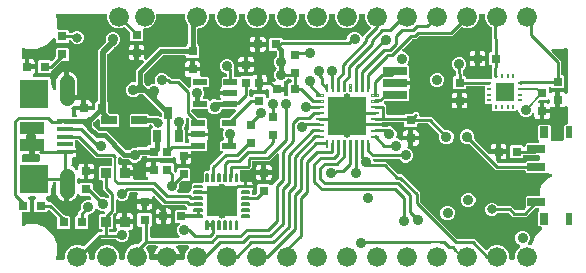
<source format=gbr>
G04 EAGLE Gerber RS-274X export*
G75*
%MOMM*%
%FSLAX34Y34*%
%LPD*%
%INTop Copper*%
%IPPOS*%
%AMOC8*
5,1,8,0,0,1.08239X$1,22.5*%
G01*
%ADD10R,0.800000X0.800000*%
%ADD11R,1.200000X0.550000*%
%ADD12R,1.350000X0.800000*%
%ADD13C,1.676400*%
%ADD14R,0.900000X0.900000*%
%ADD15C,0.140000*%
%ADD16R,2.500000X2.500000*%
%ADD17R,2.000000X1.000000*%
%ADD18R,1.350000X0.400000*%
%ADD19C,1.308000*%
%ADD20R,2.413000X2.413000*%
%ADD21R,0.635000X1.016000*%
%ADD22C,0.125000*%
%ADD23R,3.200000X3.200000*%
%ADD24R,1.500000X0.700000*%
%ADD25R,0.600000X1.000000*%
%ADD26R,0.800000X1.000000*%
%ADD27R,0.250000X0.400000*%
%ADD28R,0.400000X0.250000*%
%ADD29R,1.600000X1.600000*%
%ADD30R,2.000000X0.700000*%
%ADD31C,0.906400*%
%ADD32C,0.254000*%
%ADD33C,0.800100*%
%ADD34C,0.304800*%
%ADD35C,0.381000*%
%ADD36C,0.508000*%
%ADD37C,0.609600*%
%ADD38C,0.406400*%
%ADD39C,0.203200*%
%ADD40C,0.914400*%
%ADD41C,0.889000*%

G36*
X427092Y10176D02*
X427092Y10176D01*
X427211Y10183D01*
X427249Y10196D01*
X427290Y10201D01*
X427400Y10244D01*
X427513Y10281D01*
X427548Y10303D01*
X427585Y10318D01*
X427681Y10387D01*
X427782Y10451D01*
X427810Y10481D01*
X427843Y10504D01*
X427919Y10596D01*
X428000Y10683D01*
X428020Y10718D01*
X428045Y10749D01*
X428096Y10857D01*
X428154Y10961D01*
X428164Y11001D01*
X428181Y11037D01*
X428203Y11154D01*
X428233Y11269D01*
X428237Y11329D01*
X428241Y11349D01*
X428239Y11370D01*
X428243Y11430D01*
X428243Y14671D01*
X429751Y18312D01*
X432253Y20814D01*
X432284Y20853D01*
X432321Y20886D01*
X432381Y20978D01*
X432448Y21065D01*
X432468Y21111D01*
X432495Y21152D01*
X432531Y21256D01*
X432575Y21357D01*
X432583Y21406D01*
X432599Y21453D01*
X432607Y21562D01*
X432625Y21671D01*
X432620Y21721D01*
X432624Y21770D01*
X432605Y21878D01*
X432595Y21988D01*
X432578Y22034D01*
X432569Y22083D01*
X432524Y22183D01*
X432487Y22287D01*
X432459Y22328D01*
X432439Y22373D01*
X432370Y22459D01*
X432309Y22550D01*
X432271Y22583D01*
X432240Y22622D01*
X432152Y22688D01*
X432070Y22760D01*
X432026Y22783D01*
X431986Y22813D01*
X431842Y22884D01*
X430886Y23279D01*
X429171Y24994D01*
X428243Y27235D01*
X428243Y29661D01*
X429171Y31902D01*
X430886Y33617D01*
X433127Y34545D01*
X435553Y34545D01*
X437794Y33617D01*
X439509Y31902D01*
X440437Y29661D01*
X440437Y27235D01*
X439509Y24995D01*
X439288Y24774D01*
X439202Y24664D01*
X439114Y24557D01*
X439105Y24538D01*
X439093Y24522D01*
X439037Y24395D01*
X438978Y24269D01*
X438974Y24249D01*
X438966Y24230D01*
X438944Y24093D01*
X438918Y23956D01*
X438920Y23936D01*
X438916Y23916D01*
X438930Y23777D01*
X438938Y23639D01*
X438944Y23620D01*
X438946Y23600D01*
X438993Y23468D01*
X439036Y23337D01*
X439047Y23320D01*
X439054Y23300D01*
X439132Y23185D01*
X439206Y23068D01*
X439221Y23054D01*
X439232Y23037D01*
X439337Y22945D01*
X439438Y22850D01*
X439456Y22840D01*
X439471Y22827D01*
X439595Y22763D01*
X439716Y22696D01*
X439736Y22691D01*
X439754Y22682D01*
X439890Y22652D01*
X440024Y22617D01*
X440052Y22615D01*
X440064Y22612D01*
X440085Y22613D01*
X440109Y22612D01*
X440654Y22386D01*
X440769Y22354D01*
X440881Y22316D01*
X440921Y22313D01*
X440960Y22302D01*
X441079Y22300D01*
X441198Y22291D01*
X441238Y22298D01*
X441278Y22297D01*
X441394Y22325D01*
X441512Y22345D01*
X441548Y22362D01*
X441588Y22371D01*
X441693Y22427D01*
X441801Y22476D01*
X441833Y22501D01*
X441869Y22520D01*
X441957Y22600D01*
X442050Y22674D01*
X442074Y22707D01*
X442104Y22734D01*
X442170Y22833D01*
X442241Y22928D01*
X442268Y22982D01*
X442279Y22999D01*
X442286Y23019D01*
X442312Y23073D01*
X445611Y31037D01*
X450663Y36089D01*
X450748Y36198D01*
X450837Y36305D01*
X450845Y36324D01*
X450858Y36340D01*
X450913Y36468D01*
X450972Y36593D01*
X450976Y36613D01*
X450984Y36632D01*
X451006Y36770D01*
X451032Y36906D01*
X451031Y36926D01*
X451034Y36946D01*
X451021Y37085D01*
X451012Y37223D01*
X451006Y37242D01*
X451004Y37262D01*
X450957Y37394D01*
X450914Y37525D01*
X450903Y37543D01*
X450896Y37562D01*
X450818Y37677D01*
X450744Y37794D01*
X450729Y37808D01*
X450718Y37825D01*
X450614Y37917D01*
X450512Y38012D01*
X450495Y38022D01*
X450479Y38035D01*
X450355Y38099D01*
X450234Y38166D01*
X450214Y38171D01*
X450196Y38180D01*
X450060Y38210D01*
X449926Y38245D01*
X449898Y38247D01*
X449886Y38250D01*
X449865Y38249D01*
X449765Y38255D01*
X447918Y38255D01*
X447025Y39148D01*
X447025Y50412D01*
X448202Y51589D01*
X448287Y51698D01*
X448376Y51805D01*
X448385Y51824D01*
X448397Y51840D01*
X448453Y51968D01*
X448512Y52093D01*
X448515Y52113D01*
X448524Y52132D01*
X448545Y52270D01*
X448571Y52406D01*
X448570Y52426D01*
X448573Y52446D01*
X448560Y52585D01*
X448552Y52723D01*
X448545Y52742D01*
X448544Y52762D01*
X448496Y52894D01*
X448454Y53025D01*
X448443Y53043D01*
X448436Y53062D01*
X448358Y53177D01*
X448283Y53294D01*
X448269Y53308D01*
X448257Y53325D01*
X448153Y53417D01*
X448052Y53512D01*
X448034Y53522D01*
X448019Y53535D01*
X447895Y53599D01*
X447773Y53666D01*
X447754Y53671D01*
X447736Y53680D01*
X447600Y53710D01*
X447465Y53745D01*
X447437Y53747D01*
X447425Y53750D01*
X447405Y53749D01*
X447305Y53755D01*
X445503Y53755D01*
X445405Y53743D01*
X445306Y53740D01*
X445248Y53723D01*
X445188Y53715D01*
X445096Y53679D01*
X445001Y53651D01*
X444948Y53621D01*
X444892Y53598D01*
X444812Y53540D01*
X444727Y53490D01*
X444651Y53424D01*
X444635Y53412D01*
X444627Y53402D01*
X444606Y53384D01*
X437556Y46333D01*
X425849Y46333D01*
X422560Y49622D01*
X422481Y49683D01*
X422409Y49751D01*
X422356Y49780D01*
X422308Y49817D01*
X422217Y49856D01*
X422131Y49904D01*
X422072Y49919D01*
X422017Y49943D01*
X421919Y49959D01*
X421823Y49984D01*
X421723Y49990D01*
X421702Y49993D01*
X421690Y49992D01*
X421662Y49994D01*
X413934Y49994D01*
X413835Y49982D01*
X413736Y49979D01*
X413678Y49962D01*
X413618Y49954D01*
X413526Y49918D01*
X413431Y49890D01*
X413379Y49859D01*
X413322Y49837D01*
X413242Y49779D01*
X413157Y49729D01*
X413081Y49662D01*
X413065Y49650D01*
X413057Y49641D01*
X413036Y49622D01*
X411518Y48105D01*
X409488Y47263D01*
X407290Y47263D01*
X405259Y48105D01*
X403705Y49659D01*
X402863Y51690D01*
X402863Y53888D01*
X403705Y55918D01*
X405259Y57473D01*
X407290Y58314D01*
X409488Y58314D01*
X411518Y57473D01*
X413036Y55955D01*
X413114Y55894D01*
X413186Y55827D01*
X413239Y55797D01*
X413287Y55760D01*
X413378Y55721D01*
X413465Y55673D01*
X413523Y55658D01*
X413579Y55634D01*
X413677Y55618D01*
X413773Y55594D01*
X413873Y55587D01*
X413893Y55584D01*
X413906Y55585D01*
X413934Y55583D01*
X424503Y55583D01*
X427792Y52294D01*
X427870Y52234D01*
X427942Y52166D01*
X427995Y52137D01*
X428043Y52100D01*
X428134Y52060D01*
X428221Y52012D01*
X428279Y51997D01*
X428335Y51973D01*
X428433Y51958D01*
X428529Y51933D01*
X428629Y51927D01*
X428649Y51923D01*
X428662Y51925D01*
X428690Y51923D01*
X434715Y51923D01*
X434813Y51935D01*
X434912Y51938D01*
X434970Y51955D01*
X435030Y51963D01*
X435122Y51999D01*
X435217Y52027D01*
X435270Y52057D01*
X435326Y52080D01*
X435406Y52138D01*
X435491Y52188D01*
X435567Y52254D01*
X435583Y52266D01*
X435591Y52276D01*
X435612Y52294D01*
X436654Y53336D01*
X436714Y53414D01*
X436782Y53486D01*
X436811Y53539D01*
X436848Y53587D01*
X436888Y53678D01*
X436936Y53765D01*
X436951Y53823D01*
X436975Y53879D01*
X436990Y53977D01*
X437015Y54073D01*
X437021Y54173D01*
X437025Y54193D01*
X437023Y54205D01*
X437025Y54233D01*
X437025Y62912D01*
X437918Y63805D01*
X447620Y63805D01*
X447738Y63820D01*
X447857Y63827D01*
X447895Y63840D01*
X447936Y63845D01*
X448046Y63888D01*
X448159Y63925D01*
X448194Y63947D01*
X448231Y63962D01*
X448327Y64031D01*
X448428Y64095D01*
X448456Y64125D01*
X448489Y64148D01*
X448565Y64240D01*
X448646Y64327D01*
X448666Y64362D01*
X448691Y64393D01*
X448742Y64501D01*
X448800Y64605D01*
X448810Y64645D01*
X448827Y64681D01*
X448849Y64798D01*
X448879Y64913D01*
X448883Y64973D01*
X448887Y64993D01*
X448885Y65014D01*
X448889Y65074D01*
X448889Y69196D01*
X451121Y74585D01*
X455245Y78709D01*
X458622Y80107D01*
X458743Y80176D01*
X458866Y80241D01*
X458881Y80255D01*
X458898Y80265D01*
X458998Y80362D01*
X459101Y80455D01*
X459112Y80472D01*
X459127Y80486D01*
X459199Y80605D01*
X459276Y80721D01*
X459282Y80740D01*
X459293Y80757D01*
X459334Y80890D01*
X459379Y81022D01*
X459381Y81042D01*
X459386Y81061D01*
X459393Y81200D01*
X459404Y81339D01*
X459401Y81359D01*
X459402Y81379D01*
X459374Y81515D01*
X459350Y81652D01*
X459341Y81671D01*
X459337Y81690D01*
X459276Y81816D01*
X459219Y81942D01*
X459207Y81958D01*
X459198Y81976D01*
X459107Y82082D01*
X459021Y82190D01*
X459004Y82203D01*
X458991Y82218D01*
X458877Y82298D01*
X458766Y82382D01*
X458741Y82394D01*
X458731Y82401D01*
X458712Y82408D01*
X458622Y82453D01*
X455345Y83810D01*
X455316Y83818D01*
X455290Y83831D01*
X455163Y83860D01*
X455038Y83894D01*
X455008Y83895D01*
X454979Y83901D01*
X454850Y83897D01*
X454720Y83899D01*
X454691Y83892D01*
X454662Y83891D01*
X454537Y83855D01*
X454411Y83825D01*
X454384Y83811D01*
X454356Y83803D01*
X454275Y83755D01*
X437918Y83755D01*
X437025Y84648D01*
X437025Y84716D01*
X437010Y84834D01*
X437003Y84953D01*
X436990Y84991D01*
X436985Y85032D01*
X436942Y85142D01*
X436905Y85255D01*
X436883Y85290D01*
X436868Y85327D01*
X436799Y85423D01*
X436735Y85524D01*
X436705Y85552D01*
X436682Y85585D01*
X436590Y85661D01*
X436503Y85742D01*
X436468Y85762D01*
X436437Y85787D01*
X436329Y85838D01*
X436225Y85896D01*
X436185Y85906D01*
X436149Y85923D01*
X436032Y85945D01*
X435917Y85975D01*
X435857Y85979D01*
X435837Y85983D01*
X435816Y85981D01*
X435756Y85985D01*
X411712Y85985D01*
X389821Y107876D01*
X389798Y107895D01*
X389779Y107917D01*
X389673Y107992D01*
X389570Y108071D01*
X389543Y108083D01*
X389518Y108100D01*
X389397Y108146D01*
X389278Y108198D01*
X389249Y108202D01*
X389221Y108213D01*
X389092Y108227D01*
X388964Y108248D01*
X388934Y108245D01*
X388905Y108248D01*
X388777Y108230D01*
X388647Y108218D01*
X388619Y108208D01*
X388590Y108204D01*
X388589Y108203D01*
X386137Y108203D01*
X383896Y109131D01*
X382181Y110846D01*
X381253Y113087D01*
X381253Y115513D01*
X382181Y117754D01*
X383896Y119469D01*
X386137Y120397D01*
X388563Y120397D01*
X390804Y119469D01*
X392519Y117754D01*
X393447Y115513D01*
X393447Y113023D01*
X393414Y112906D01*
X393414Y112876D01*
X393408Y112847D01*
X393411Y112717D01*
X393409Y112588D01*
X393416Y112559D01*
X393417Y112529D01*
X393453Y112405D01*
X393483Y112278D01*
X393497Y112252D01*
X393506Y112224D01*
X393571Y112112D01*
X393632Y111997D01*
X393652Y111975D01*
X393667Y111950D01*
X393774Y111829D01*
X405630Y99972D01*
X405708Y99912D01*
X405780Y99844D01*
X405833Y99815D01*
X405881Y99778D01*
X405972Y99738D01*
X406059Y99690D01*
X406117Y99675D01*
X406173Y99651D01*
X406271Y99636D01*
X406367Y99611D01*
X406467Y99605D01*
X406487Y99601D01*
X406499Y99602D01*
X406527Y99601D01*
X412021Y99601D01*
X412021Y94107D01*
X412033Y94009D01*
X412036Y93910D01*
X412053Y93852D01*
X412061Y93792D01*
X412097Y93700D01*
X412125Y93605D01*
X412155Y93552D01*
X412178Y93496D01*
X412236Y93416D01*
X412286Y93331D01*
X412352Y93255D01*
X412364Y93239D01*
X412374Y93231D01*
X412392Y93210D01*
X413656Y91946D01*
X413734Y91886D01*
X413806Y91818D01*
X413859Y91789D01*
X413907Y91752D01*
X413998Y91712D01*
X414085Y91664D01*
X414143Y91649D01*
X414199Y91625D01*
X414297Y91610D01*
X414393Y91585D01*
X414493Y91579D01*
X414513Y91575D01*
X414525Y91577D01*
X414553Y91575D01*
X435756Y91575D01*
X435874Y91590D01*
X435993Y91597D01*
X436031Y91610D01*
X436072Y91615D01*
X436182Y91658D01*
X436295Y91695D01*
X436330Y91717D01*
X436367Y91732D01*
X436463Y91801D01*
X436564Y91865D01*
X436592Y91895D01*
X436625Y91918D01*
X436701Y92010D01*
X436782Y92097D01*
X436802Y92132D01*
X436827Y92163D01*
X436878Y92271D01*
X436936Y92375D01*
X436946Y92415D01*
X436963Y92451D01*
X436985Y92568D01*
X437015Y92683D01*
X437019Y92743D01*
X437023Y92763D01*
X437021Y92784D01*
X437025Y92844D01*
X437025Y92912D01*
X437918Y93805D01*
X447620Y93805D01*
X447738Y93820D01*
X447857Y93827D01*
X447895Y93840D01*
X447936Y93845D01*
X448046Y93888D01*
X448159Y93925D01*
X448194Y93947D01*
X448231Y93962D01*
X448327Y94031D01*
X448428Y94095D01*
X448456Y94125D01*
X448489Y94148D01*
X448565Y94240D01*
X448646Y94327D01*
X448666Y94362D01*
X448691Y94393D01*
X448742Y94501D01*
X448800Y94605D01*
X448810Y94645D01*
X448827Y94681D01*
X448849Y94798D01*
X448879Y94913D01*
X448883Y94973D01*
X448887Y94993D01*
X448885Y95014D01*
X448889Y95074D01*
X448889Y97486D01*
X448874Y97604D01*
X448867Y97723D01*
X448854Y97761D01*
X448849Y97802D01*
X448806Y97912D01*
X448769Y98025D01*
X448747Y98060D01*
X448732Y98097D01*
X448663Y98193D01*
X448599Y98294D01*
X448569Y98322D01*
X448546Y98355D01*
X448454Y98431D01*
X448367Y98512D01*
X448332Y98532D01*
X448301Y98557D01*
X448193Y98608D01*
X448089Y98666D01*
X448049Y98676D01*
X448013Y98693D01*
X447896Y98715D01*
X447781Y98745D01*
X447721Y98749D01*
X447701Y98753D01*
X447680Y98751D01*
X447620Y98755D01*
X437694Y98755D01*
X437599Y98770D01*
X437503Y98795D01*
X437403Y98801D01*
X437383Y98805D01*
X437371Y98803D01*
X437343Y98805D01*
X436054Y98805D01*
X435936Y98790D01*
X435817Y98783D01*
X435779Y98770D01*
X435738Y98765D01*
X435628Y98722D01*
X435515Y98685D01*
X435480Y98663D01*
X435443Y98648D01*
X435347Y98579D01*
X435246Y98515D01*
X435218Y98485D01*
X435185Y98462D01*
X435109Y98370D01*
X435028Y98283D01*
X435008Y98248D01*
X434983Y98217D01*
X434932Y98109D01*
X434874Y98005D01*
X434864Y97965D01*
X434847Y97929D01*
X434825Y97812D01*
X434795Y97697D01*
X434791Y97637D01*
X434787Y97617D01*
X434789Y97596D01*
X434785Y97536D01*
X434785Y96968D01*
X433892Y96075D01*
X424628Y96075D01*
X423735Y96968D01*
X423735Y106232D01*
X424628Y107125D01*
X433892Y107125D01*
X434859Y106158D01*
X434968Y106073D01*
X435075Y105984D01*
X435094Y105975D01*
X435110Y105963D01*
X435237Y105908D01*
X435363Y105848D01*
X435383Y105845D01*
X435402Y105836D01*
X435540Y105815D01*
X435676Y105789D01*
X435696Y105790D01*
X435716Y105787D01*
X435855Y105800D01*
X435993Y105808D01*
X436012Y105815D01*
X436032Y105816D01*
X436164Y105864D01*
X436295Y105906D01*
X436313Y105917D01*
X436332Y105924D01*
X436447Y106002D01*
X436564Y106077D01*
X436578Y106091D01*
X436595Y106103D01*
X436687Y106207D01*
X436782Y106308D01*
X436792Y106326D01*
X436805Y106341D01*
X436869Y106465D01*
X436936Y106587D01*
X436941Y106606D01*
X436950Y106624D01*
X436980Y106760D01*
X437015Y106895D01*
X437017Y106923D01*
X437020Y106935D01*
X437019Y106955D01*
X437025Y107055D01*
X437025Y107912D01*
X437918Y108805D01*
X447305Y108805D01*
X447443Y108822D01*
X447581Y108835D01*
X447600Y108842D01*
X447620Y108845D01*
X447750Y108896D01*
X447880Y108943D01*
X447897Y108954D01*
X447916Y108962D01*
X448028Y109043D01*
X448144Y109121D01*
X448157Y109137D01*
X448173Y109148D01*
X448262Y109256D01*
X448354Y109360D01*
X448363Y109378D01*
X448376Y109393D01*
X448435Y109519D01*
X448499Y109643D01*
X448503Y109663D01*
X448512Y109681D01*
X448538Y109818D01*
X448568Y109953D01*
X448568Y109974D01*
X448571Y109993D01*
X448563Y110132D01*
X448559Y110271D01*
X448553Y110291D01*
X448552Y110311D01*
X448509Y110443D01*
X448470Y110577D01*
X448460Y110594D01*
X448454Y110613D01*
X448379Y110731D01*
X448309Y110851D01*
X448290Y110872D01*
X448283Y110882D01*
X448268Y110896D01*
X448202Y110971D01*
X447025Y112148D01*
X447025Y123412D01*
X447918Y124305D01*
X457182Y124305D01*
X458075Y123412D01*
X458075Y111780D01*
X458081Y111731D01*
X458079Y111681D01*
X458101Y111574D01*
X458115Y111465D01*
X458133Y111418D01*
X458143Y111370D01*
X458191Y111271D01*
X458232Y111169D01*
X458261Y111129D01*
X458283Y111084D01*
X458354Y111001D01*
X458418Y110912D01*
X458457Y110880D01*
X458489Y110842D01*
X458579Y110779D01*
X458663Y110709D01*
X458708Y110688D01*
X458749Y110659D01*
X458852Y110620D01*
X458951Y110573D01*
X459000Y110564D01*
X459046Y110546D01*
X459156Y110534D01*
X459263Y110514D01*
X459313Y110517D01*
X459362Y110511D01*
X459471Y110527D01*
X459581Y110533D01*
X459628Y110549D01*
X459677Y110556D01*
X459830Y110608D01*
X460634Y110941D01*
X466466Y110941D01*
X467270Y110608D01*
X467318Y110594D01*
X467363Y110573D01*
X467471Y110553D01*
X467577Y110524D01*
X467627Y110523D01*
X467676Y110514D01*
X467785Y110520D01*
X467895Y110519D01*
X467943Y110530D01*
X467993Y110533D01*
X468097Y110567D01*
X468204Y110593D01*
X468248Y110616D01*
X468295Y110631D01*
X468388Y110690D01*
X468485Y110741D01*
X468522Y110775D01*
X468564Y110802D01*
X468639Y110882D01*
X468721Y110955D01*
X468748Y110997D01*
X468782Y111033D01*
X468835Y111129D01*
X468895Y111221D01*
X468912Y111268D01*
X468936Y111312D01*
X468963Y111418D01*
X468999Y111522D01*
X469003Y111572D01*
X469015Y111620D01*
X469025Y111780D01*
X469025Y123412D01*
X469918Y124305D01*
X471170Y124305D01*
X471288Y124320D01*
X471407Y124327D01*
X471445Y124340D01*
X471486Y124345D01*
X471596Y124388D01*
X471709Y124425D01*
X471744Y124447D01*
X471781Y124462D01*
X471877Y124531D01*
X471978Y124595D01*
X472006Y124625D01*
X472039Y124648D01*
X472115Y124740D01*
X472196Y124827D01*
X472216Y124862D01*
X472241Y124893D01*
X472292Y125001D01*
X472350Y125105D01*
X472360Y125145D01*
X472377Y125181D01*
X472399Y125298D01*
X472429Y125413D01*
X472433Y125473D01*
X472437Y125493D01*
X472435Y125514D01*
X472439Y125574D01*
X472439Y139312D01*
X472421Y139457D01*
X472406Y139602D01*
X472401Y139615D01*
X472399Y139628D01*
X472346Y139763D01*
X472295Y139900D01*
X472287Y139911D01*
X472282Y139923D01*
X472197Y140041D01*
X472114Y140161D01*
X472103Y140170D01*
X472096Y140181D01*
X471983Y140274D01*
X471873Y140369D01*
X471861Y140375D01*
X471851Y140384D01*
X471719Y140446D01*
X471588Y140511D01*
X471575Y140514D01*
X471563Y140519D01*
X471420Y140546D01*
X471277Y140577D01*
X471264Y140576D01*
X471251Y140579D01*
X471105Y140570D01*
X470959Y140564D01*
X470946Y140560D01*
X470933Y140559D01*
X470795Y140514D01*
X470655Y140472D01*
X470643Y140465D01*
X470631Y140461D01*
X470508Y140383D01*
X470383Y140308D01*
X470373Y140298D01*
X470362Y140291D01*
X470262Y140185D01*
X470160Y140081D01*
X470150Y140066D01*
X470144Y140059D01*
X470136Y140044D01*
X470100Y139991D01*
X469618Y139509D01*
X469039Y139174D01*
X468392Y139001D01*
X466057Y139001D01*
X466057Y144812D01*
X466042Y144930D01*
X466035Y145049D01*
X466022Y145087D01*
X466017Y145127D01*
X465974Y145238D01*
X465937Y145351D01*
X465915Y145385D01*
X465900Y145423D01*
X465831Y145519D01*
X465820Y145536D01*
X465834Y145560D01*
X465859Y145592D01*
X465910Y145699D01*
X465968Y145804D01*
X465978Y145843D01*
X465995Y145879D01*
X466017Y145996D01*
X466047Y146112D01*
X466051Y146172D01*
X466055Y146192D01*
X466053Y146212D01*
X466057Y146272D01*
X466057Y152083D01*
X468392Y152083D01*
X469039Y151910D01*
X469618Y151575D01*
X470118Y151076D01*
X470159Y151021D01*
X470244Y150903D01*
X470255Y150895D01*
X470263Y150884D01*
X470377Y150793D01*
X470489Y150700D01*
X470502Y150695D01*
X470512Y150686D01*
X470645Y150627D01*
X470777Y150565D01*
X470790Y150562D01*
X470803Y150557D01*
X470946Y150532D01*
X471090Y150505D01*
X471103Y150506D01*
X471116Y150504D01*
X471262Y150516D01*
X471407Y150525D01*
X471420Y150529D01*
X471433Y150530D01*
X471571Y150578D01*
X471709Y150623D01*
X471721Y150630D01*
X471733Y150634D01*
X471855Y150715D01*
X471978Y150793D01*
X471987Y150803D01*
X471998Y150810D01*
X472096Y150918D01*
X472196Y151025D01*
X472203Y151036D01*
X472212Y151046D01*
X472279Y151175D01*
X472350Y151303D01*
X472353Y151316D01*
X472359Y151328D01*
X472393Y151470D01*
X472429Y151611D01*
X472430Y151629D01*
X472432Y151637D01*
X472432Y151654D01*
X472439Y151772D01*
X472439Y188428D01*
X472433Y188478D01*
X472435Y188527D01*
X472413Y188635D01*
X472399Y188744D01*
X472381Y188790D01*
X472371Y188839D01*
X472323Y188937D01*
X472282Y189040D01*
X472253Y189080D01*
X472231Y189124D01*
X472160Y189208D01*
X472096Y189297D01*
X472057Y189329D01*
X472025Y189366D01*
X471935Y189430D01*
X471851Y189500D01*
X471806Y189521D01*
X471765Y189549D01*
X471662Y189588D01*
X471563Y189635D01*
X471514Y189645D01*
X471468Y189662D01*
X471358Y189674D01*
X471251Y189695D01*
X471201Y189692D01*
X471152Y189697D01*
X471043Y189682D01*
X470933Y189675D01*
X470886Y189660D01*
X470837Y189653D01*
X470684Y189601D01*
X467759Y188389D01*
X460006Y188389D01*
X459869Y188372D01*
X459730Y188359D01*
X459711Y188352D01*
X459691Y188349D01*
X459562Y188298D01*
X459431Y188251D01*
X459414Y188240D01*
X459395Y188232D01*
X459283Y188151D01*
X459168Y188073D01*
X459154Y188057D01*
X459138Y188046D01*
X459049Y187938D01*
X458957Y187834D01*
X458948Y187816D01*
X458935Y187801D01*
X458876Y187675D01*
X458813Y187551D01*
X458808Y187531D01*
X458800Y187513D01*
X458773Y187377D01*
X458743Y187241D01*
X458744Y187220D01*
X458740Y187201D01*
X458748Y187062D01*
X458753Y186923D01*
X458758Y186903D01*
X458760Y186883D01*
X458802Y186751D01*
X458841Y186617D01*
X458851Y186600D01*
X458858Y186581D01*
X458932Y186463D01*
X459003Y186343D01*
X459021Y186322D01*
X459028Y186312D01*
X459043Y186298D01*
X459109Y186223D01*
X466853Y178479D01*
X466853Y167576D01*
X466868Y167458D01*
X466875Y167339D01*
X466888Y167301D01*
X466893Y167260D01*
X466937Y167149D01*
X466973Y167037D01*
X466995Y167002D01*
X467010Y166965D01*
X467079Y166869D01*
X467143Y166768D01*
X467173Y166740D01*
X467196Y166707D01*
X467288Y166631D01*
X467375Y166550D01*
X467410Y166530D01*
X467441Y166505D01*
X467549Y166454D01*
X467653Y166396D01*
X467693Y166386D01*
X467729Y166369D01*
X467846Y166347D01*
X467961Y166317D01*
X468021Y166313D01*
X468041Y166309D01*
X468062Y166311D01*
X468122Y166307D01*
X468690Y166307D01*
X469583Y165414D01*
X469583Y156150D01*
X468690Y155257D01*
X459426Y155257D01*
X458541Y156142D01*
X458432Y156227D01*
X458325Y156316D01*
X458306Y156325D01*
X458290Y156337D01*
X458163Y156392D01*
X458037Y156452D01*
X458017Y156455D01*
X457998Y156464D01*
X457860Y156485D01*
X457724Y156511D01*
X457704Y156510D01*
X457684Y156513D01*
X457545Y156500D01*
X457407Y156492D01*
X457388Y156485D01*
X457368Y156484D01*
X457236Y156436D01*
X457105Y156394D01*
X457087Y156383D01*
X457068Y156376D01*
X456953Y156298D01*
X456836Y156223D01*
X456822Y156209D01*
X456805Y156197D01*
X456713Y156093D01*
X456618Y155992D01*
X456608Y155974D01*
X456595Y155959D01*
X456532Y155835D01*
X456464Y155713D01*
X456459Y155694D01*
X456450Y155676D01*
X456420Y155540D01*
X456385Y155405D01*
X456383Y155377D01*
X456380Y155365D01*
X456381Y155345D01*
X456375Y155245D01*
X456375Y152516D01*
X456392Y152378D01*
X456405Y152239D01*
X456412Y152220D01*
X456415Y152201D01*
X456466Y152071D01*
X456513Y151940D01*
X456524Y151924D01*
X456532Y151905D01*
X456613Y151792D01*
X456692Y151677D01*
X456707Y151664D01*
X456718Y151648D01*
X456826Y151559D01*
X456930Y151467D01*
X456948Y151458D01*
X456963Y151445D01*
X457089Y151386D01*
X457213Y151322D01*
X457233Y151318D01*
X457251Y151309D01*
X457387Y151283D01*
X457524Y151253D01*
X457544Y151253D01*
X457563Y151249D01*
X457702Y151258D01*
X457841Y151262D01*
X457861Y151268D01*
X457881Y151269D01*
X458013Y151312D01*
X458147Y151351D01*
X458164Y151361D01*
X458183Y151367D01*
X458301Y151442D01*
X458421Y151512D01*
X458442Y151531D01*
X458452Y151537D01*
X458466Y151552D01*
X458481Y151565D01*
X459077Y151910D01*
X459724Y152083D01*
X462059Y152083D01*
X462059Y146272D01*
X462074Y146154D01*
X462081Y146035D01*
X462093Y145997D01*
X462099Y145957D01*
X462142Y145846D01*
X462179Y145733D01*
X462201Y145699D01*
X462216Y145661D01*
X462285Y145565D01*
X462296Y145548D01*
X462282Y145524D01*
X462257Y145492D01*
X462206Y145385D01*
X462148Y145280D01*
X462138Y145241D01*
X462121Y145205D01*
X462099Y145088D01*
X462069Y144972D01*
X462065Y144912D01*
X462061Y144892D01*
X462063Y144872D01*
X462059Y144812D01*
X462059Y139001D01*
X459724Y139001D01*
X458989Y139198D01*
X458864Y139215D01*
X458740Y139239D01*
X458707Y139237D01*
X458673Y139241D01*
X458548Y139227D01*
X458423Y139219D01*
X458391Y139209D01*
X458358Y139205D01*
X458240Y139160D01*
X458121Y139121D01*
X458092Y139103D01*
X458061Y139091D01*
X457958Y139018D01*
X457852Y138951D01*
X457829Y138926D01*
X457801Y138907D01*
X457720Y138811D01*
X457634Y138719D01*
X457618Y138690D01*
X457596Y138664D01*
X457541Y138551D01*
X457480Y138441D01*
X457472Y138408D01*
X457457Y138378D01*
X457432Y138254D01*
X457401Y138133D01*
X457398Y138084D01*
X457394Y138066D01*
X457395Y138044D01*
X457391Y137972D01*
X457391Y137889D01*
X452849Y137889D01*
X452849Y142431D01*
X455184Y142431D01*
X455919Y142234D01*
X456044Y142217D01*
X456168Y142193D01*
X456201Y142195D01*
X456235Y142191D01*
X456360Y142205D01*
X456485Y142213D01*
X456517Y142223D01*
X456550Y142227D01*
X456668Y142272D01*
X456787Y142311D01*
X456816Y142329D01*
X456847Y142341D01*
X456950Y142414D01*
X457056Y142481D01*
X457079Y142506D01*
X457107Y142525D01*
X457188Y142621D01*
X457274Y142713D01*
X457290Y142742D01*
X457312Y142768D01*
X457367Y142881D01*
X457428Y142991D01*
X457436Y143024D01*
X457451Y143054D01*
X457476Y143178D01*
X457507Y143299D01*
X457510Y143348D01*
X457514Y143366D01*
X457513Y143388D01*
X457517Y143460D01*
X457517Y144577D01*
X457500Y144715D01*
X457487Y144853D01*
X457480Y144872D01*
X457477Y144892D01*
X457426Y145021D01*
X457379Y145152D01*
X457368Y145169D01*
X457360Y145188D01*
X457279Y145300D01*
X457201Y145416D01*
X457185Y145429D01*
X457174Y145445D01*
X457066Y145534D01*
X456962Y145626D01*
X456944Y145635D01*
X456929Y145648D01*
X456803Y145707D01*
X456679Y145771D01*
X456659Y145775D01*
X456641Y145784D01*
X456504Y145810D01*
X456369Y145840D01*
X456348Y145840D01*
X456329Y145843D01*
X456190Y145835D01*
X456051Y145831D01*
X456031Y145825D01*
X456011Y145824D01*
X455879Y145781D01*
X455745Y145742D01*
X455728Y145732D01*
X455709Y145726D01*
X455591Y145651D01*
X455513Y145605D01*
X449479Y145605D01*
X449378Y145593D01*
X449277Y145589D01*
X449221Y145573D01*
X449164Y145565D01*
X449069Y145528D01*
X448972Y145499D01*
X448922Y145470D01*
X448868Y145448D01*
X448786Y145389D01*
X448698Y145337D01*
X448628Y145274D01*
X448611Y145262D01*
X448602Y145251D01*
X448578Y145230D01*
X447947Y144594D01*
X447864Y144486D01*
X447777Y144381D01*
X447768Y144360D01*
X447754Y144342D01*
X447700Y144216D01*
X447642Y144093D01*
X447638Y144070D01*
X447629Y144049D01*
X447608Y143914D01*
X447582Y143780D01*
X447584Y143758D01*
X447580Y143735D01*
X447593Y143599D01*
X447602Y143463D01*
X447609Y143441D01*
X447611Y143418D01*
X447658Y143290D01*
X447700Y143161D01*
X447712Y143141D01*
X447720Y143120D01*
X447797Y143007D01*
X447870Y142892D01*
X447887Y142876D01*
X447900Y142857D01*
X448002Y142767D01*
X448102Y142674D01*
X448122Y142663D01*
X448139Y142648D01*
X448261Y142586D01*
X448380Y142520D01*
X448402Y142515D01*
X448423Y142504D01*
X448556Y142475D01*
X448688Y142441D01*
X448720Y142439D01*
X448734Y142436D01*
X448755Y142437D01*
X448849Y142431D01*
X448851Y142431D01*
X448851Y136620D01*
X448866Y136502D01*
X448873Y136383D01*
X448885Y136345D01*
X448891Y136305D01*
X448934Y136194D01*
X448971Y136081D01*
X448993Y136047D01*
X449008Y136009D01*
X449077Y135913D01*
X449088Y135896D01*
X449074Y135872D01*
X449049Y135840D01*
X448998Y135733D01*
X448940Y135628D01*
X448930Y135589D01*
X448913Y135553D01*
X448891Y135436D01*
X448861Y135320D01*
X448857Y135260D01*
X448853Y135240D01*
X448855Y135220D01*
X448851Y135160D01*
X448851Y129349D01*
X446516Y129349D01*
X445869Y129522D01*
X445290Y129857D01*
X444817Y130330D01*
X444482Y130909D01*
X444309Y131556D01*
X444309Y132947D01*
X444292Y133084D01*
X444279Y133223D01*
X444272Y133242D01*
X444269Y133262D01*
X444218Y133391D01*
X444171Y133522D01*
X444160Y133539D01*
X444152Y133558D01*
X444071Y133670D01*
X443993Y133785D01*
X443977Y133799D01*
X443966Y133815D01*
X443858Y133904D01*
X443754Y133996D01*
X443736Y134005D01*
X443721Y134018D01*
X443595Y134077D01*
X443471Y134141D01*
X443451Y134145D01*
X443433Y134154D01*
X443296Y134180D01*
X443161Y134210D01*
X443140Y134210D01*
X443121Y134213D01*
X442982Y134205D01*
X442843Y134201D01*
X442823Y134195D01*
X442803Y134194D01*
X442671Y134151D01*
X442537Y134112D01*
X442520Y134102D01*
X442501Y134096D01*
X442383Y134021D01*
X442263Y133951D01*
X442242Y133932D01*
X442232Y133925D01*
X442218Y133910D01*
X442143Y133844D01*
X440317Y132019D01*
X438091Y131097D01*
X435682Y131097D01*
X433456Y132019D01*
X431752Y133723D01*
X430890Y135802D01*
X430866Y135845D01*
X430849Y135892D01*
X430787Y135983D01*
X430733Y136078D01*
X430698Y136114D01*
X430670Y136155D01*
X430588Y136228D01*
X430512Y136307D01*
X430469Y136333D01*
X430432Y136366D01*
X430334Y136416D01*
X430240Y136473D01*
X430193Y136488D01*
X430149Y136510D01*
X430042Y136534D01*
X429937Y136567D01*
X429887Y136569D01*
X429838Y136580D01*
X429728Y136577D01*
X429619Y136582D01*
X429570Y136572D01*
X429521Y136570D01*
X429415Y136540D01*
X429307Y136518D01*
X429263Y136496D01*
X429215Y136482D01*
X429121Y136426D01*
X429022Y136378D01*
X428984Y136346D01*
X428941Y136320D01*
X428820Y136214D01*
X428482Y135875D01*
X424565Y135875D01*
X424531Y135893D01*
X424491Y135901D01*
X424454Y135917D01*
X424337Y135936D01*
X424220Y135962D01*
X424180Y135961D01*
X424140Y135967D01*
X424022Y135956D01*
X423903Y135953D01*
X423864Y135941D01*
X423824Y135938D01*
X423712Y135897D01*
X423636Y135875D01*
X419565Y135875D01*
X419531Y135893D01*
X419491Y135901D01*
X419454Y135917D01*
X419337Y135936D01*
X419220Y135962D01*
X419180Y135961D01*
X419140Y135967D01*
X419022Y135956D01*
X418903Y135953D01*
X418864Y135941D01*
X418824Y135938D01*
X418712Y135897D01*
X418636Y135875D01*
X414565Y135875D01*
X414531Y135893D01*
X414491Y135901D01*
X414454Y135917D01*
X414337Y135936D01*
X414220Y135962D01*
X414180Y135961D01*
X414140Y135967D01*
X414022Y135956D01*
X413903Y135953D01*
X413864Y135941D01*
X413824Y135938D01*
X413712Y135897D01*
X413636Y135875D01*
X409718Y135875D01*
X408825Y136768D01*
X408825Y140856D01*
X408810Y140974D01*
X408803Y141093D01*
X408790Y141131D01*
X408785Y141172D01*
X408742Y141282D01*
X408705Y141395D01*
X408683Y141430D01*
X408668Y141467D01*
X408599Y141563D01*
X408535Y141664D01*
X408505Y141692D01*
X408482Y141725D01*
X408390Y141801D01*
X408303Y141882D01*
X408268Y141902D01*
X408237Y141927D01*
X408129Y141978D01*
X408025Y142036D01*
X407985Y142046D01*
X407949Y142063D01*
X407832Y142085D01*
X407717Y142115D01*
X407657Y142119D01*
X407637Y142123D01*
X407616Y142121D01*
X407556Y142125D01*
X403468Y142125D01*
X402575Y143018D01*
X402575Y146935D01*
X402593Y146969D01*
X402601Y147009D01*
X402617Y147046D01*
X402636Y147163D01*
X402662Y147280D01*
X402661Y147320D01*
X402667Y147360D01*
X402656Y147478D01*
X402653Y147597D01*
X402641Y147636D01*
X402638Y147676D01*
X402597Y147788D01*
X402575Y147864D01*
X402575Y151935D01*
X402593Y151969D01*
X402601Y152009D01*
X402617Y152046D01*
X402636Y152163D01*
X402662Y152280D01*
X402661Y152320D01*
X402667Y152360D01*
X402656Y152478D01*
X402653Y152597D01*
X402641Y152636D01*
X402638Y152676D01*
X402597Y152788D01*
X402575Y152864D01*
X402575Y155859D01*
X402561Y155974D01*
X402554Y156090D01*
X402541Y156131D01*
X402535Y156174D01*
X402493Y156282D01*
X402457Y156393D01*
X402434Y156430D01*
X402418Y156470D01*
X402350Y156564D01*
X402289Y156662D01*
X402257Y156692D01*
X402232Y156727D01*
X402142Y156801D01*
X402058Y156881D01*
X402020Y156903D01*
X401987Y156930D01*
X401882Y156980D01*
X401780Y157036D01*
X401738Y157047D01*
X401699Y157066D01*
X401585Y157088D01*
X401473Y157117D01*
X401407Y157122D01*
X401387Y157126D01*
X401367Y157124D01*
X401312Y157128D01*
X387800Y157193D01*
X387679Y157178D01*
X387557Y157170D01*
X387522Y157159D01*
X387484Y157154D01*
X387371Y157110D01*
X387255Y157072D01*
X387223Y157052D01*
X387188Y157039D01*
X387089Y156968D01*
X386986Y156902D01*
X386960Y156875D01*
X386930Y156853D01*
X386852Y156760D01*
X386768Y156671D01*
X386750Y156638D01*
X386726Y156609D01*
X386673Y156499D01*
X386614Y156392D01*
X386605Y156356D01*
X386589Y156322D01*
X386565Y156202D01*
X386535Y156084D01*
X386531Y156029D01*
X386528Y156010D01*
X386529Y155989D01*
X386525Y155924D01*
X386525Y155388D01*
X385632Y154495D01*
X376368Y154495D01*
X375475Y155388D01*
X375475Y164652D01*
X376368Y165545D01*
X376824Y165545D01*
X376952Y165561D01*
X377081Y165571D01*
X377110Y165581D01*
X377140Y165585D01*
X377260Y165632D01*
X377382Y165674D01*
X377407Y165691D01*
X377435Y165702D01*
X377540Y165777D01*
X377648Y165849D01*
X377668Y165871D01*
X377693Y165888D01*
X377775Y165988D01*
X377862Y166084D01*
X377876Y166110D01*
X377895Y166133D01*
X377951Y166250D01*
X378011Y166365D01*
X378018Y166394D01*
X378031Y166421D01*
X378055Y166548D01*
X378086Y166674D01*
X378088Y166717D01*
X378091Y166733D01*
X378089Y166755D01*
X378093Y166835D01*
X378054Y169203D01*
X378052Y169222D01*
X378053Y169241D01*
X378029Y169378D01*
X378009Y169517D01*
X378002Y169535D01*
X377999Y169554D01*
X377941Y169682D01*
X377888Y169811D01*
X377876Y169826D01*
X377868Y169844D01*
X377781Y169953D01*
X377696Y170065D01*
X377681Y170077D01*
X377670Y170092D01*
X377558Y170176D01*
X377448Y170264D01*
X377431Y170272D01*
X377415Y170283D01*
X377296Y170342D01*
X375577Y172060D01*
X374649Y174301D01*
X374649Y176727D01*
X375577Y178968D01*
X377292Y180683D01*
X379533Y181611D01*
X381959Y181611D01*
X384200Y180683D01*
X385915Y178968D01*
X386843Y176727D01*
X386843Y174301D01*
X385915Y172060D01*
X384021Y170167D01*
X383988Y170124D01*
X383923Y170062D01*
X383902Y170027D01*
X383875Y169997D01*
X383843Y169938D01*
X383826Y169916D01*
X383808Y169875D01*
X383757Y169791D01*
X383745Y169752D01*
X383726Y169716D01*
X383708Y169644D01*
X383700Y169624D01*
X383694Y169588D01*
X383663Y169487D01*
X383661Y169446D01*
X383651Y169407D01*
X383644Y169246D01*
X383684Y166793D01*
X383699Y166685D01*
X383706Y166577D01*
X383722Y166529D01*
X383729Y166478D01*
X383771Y166378D01*
X383804Y166275D01*
X383831Y166232D01*
X383851Y166185D01*
X383916Y166098D01*
X383974Y166006D01*
X384011Y165971D01*
X384042Y165930D01*
X384127Y165862D01*
X384206Y165788D01*
X384251Y165763D01*
X384290Y165732D01*
X384389Y165687D01*
X384485Y165634D01*
X384534Y165622D01*
X384580Y165601D01*
X384687Y165582D01*
X384792Y165555D01*
X384872Y165550D01*
X384893Y165546D01*
X384910Y165547D01*
X384953Y165545D01*
X385632Y165545D01*
X386525Y164652D01*
X386525Y164052D01*
X386539Y163936D01*
X386546Y163821D01*
X386559Y163779D01*
X386565Y163736D01*
X386607Y163628D01*
X386643Y163518D01*
X386666Y163481D01*
X386682Y163440D01*
X386750Y163346D01*
X386811Y163248D01*
X386843Y163218D01*
X386868Y163183D01*
X386958Y163109D01*
X387042Y163029D01*
X387080Y163008D01*
X387113Y162980D01*
X387218Y162931D01*
X387320Y162874D01*
X387362Y162863D01*
X387401Y162845D01*
X387515Y162823D01*
X387627Y162793D01*
X387693Y162789D01*
X387713Y162785D01*
X387733Y162786D01*
X387788Y162782D01*
X407290Y162689D01*
X407411Y162704D01*
X407533Y162711D01*
X407568Y162723D01*
X407606Y162727D01*
X407719Y162772D01*
X407835Y162809D01*
X407867Y162829D01*
X407902Y162843D01*
X408001Y162914D01*
X408104Y162980D01*
X408130Y163007D01*
X408160Y163029D01*
X408238Y163122D01*
X408322Y163211D01*
X408340Y163244D01*
X408364Y163273D01*
X408417Y163383D01*
X408476Y163490D01*
X408485Y163526D01*
X408501Y163560D01*
X408525Y163679D01*
X408555Y163798D01*
X408558Y163843D01*
X408559Y163845D01*
X408558Y163850D01*
X408559Y163853D01*
X408562Y163872D01*
X408561Y163893D01*
X408565Y163958D01*
X408565Y163976D01*
X408553Y164069D01*
X408553Y164106D01*
X408565Y165645D01*
X408565Y165648D01*
X408565Y165655D01*
X408565Y167158D01*
X408567Y167166D01*
X408575Y167277D01*
X408578Y167295D01*
X408577Y167305D01*
X408579Y167327D01*
X408630Y173536D01*
X408615Y173659D01*
X408607Y173783D01*
X408596Y173816D01*
X408592Y173851D01*
X408548Y173967D01*
X408509Y174085D01*
X408490Y174115D01*
X408478Y174148D01*
X408406Y174249D01*
X408339Y174354D01*
X408313Y174378D01*
X408293Y174407D01*
X408198Y174487D01*
X408108Y174572D01*
X408077Y174589D01*
X408050Y174612D01*
X407938Y174666D01*
X407829Y174726D01*
X407795Y174734D01*
X407763Y174750D01*
X407641Y174774D01*
X407521Y174805D01*
X407470Y174808D01*
X407451Y174812D01*
X407430Y174811D01*
X407360Y174815D01*
X406848Y174815D01*
X405955Y175708D01*
X405955Y184972D01*
X406848Y185865D01*
X407392Y185865D01*
X407513Y185880D01*
X407633Y185888D01*
X407670Y185900D01*
X407708Y185905D01*
X407821Y185949D01*
X407936Y185987D01*
X407968Y186008D01*
X408003Y186022D01*
X408101Y186093D01*
X408204Y186158D01*
X408230Y186186D01*
X408261Y186208D01*
X408338Y186302D01*
X408421Y186390D01*
X408439Y186424D01*
X408464Y186453D01*
X408515Y186563D01*
X408573Y186670D01*
X408583Y186707D01*
X408599Y186741D01*
X408622Y186860D01*
X408652Y186978D01*
X408655Y187034D01*
X408659Y187053D01*
X408658Y187074D01*
X408661Y187138D01*
X408595Y206054D01*
X408591Y206082D01*
X408594Y206109D01*
X408571Y206239D01*
X408554Y206370D01*
X408544Y206395D01*
X408539Y206422D01*
X408485Y206543D01*
X408436Y206665D01*
X408420Y206687D01*
X408409Y206712D01*
X408326Y206815D01*
X408248Y206922D01*
X408227Y206939D01*
X408210Y206960D01*
X408104Y207040D01*
X408003Y207124D01*
X407978Y207135D01*
X407956Y207152D01*
X407811Y207223D01*
X407138Y207501D01*
X404351Y210288D01*
X402843Y213929D01*
X402843Y217170D01*
X402828Y217288D01*
X402821Y217407D01*
X402808Y217445D01*
X402803Y217486D01*
X402760Y217596D01*
X402723Y217709D01*
X402701Y217744D01*
X402686Y217781D01*
X402617Y217877D01*
X402553Y217978D01*
X402523Y218006D01*
X402500Y218039D01*
X402408Y218115D01*
X402321Y218196D01*
X402286Y218216D01*
X402255Y218241D01*
X402147Y218292D01*
X402043Y218350D01*
X402003Y218360D01*
X401967Y218377D01*
X401850Y218399D01*
X401735Y218429D01*
X401675Y218433D01*
X401655Y218437D01*
X401634Y218435D01*
X401574Y218439D01*
X398526Y218439D01*
X398408Y218424D01*
X398289Y218417D01*
X398251Y218404D01*
X398210Y218399D01*
X398100Y218356D01*
X397987Y218319D01*
X397952Y218297D01*
X397915Y218282D01*
X397819Y218213D01*
X397718Y218149D01*
X397690Y218119D01*
X397657Y218096D01*
X397581Y218004D01*
X397500Y217917D01*
X397480Y217882D01*
X397455Y217851D01*
X397404Y217743D01*
X397346Y217639D01*
X397336Y217599D01*
X397319Y217563D01*
X397297Y217446D01*
X397267Y217331D01*
X397263Y217271D01*
X397259Y217251D01*
X397261Y217230D01*
X397257Y217170D01*
X397257Y213929D01*
X395749Y210288D01*
X392962Y207501D01*
X389321Y205993D01*
X385379Y205993D01*
X383346Y206836D01*
X383317Y206843D01*
X383291Y206857D01*
X383164Y206885D01*
X383039Y206919D01*
X383010Y206920D01*
X382981Y206926D01*
X382851Y206922D01*
X382721Y206925D01*
X382693Y206918D01*
X382663Y206917D01*
X382538Y206881D01*
X382412Y206850D01*
X382386Y206837D01*
X382358Y206828D01*
X382246Y206763D01*
X382131Y206702D01*
X382109Y206682D01*
X382084Y206667D01*
X381963Y206560D01*
X376546Y201144D01*
X374538Y199135D01*
X347253Y199135D01*
X347155Y199123D01*
X347056Y199120D01*
X346997Y199103D01*
X346937Y199095D01*
X346845Y199059D01*
X346750Y199031D01*
X346698Y199001D01*
X346642Y198978D01*
X346562Y198920D01*
X346476Y198870D01*
X346401Y198804D01*
X346384Y198792D01*
X346377Y198782D01*
X346355Y198764D01*
X344441Y196849D01*
X341778Y196849D01*
X341680Y196837D01*
X341581Y196834D01*
X341523Y196817D01*
X341463Y196809D01*
X341371Y196773D01*
X341275Y196745D01*
X341223Y196715D01*
X341167Y196692D01*
X341087Y196634D01*
X341002Y196584D01*
X340926Y196518D01*
X340910Y196506D01*
X340902Y196496D01*
X340881Y196478D01*
X332713Y188309D01*
X332627Y188199D01*
X332539Y188093D01*
X332530Y188074D01*
X332518Y188058D01*
X332462Y187930D01*
X332403Y187805D01*
X332399Y187785D01*
X332391Y187766D01*
X332369Y187628D01*
X332343Y187492D01*
X332345Y187472D01*
X332341Y187452D01*
X332355Y187313D01*
X332363Y187175D01*
X332369Y187156D01*
X332371Y187136D01*
X332418Y187004D01*
X332461Y186873D01*
X332472Y186855D01*
X332479Y186836D01*
X332557Y186721D01*
X332631Y186604D01*
X332646Y186590D01*
X332657Y186573D01*
X332762Y186481D01*
X332863Y186386D01*
X332881Y186376D01*
X332896Y186363D01*
X333020Y186299D01*
X333141Y186232D01*
X333161Y186227D01*
X333179Y186218D01*
X333315Y186188D01*
X333449Y186153D01*
X333477Y186151D01*
X333489Y186148D01*
X333510Y186149D01*
X333555Y186146D01*
X335790Y185221D01*
X337494Y183517D01*
X338416Y181291D01*
X338416Y178881D01*
X337494Y176655D01*
X337223Y176384D01*
X337150Y176290D01*
X337071Y176201D01*
X337053Y176165D01*
X337028Y176133D01*
X336981Y176024D01*
X336927Y175918D01*
X336918Y175878D01*
X336902Y175841D01*
X336883Y175724D01*
X336857Y175608D01*
X336858Y175567D01*
X336852Y175527D01*
X336863Y175409D01*
X336867Y175290D01*
X336878Y175251D01*
X336882Y175211D01*
X336922Y175098D01*
X336955Y174984D01*
X336975Y174949D01*
X336989Y174911D01*
X337056Y174813D01*
X337116Y174710D01*
X337156Y174665D01*
X337168Y174648D01*
X337183Y174635D01*
X337223Y174589D01*
X337915Y173898D01*
X337915Y165860D01*
X337927Y165762D01*
X337930Y165663D01*
X337947Y165605D01*
X337955Y165545D01*
X337991Y165453D01*
X338019Y165357D01*
X338049Y165305D01*
X338072Y165249D01*
X338130Y165169D01*
X338180Y165083D01*
X338246Y165008D01*
X338258Y164992D01*
X338268Y164984D01*
X338286Y164963D01*
X338423Y164826D01*
X338758Y164247D01*
X338931Y163600D01*
X338931Y161515D01*
X326870Y161515D01*
X326752Y161500D01*
X326633Y161493D01*
X326595Y161480D01*
X326555Y161475D01*
X326444Y161432D01*
X326331Y161395D01*
X326297Y161373D01*
X326259Y161358D01*
X326163Y161289D01*
X326062Y161225D01*
X326034Y161195D01*
X326002Y161172D01*
X325926Y161080D01*
X325844Y160993D01*
X325825Y160958D01*
X325799Y160927D01*
X325748Y160819D01*
X325691Y160715D01*
X325681Y160675D01*
X325663Y160639D01*
X325641Y160522D01*
X325611Y160407D01*
X325607Y160347D01*
X325604Y160327D01*
X325605Y160306D01*
X325601Y160246D01*
X325601Y159286D01*
X325616Y159168D01*
X325623Y159049D01*
X325636Y159011D01*
X325641Y158970D01*
X325685Y158860D01*
X325721Y158747D01*
X325743Y158712D01*
X325758Y158675D01*
X325828Y158578D01*
X325891Y158478D01*
X325921Y158450D01*
X325945Y158417D01*
X326036Y158341D01*
X326123Y158260D01*
X326158Y158240D01*
X326190Y158215D01*
X326297Y158164D01*
X326402Y158106D01*
X326441Y158096D01*
X326477Y158079D01*
X326594Y158057D01*
X326710Y158027D01*
X326770Y158023D01*
X326790Y158019D01*
X326810Y158021D01*
X326870Y158017D01*
X338931Y158017D01*
X338931Y155932D01*
X338758Y155285D01*
X338423Y154706D01*
X338286Y154569D01*
X338226Y154491D01*
X338158Y154419D01*
X338129Y154366D01*
X338092Y154318D01*
X338052Y154227D01*
X338004Y154140D01*
X337989Y154082D01*
X337965Y154026D01*
X337950Y153928D01*
X337925Y153833D01*
X337919Y153733D01*
X337915Y153712D01*
X337917Y153700D01*
X337915Y153672D01*
X337915Y145634D01*
X337022Y144741D01*
X318205Y144741D01*
X318068Y144724D01*
X317929Y144711D01*
X317910Y144704D01*
X317890Y144701D01*
X317761Y144650D01*
X317630Y144603D01*
X317613Y144592D01*
X317594Y144584D01*
X317482Y144503D01*
X317367Y144425D01*
X317353Y144409D01*
X317337Y144398D01*
X317248Y144290D01*
X317156Y144186D01*
X317147Y144168D01*
X317134Y144153D01*
X317075Y144027D01*
X317011Y143903D01*
X317007Y143883D01*
X316998Y143865D01*
X316972Y143729D01*
X316942Y143593D01*
X316942Y143572D01*
X316939Y143553D01*
X316947Y143414D01*
X316951Y143275D01*
X316957Y143255D01*
X316958Y143235D01*
X317001Y143103D01*
X317040Y142969D01*
X317050Y142952D01*
X317056Y142933D01*
X317131Y142815D01*
X317201Y142695D01*
X317220Y142674D01*
X317227Y142664D01*
X317242Y142650D01*
X317308Y142575D01*
X319025Y140858D01*
X319025Y133604D01*
X319040Y133486D01*
X319047Y133367D01*
X319060Y133329D01*
X319065Y133288D01*
X319108Y133178D01*
X319145Y133065D01*
X319167Y133030D01*
X319182Y132993D01*
X319251Y132897D01*
X319315Y132796D01*
X319345Y132768D01*
X319368Y132735D01*
X319460Y132659D01*
X319547Y132578D01*
X319582Y132558D01*
X319613Y132533D01*
X319721Y132482D01*
X319825Y132424D01*
X319865Y132414D01*
X319901Y132397D01*
X320018Y132375D01*
X320133Y132345D01*
X320193Y132341D01*
X320213Y132337D01*
X320234Y132339D01*
X320294Y132335D01*
X333108Y132335D01*
X333206Y132347D01*
X333305Y132350D01*
X333363Y132367D01*
X333423Y132375D01*
X333515Y132411D01*
X333610Y132439D01*
X333663Y132469D01*
X333719Y132492D01*
X333799Y132550D01*
X333884Y132600D01*
X333960Y132666D01*
X333976Y132678D01*
X333984Y132688D01*
X334005Y132706D01*
X335093Y133795D01*
X340772Y133795D01*
X340870Y133807D01*
X340969Y133810D01*
X341027Y133827D01*
X341087Y133835D01*
X341179Y133871D01*
X341274Y133899D01*
X341327Y133929D01*
X341383Y133952D01*
X341463Y134010D01*
X341548Y134060D01*
X341624Y134126D01*
X341640Y134138D01*
X341648Y134148D01*
X341669Y134166D01*
X343012Y135510D01*
X345328Y135510D01*
X346965Y133873D01*
X346965Y132334D01*
X346980Y132216D01*
X346987Y132097D01*
X347000Y132059D01*
X347005Y132018D01*
X347048Y131908D01*
X347085Y131795D01*
X347107Y131760D01*
X347122Y131723D01*
X347191Y131627D01*
X347255Y131526D01*
X347285Y131498D01*
X347308Y131465D01*
X347400Y131389D01*
X347487Y131308D01*
X347522Y131288D01*
X347553Y131263D01*
X347661Y131212D01*
X347765Y131154D01*
X347805Y131144D01*
X347841Y131127D01*
X347958Y131105D01*
X348073Y131075D01*
X348133Y131071D01*
X348153Y131067D01*
X348174Y131069D01*
X348234Y131065D01*
X356993Y131065D01*
X367485Y120572D01*
X367509Y120554D01*
X367528Y120532D01*
X367634Y120457D01*
X367737Y120377D01*
X367764Y120365D01*
X367788Y120348D01*
X367909Y120302D01*
X368029Y120251D01*
X368058Y120246D01*
X368085Y120236D01*
X368214Y120221D01*
X368343Y120201D01*
X368372Y120204D01*
X368401Y120200D01*
X368530Y120219D01*
X368659Y120231D01*
X368674Y120236D01*
X371131Y120236D01*
X373357Y119314D01*
X375061Y117610D01*
X375983Y115384D01*
X375983Y112974D01*
X375061Y110748D01*
X373357Y109045D01*
X371131Y108122D01*
X368721Y108122D01*
X366495Y109045D01*
X364791Y110748D01*
X363869Y112974D01*
X363869Y115460D01*
X363892Y115543D01*
X363893Y115573D01*
X363899Y115602D01*
X363895Y115731D01*
X363897Y115861D01*
X363890Y115890D01*
X363889Y115919D01*
X363853Y116044D01*
X363823Y116170D01*
X363809Y116197D01*
X363801Y116225D01*
X363735Y116337D01*
X363674Y116452D01*
X363655Y116473D01*
X363639Y116499D01*
X363533Y116620D01*
X355049Y125104D01*
X354971Y125164D01*
X354899Y125232D01*
X354846Y125261D01*
X354798Y125298D01*
X354707Y125338D01*
X354620Y125386D01*
X354562Y125401D01*
X354506Y125425D01*
X354408Y125440D01*
X354313Y125465D01*
X354212Y125471D01*
X354192Y125475D01*
X354180Y125473D01*
X354152Y125475D01*
X346519Y125475D01*
X346401Y125460D01*
X346282Y125453D01*
X346244Y125440D01*
X346203Y125435D01*
X346093Y125392D01*
X345980Y125355D01*
X345945Y125333D01*
X345908Y125318D01*
X345812Y125249D01*
X345711Y125185D01*
X345683Y125155D01*
X345650Y125132D01*
X345574Y125040D01*
X345493Y124953D01*
X345473Y124918D01*
X345448Y124887D01*
X345397Y124779D01*
X345339Y124675D01*
X345329Y124635D01*
X345312Y124599D01*
X345290Y124482D01*
X345260Y124367D01*
X345256Y124307D01*
X345252Y124287D01*
X345254Y124266D01*
X345250Y124206D01*
X345250Y123638D01*
X344357Y122745D01*
X335093Y122745D01*
X334200Y123638D01*
X334200Y125476D01*
X334185Y125594D01*
X334178Y125713D01*
X334165Y125751D01*
X334160Y125792D01*
X334117Y125902D01*
X334080Y126015D01*
X334058Y126050D01*
X334043Y126087D01*
X333974Y126183D01*
X333910Y126284D01*
X333880Y126312D01*
X333857Y126345D01*
X333765Y126421D01*
X333678Y126502D01*
X333643Y126522D01*
X333612Y126547D01*
X333504Y126598D01*
X333400Y126656D01*
X333360Y126666D01*
X333324Y126683D01*
X333207Y126705D01*
X333092Y126735D01*
X333032Y126739D01*
X333012Y126743D01*
X332991Y126741D01*
X332931Y126745D01*
X316560Y126745D01*
X316442Y126730D01*
X316323Y126723D01*
X316285Y126710D01*
X316244Y126705D01*
X316134Y126662D01*
X316021Y126625D01*
X315986Y126603D01*
X315949Y126588D01*
X315853Y126519D01*
X315752Y126455D01*
X315724Y126425D01*
X315691Y126402D01*
X315615Y126310D01*
X315534Y126223D01*
X315514Y126188D01*
X315489Y126157D01*
X315438Y126049D01*
X315380Y125945D01*
X315370Y125905D01*
X315353Y125869D01*
X315349Y125849D01*
X309250Y125849D01*
X309132Y125834D01*
X309013Y125827D01*
X308975Y125815D01*
X308935Y125810D01*
X308824Y125766D01*
X308711Y125729D01*
X308677Y125707D01*
X308639Y125693D01*
X308543Y125623D01*
X308442Y125559D01*
X308414Y125529D01*
X308382Y125506D01*
X308306Y125414D01*
X308224Y125327D01*
X308205Y125292D01*
X308179Y125261D01*
X308128Y125153D01*
X308071Y125049D01*
X308061Y125010D01*
X308043Y124973D01*
X308021Y124856D01*
X307991Y124741D01*
X307987Y124681D01*
X307984Y124661D01*
X307984Y124660D01*
X307985Y124640D01*
X307981Y124580D01*
X307996Y124462D01*
X308003Y124343D01*
X308016Y124304D01*
X308021Y124264D01*
X308065Y124154D01*
X308101Y124040D01*
X308123Y124006D01*
X308138Y123969D01*
X308208Y123872D01*
X308272Y123772D01*
X308301Y123744D01*
X308325Y123711D01*
X308417Y123635D01*
X308503Y123554D01*
X308539Y123534D01*
X308570Y123508D01*
X308677Y123458D01*
X308782Y123400D01*
X308821Y123390D01*
X308857Y123373D01*
X308974Y123351D01*
X309090Y123321D01*
X309150Y123317D01*
X309170Y123313D01*
X309190Y123314D01*
X309250Y123311D01*
X315338Y123311D01*
X315374Y123218D01*
X315411Y123105D01*
X315433Y123070D01*
X315448Y123033D01*
X315517Y122937D01*
X315581Y122836D01*
X315611Y122808D01*
X315634Y122775D01*
X315726Y122699D01*
X315813Y122618D01*
X315848Y122598D01*
X315879Y122573D01*
X315987Y122522D01*
X316091Y122464D01*
X316131Y122454D01*
X316167Y122437D01*
X316284Y122415D01*
X316399Y122385D01*
X316459Y122381D01*
X316479Y122377D01*
X316500Y122379D01*
X316560Y122375D01*
X318847Y122375D01*
X318856Y122376D01*
X318865Y122375D01*
X319014Y122396D01*
X319162Y122415D01*
X319171Y122418D01*
X319180Y122419D01*
X319332Y122471D01*
X320359Y122897D01*
X322769Y122897D01*
X324995Y121975D01*
X326699Y120271D01*
X327621Y118045D01*
X327621Y115635D01*
X327147Y114492D01*
X327134Y114444D01*
X327113Y114399D01*
X327092Y114291D01*
X327063Y114185D01*
X327062Y114135D01*
X327053Y114086D01*
X327060Y113977D01*
X327058Y113867D01*
X327070Y113819D01*
X327073Y113769D01*
X327107Y113665D01*
X327132Y113558D01*
X327155Y113514D01*
X327171Y113467D01*
X327230Y113374D01*
X327281Y113277D01*
X327314Y113240D01*
X327341Y113198D01*
X327421Y113123D01*
X327495Y113041D01*
X327536Y113014D01*
X327573Y112980D01*
X327669Y112927D01*
X327761Y112867D01*
X327808Y112850D01*
X327851Y112826D01*
X327957Y112799D01*
X328061Y112763D01*
X328111Y112759D01*
X328159Y112747D01*
X328213Y112743D01*
X330456Y111815D01*
X331018Y111253D01*
X331127Y111168D01*
X331234Y111079D01*
X331253Y111070D01*
X331269Y111058D01*
X331397Y111003D01*
X331522Y110944D01*
X331542Y110940D01*
X331561Y110932D01*
X331699Y110910D01*
X331835Y110884D01*
X331855Y110885D01*
X331875Y110882D01*
X332014Y110895D01*
X332152Y110904D01*
X332171Y110910D01*
X332191Y110912D01*
X332322Y110959D01*
X332454Y111002D01*
X332472Y111012D01*
X332491Y111019D01*
X332508Y111031D01*
X337726Y111031D01*
X337726Y106452D01*
X337704Y106449D01*
X337639Y106424D01*
X337571Y106407D01*
X337491Y106365D01*
X337408Y106332D01*
X337351Y106291D01*
X337290Y106259D01*
X337223Y106198D01*
X337151Y106146D01*
X337106Y106092D01*
X337054Y106045D01*
X337005Y105970D01*
X336948Y105901D01*
X336918Y105838D01*
X336880Y105779D01*
X336850Y105694D01*
X336812Y105613D01*
X336799Y105544D01*
X336776Y105478D01*
X336769Y105389D01*
X336752Y105301D01*
X336757Y105231D01*
X336751Y105161D01*
X336767Y105073D01*
X336772Y104983D01*
X336794Y104917D01*
X336806Y104848D01*
X336842Y104766D01*
X336870Y104681D01*
X336908Y104622D01*
X336936Y104558D01*
X336992Y104488D01*
X337040Y104412D01*
X337091Y104364D01*
X337135Y104310D01*
X337207Y104255D01*
X337272Y104194D01*
X337333Y104160D01*
X337389Y104118D01*
X337533Y104047D01*
X338711Y103560D01*
X340415Y101856D01*
X341337Y99630D01*
X341337Y97220D01*
X340415Y94994D01*
X338711Y93290D01*
X336485Y92368D01*
X334075Y92368D01*
X331849Y93290D01*
X330092Y95048D01*
X330049Y95123D01*
X330028Y95144D01*
X330013Y95169D01*
X329918Y95258D01*
X329828Y95351D01*
X329802Y95367D01*
X329781Y95387D01*
X329667Y95450D01*
X329556Y95518D01*
X329528Y95526D01*
X329502Y95541D01*
X329377Y95573D01*
X329252Y95611D01*
X329223Y95613D01*
X329194Y95620D01*
X329034Y95630D01*
X308871Y95630D01*
X308821Y95624D01*
X308772Y95626D01*
X308664Y95604D01*
X308555Y95590D01*
X308509Y95572D01*
X308460Y95562D01*
X308361Y95514D01*
X308259Y95473D01*
X308219Y95444D01*
X308175Y95422D01*
X308091Y95351D01*
X308002Y95287D01*
X307970Y95248D01*
X307933Y95216D01*
X307869Y95126D01*
X307799Y95042D01*
X307778Y94997D01*
X307750Y94956D01*
X307711Y94853D01*
X307664Y94754D01*
X307654Y94705D01*
X307637Y94659D01*
X307625Y94549D01*
X307604Y94442D01*
X307607Y94392D01*
X307602Y94342D01*
X307617Y94233D01*
X307624Y94124D01*
X307639Y94077D01*
X307646Y94028D01*
X307698Y93875D01*
X307751Y93748D01*
X307765Y93723D01*
X307774Y93695D01*
X307844Y93585D01*
X307908Y93472D01*
X307929Y93451D01*
X307945Y93426D01*
X308039Y93337D01*
X308130Y93244D01*
X308155Y93228D01*
X308176Y93208D01*
X308290Y93145D01*
X308401Y93077D01*
X308429Y93069D01*
X308455Y93054D01*
X308580Y93022D01*
X308705Y92984D01*
X308734Y92982D01*
X308763Y92975D01*
X308923Y92965D01*
X318658Y92965D01*
X328954Y82668D01*
X329032Y82608D01*
X329104Y82540D01*
X329157Y82511D01*
X329205Y82474D01*
X329296Y82434D01*
X329383Y82386D01*
X329441Y82371D01*
X329497Y82347D01*
X329595Y82332D01*
X329691Y82307D01*
X329791Y82301D01*
X329811Y82297D01*
X329823Y82299D01*
X329851Y82297D01*
X331981Y82297D01*
X347473Y66805D01*
X347473Y60115D01*
X347485Y60016D01*
X347488Y59917D01*
X347505Y59859D01*
X347513Y59799D01*
X347549Y59707D01*
X347577Y59612D01*
X347607Y59560D01*
X347630Y59503D01*
X347688Y59423D01*
X347738Y59338D01*
X347804Y59262D01*
X347816Y59246D01*
X347826Y59238D01*
X347844Y59217D01*
X379130Y27931D01*
X379208Y27871D01*
X379280Y27803D01*
X379333Y27774D01*
X379381Y27737D01*
X379472Y27697D01*
X379559Y27649D01*
X379617Y27634D01*
X379673Y27610D01*
X379771Y27595D01*
X379867Y27570D01*
X379967Y27564D01*
X379987Y27560D01*
X380000Y27562D01*
X380028Y27560D01*
X393588Y27560D01*
X395596Y25551D01*
X402696Y18451D01*
X402790Y18378D01*
X402879Y18300D01*
X402915Y18281D01*
X402947Y18256D01*
X403057Y18209D01*
X403163Y18155D01*
X403202Y18146D01*
X403239Y18130D01*
X403357Y18111D01*
X403473Y18085D01*
X403513Y18086D01*
X403553Y18080D01*
X403672Y18091D01*
X403791Y18095D01*
X403830Y18106D01*
X403870Y18110D01*
X403982Y18150D01*
X404096Y18183D01*
X404131Y18204D01*
X404169Y18218D01*
X404268Y18285D01*
X404370Y18345D01*
X404415Y18385D01*
X404432Y18396D01*
X404446Y18411D01*
X404491Y18451D01*
X407138Y21099D01*
X410779Y22607D01*
X414721Y22607D01*
X418362Y21099D01*
X421149Y18312D01*
X422657Y14671D01*
X422657Y11430D01*
X422672Y11312D01*
X422679Y11193D01*
X422692Y11155D01*
X422697Y11114D01*
X422740Y11004D01*
X422777Y10891D01*
X422799Y10856D01*
X422814Y10819D01*
X422883Y10723D01*
X422947Y10622D01*
X422977Y10594D01*
X423000Y10561D01*
X423092Y10485D01*
X423179Y10404D01*
X423214Y10384D01*
X423245Y10359D01*
X423353Y10308D01*
X423457Y10250D01*
X423497Y10240D01*
X423533Y10223D01*
X423650Y10201D01*
X423765Y10171D01*
X423825Y10167D01*
X423845Y10163D01*
X423866Y10165D01*
X423926Y10161D01*
X426974Y10161D01*
X427092Y10176D01*
G37*
G36*
X101244Y102629D02*
X101244Y102629D01*
X101343Y102632D01*
X101401Y102649D01*
X101461Y102657D01*
X101553Y102693D01*
X101648Y102721D01*
X101700Y102751D01*
X101757Y102774D01*
X101837Y102832D01*
X101922Y102882D01*
X101997Y102948D01*
X102014Y102960D01*
X102022Y102970D01*
X102043Y102989D01*
X102614Y103560D01*
X104840Y104482D01*
X106546Y104482D01*
X106644Y104494D01*
X106743Y104497D01*
X106802Y104514D01*
X106862Y104522D01*
X106954Y104558D01*
X107049Y104586D01*
X107101Y104616D01*
X107157Y104639D01*
X107237Y104697D01*
X107323Y104747D01*
X107398Y104813D01*
X107415Y104825D01*
X107422Y104835D01*
X107444Y104854D01*
X107747Y105157D01*
X115126Y105157D01*
X115244Y105172D01*
X115363Y105179D01*
X115401Y105192D01*
X115442Y105197D01*
X115552Y105240D01*
X115665Y105277D01*
X115700Y105299D01*
X115737Y105314D01*
X115833Y105383D01*
X115934Y105447D01*
X115962Y105477D01*
X115995Y105500D01*
X116071Y105592D01*
X116152Y105679D01*
X116172Y105714D01*
X116197Y105745D01*
X116248Y105853D01*
X116306Y105957D01*
X116316Y105997D01*
X116333Y106033D01*
X116355Y106150D01*
X116370Y106206D01*
X117288Y107125D01*
X118516Y107125D01*
X118634Y107140D01*
X118753Y107147D01*
X118791Y107160D01*
X118832Y107165D01*
X118942Y107208D01*
X119055Y107245D01*
X119090Y107267D01*
X119127Y107282D01*
X119223Y107351D01*
X119324Y107415D01*
X119352Y107445D01*
X119385Y107468D01*
X119461Y107560D01*
X119542Y107647D01*
X119562Y107682D01*
X119587Y107713D01*
X119638Y107821D01*
X119696Y107925D01*
X119706Y107965D01*
X119723Y108001D01*
X119745Y108118D01*
X119775Y108233D01*
X119779Y108293D01*
X119783Y108313D01*
X119781Y108334D01*
X119785Y108394D01*
X119785Y120172D01*
X120888Y121274D01*
X120906Y121297D01*
X120928Y121317D01*
X121003Y121423D01*
X121083Y121525D01*
X121094Y121552D01*
X121111Y121577D01*
X121157Y121698D01*
X121209Y121817D01*
X121214Y121846D01*
X121224Y121874D01*
X121238Y122003D01*
X121259Y122131D01*
X121256Y122161D01*
X121259Y122190D01*
X121241Y122318D01*
X121229Y122448D01*
X121219Y122476D01*
X121215Y122505D01*
X121163Y122657D01*
X120636Y123930D01*
X120621Y123955D01*
X120612Y123983D01*
X120542Y124093D01*
X120478Y124206D01*
X120458Y124227D01*
X120442Y124252D01*
X120347Y124341D01*
X120257Y124434D01*
X120232Y124450D01*
X120210Y124470D01*
X120097Y124533D01*
X119986Y124601D01*
X119958Y124609D01*
X119932Y124624D01*
X119806Y124656D01*
X119682Y124694D01*
X119652Y124696D01*
X119624Y124703D01*
X119463Y124713D01*
X119399Y124713D01*
X119367Y124709D01*
X119364Y124709D01*
X119358Y124708D01*
X119281Y124698D01*
X119162Y124691D01*
X119124Y124678D01*
X119083Y124673D01*
X118973Y124630D01*
X118860Y124593D01*
X118825Y124571D01*
X118788Y124556D01*
X118692Y124487D01*
X118591Y124423D01*
X118563Y124393D01*
X118530Y124370D01*
X118454Y124278D01*
X118373Y124191D01*
X118353Y124156D01*
X118328Y124125D01*
X118277Y124017D01*
X118219Y123913D01*
X118209Y123873D01*
X118192Y123837D01*
X118170Y123720D01*
X118155Y123664D01*
X117237Y122745D01*
X102473Y122745D01*
X101580Y123638D01*
X101580Y132902D01*
X102473Y133795D01*
X117237Y133795D01*
X118151Y132881D01*
X118152Y132859D01*
X118165Y132821D01*
X118170Y132780D01*
X118213Y132670D01*
X118250Y132557D01*
X118272Y132522D01*
X118287Y132485D01*
X118356Y132389D01*
X118420Y132288D01*
X118450Y132260D01*
X118473Y132227D01*
X118565Y132151D01*
X118652Y132070D01*
X118687Y132050D01*
X118718Y132025D01*
X118826Y131974D01*
X118930Y131916D01*
X118970Y131906D01*
X119006Y131889D01*
X119123Y131867D01*
X119238Y131837D01*
X119298Y131833D01*
X119318Y131829D01*
X119339Y131831D01*
X119399Y131827D01*
X124862Y131827D01*
X124962Y131726D01*
X125041Y131666D01*
X125113Y131598D01*
X125166Y131569D01*
X125214Y131531D01*
X125305Y131492D01*
X125391Y131444D01*
X125450Y131429D01*
X125505Y131405D01*
X125603Y131390D01*
X125699Y131365D01*
X125799Y131358D01*
X125820Y131355D01*
X125832Y131356D01*
X125860Y131355D01*
X126928Y131355D01*
X127530Y131105D01*
X127578Y131092D01*
X127623Y131071D01*
X127731Y131050D01*
X127837Y131021D01*
X127887Y131021D01*
X127936Y131011D01*
X128045Y131018D01*
X128155Y131016D01*
X128203Y131028D01*
X128253Y131031D01*
X128357Y131065D01*
X128464Y131090D01*
X128508Y131114D01*
X128555Y131129D01*
X128648Y131188D01*
X128745Y131239D01*
X128782Y131273D01*
X128824Y131299D01*
X128899Y131379D01*
X128981Y131453D01*
X129008Y131495D01*
X129042Y131531D01*
X129095Y131627D01*
X129155Y131719D01*
X129172Y131766D01*
X129196Y131809D01*
X129223Y131915D01*
X129259Y132020D01*
X129263Y132069D01*
X129275Y132117D01*
X129285Y132278D01*
X129285Y133604D01*
X129273Y133702D01*
X129270Y133801D01*
X129253Y133859D01*
X129245Y133920D01*
X129209Y134012D01*
X129181Y134107D01*
X129151Y134159D01*
X129128Y134215D01*
X129070Y134295D01*
X129020Y134381D01*
X128954Y134456D01*
X128942Y134473D01*
X128932Y134480D01*
X128914Y134502D01*
X120421Y142994D01*
X115054Y148361D01*
X114603Y148813D01*
X114602Y148813D01*
X113253Y150163D01*
X113174Y150223D01*
X113102Y150291D01*
X113049Y150320D01*
X113001Y150357D01*
X112910Y150397D01*
X112824Y150445D01*
X112765Y150460D01*
X112709Y150484D01*
X112611Y150499D01*
X112516Y150524D01*
X112416Y150530D01*
X112395Y150534D01*
X112383Y150532D01*
X112355Y150534D01*
X110447Y150534D01*
X110348Y150522D01*
X110249Y150519D01*
X110191Y150502D01*
X110131Y150494D01*
X110039Y150458D01*
X109944Y150430D01*
X109892Y150400D01*
X109835Y150377D01*
X109755Y150319D01*
X109670Y150269D01*
X109594Y150203D01*
X109578Y150191D01*
X109570Y150181D01*
X109549Y150163D01*
X108343Y148956D01*
X106117Y148034D01*
X103707Y148034D01*
X101481Y148956D01*
X99777Y150660D01*
X98855Y152886D01*
X98855Y155296D01*
X99777Y157522D01*
X101481Y159226D01*
X103707Y160148D01*
X105664Y160148D01*
X105782Y160163D01*
X105901Y160170D01*
X105939Y160183D01*
X105980Y160188D01*
X106090Y160231D01*
X106203Y160268D01*
X106238Y160290D01*
X106275Y160305D01*
X106371Y160374D01*
X106472Y160438D01*
X106500Y160468D01*
X106533Y160491D01*
X106609Y160583D01*
X106690Y160670D01*
X106710Y160705D01*
X106735Y160736D01*
X106786Y160844D01*
X106844Y160948D01*
X106854Y160988D01*
X106871Y161024D01*
X106893Y161141D01*
X106923Y161256D01*
X106927Y161316D01*
X106931Y161336D01*
X106929Y161357D01*
X106933Y161417D01*
X106933Y170383D01*
X113324Y176774D01*
X113414Y176890D01*
X113505Y177002D01*
X113511Y177014D01*
X113519Y177025D01*
X113576Y177158D01*
X113637Y177291D01*
X113640Y177305D01*
X113645Y177317D01*
X113668Y177461D01*
X113694Y177604D01*
X113693Y177618D01*
X113695Y177631D01*
X113681Y177777D01*
X113671Y177921D01*
X113666Y177934D01*
X113665Y177948D01*
X113616Y178085D01*
X113570Y178223D01*
X113562Y178234D01*
X113558Y178247D01*
X113476Y178368D01*
X113396Y178490D01*
X113387Y178499D01*
X113379Y178510D01*
X113269Y178607D01*
X113163Y178705D01*
X113151Y178712D01*
X113141Y178721D01*
X113011Y178787D01*
X112882Y178856D01*
X112869Y178859D01*
X112857Y178865D01*
X112716Y178897D01*
X112574Y178932D01*
X112560Y178932D01*
X112547Y178935D01*
X112402Y178930D01*
X112256Y178929D01*
X112238Y178925D01*
X112229Y178925D01*
X112213Y178920D01*
X112098Y178897D01*
X112030Y178879D01*
X109695Y178879D01*
X109695Y183421D01*
X114237Y183421D01*
X114237Y181086D01*
X114219Y181018D01*
X114199Y180874D01*
X114176Y180730D01*
X114177Y180716D01*
X114175Y180703D01*
X114192Y180559D01*
X114206Y180413D01*
X114210Y180401D01*
X114212Y180387D01*
X114264Y180251D01*
X114313Y180114D01*
X114321Y180103D01*
X114326Y180090D01*
X114410Y179972D01*
X114492Y179851D01*
X114502Y179842D01*
X114510Y179831D01*
X114621Y179737D01*
X114730Y179640D01*
X114742Y179634D01*
X114753Y179626D01*
X114885Y179562D01*
X115014Y179496D01*
X115027Y179493D01*
X115039Y179487D01*
X115182Y179458D01*
X115324Y179426D01*
X115337Y179427D01*
X115351Y179424D01*
X115496Y179431D01*
X115642Y179436D01*
X115655Y179440D01*
X115668Y179440D01*
X115807Y179484D01*
X115947Y179524D01*
X115959Y179531D01*
X115972Y179535D01*
X116096Y179612D01*
X116221Y179686D01*
X116235Y179698D01*
X116242Y179702D01*
X116254Y179715D01*
X116342Y179792D01*
X126797Y190247D01*
X148146Y190247D01*
X148264Y190262D01*
X148383Y190269D01*
X148421Y190282D01*
X148462Y190287D01*
X148572Y190330D01*
X148685Y190367D01*
X148720Y190389D01*
X148757Y190404D01*
X148853Y190473D01*
X148954Y190537D01*
X148982Y190567D01*
X149015Y190590D01*
X149091Y190682D01*
X149172Y190769D01*
X149192Y190804D01*
X149217Y190835D01*
X149268Y190943D01*
X149326Y191047D01*
X149336Y191087D01*
X149353Y191123D01*
X149375Y191240D01*
X149390Y191296D01*
X150329Y192236D01*
X150351Y192237D01*
X150389Y192250D01*
X150430Y192255D01*
X150540Y192298D01*
X150653Y192335D01*
X150688Y192357D01*
X150725Y192372D01*
X150821Y192441D01*
X150922Y192505D01*
X150950Y192535D01*
X150983Y192558D01*
X151059Y192650D01*
X151140Y192737D01*
X151160Y192772D01*
X151185Y192803D01*
X151236Y192911D01*
X151294Y193015D01*
X151304Y193055D01*
X151321Y193091D01*
X151343Y193208D01*
X151373Y193323D01*
X151377Y193383D01*
X151381Y193403D01*
X151379Y193424D01*
X151383Y193484D01*
X151383Y208731D01*
X151371Y208829D01*
X151368Y208928D01*
X151351Y208986D01*
X151343Y209046D01*
X151307Y209138D01*
X151279Y209234D01*
X151249Y209286D01*
X151226Y209342D01*
X151168Y209422D01*
X151118Y209507D01*
X151052Y209583D01*
X151040Y209599D01*
X151030Y209607D01*
X151011Y209628D01*
X150351Y210288D01*
X148843Y213929D01*
X148843Y217170D01*
X148828Y217288D01*
X148821Y217407D01*
X148808Y217445D01*
X148803Y217486D01*
X148760Y217596D01*
X148723Y217709D01*
X148701Y217744D01*
X148686Y217781D01*
X148617Y217877D01*
X148553Y217978D01*
X148523Y218006D01*
X148500Y218039D01*
X148408Y218115D01*
X148321Y218196D01*
X148286Y218216D01*
X148255Y218241D01*
X148147Y218292D01*
X148043Y218350D01*
X148003Y218360D01*
X147967Y218377D01*
X147850Y218399D01*
X147735Y218429D01*
X147675Y218433D01*
X147655Y218437D01*
X147634Y218435D01*
X147574Y218439D01*
X125476Y218439D01*
X125358Y218424D01*
X125239Y218417D01*
X125201Y218404D01*
X125160Y218399D01*
X125050Y218356D01*
X124937Y218319D01*
X124902Y218297D01*
X124865Y218282D01*
X124769Y218213D01*
X124668Y218149D01*
X124640Y218119D01*
X124607Y218096D01*
X124531Y218004D01*
X124450Y217917D01*
X124430Y217882D01*
X124405Y217851D01*
X124354Y217743D01*
X124296Y217639D01*
X124286Y217599D01*
X124269Y217563D01*
X124247Y217446D01*
X124217Y217331D01*
X124213Y217271D01*
X124209Y217251D01*
X124211Y217230D01*
X124207Y217170D01*
X124207Y213929D01*
X122699Y210288D01*
X119912Y207501D01*
X116271Y205993D01*
X114490Y205993D01*
X114372Y205978D01*
X114253Y205971D01*
X114215Y205958D01*
X114174Y205953D01*
X114064Y205910D01*
X113951Y205873D01*
X113916Y205851D01*
X113879Y205836D01*
X113783Y205767D01*
X113682Y205703D01*
X113654Y205673D01*
X113621Y205650D01*
X113545Y205558D01*
X113464Y205471D01*
X113444Y205436D01*
X113419Y205405D01*
X113368Y205297D01*
X113310Y205193D01*
X113300Y205153D01*
X113283Y205117D01*
X113261Y205000D01*
X113231Y204885D01*
X113227Y204825D01*
X113223Y204805D01*
X113225Y204784D01*
X113221Y204724D01*
X113221Y196028D01*
X112328Y195135D01*
X103064Y195135D01*
X102171Y196028D01*
X102171Y201961D01*
X102159Y202059D01*
X102156Y202158D01*
X102139Y202216D01*
X102131Y202276D01*
X102095Y202368D01*
X102067Y202463D01*
X102037Y202516D01*
X102014Y202572D01*
X101956Y202652D01*
X101906Y202737D01*
X101840Y202813D01*
X101828Y202829D01*
X101818Y202837D01*
X101800Y202858D01*
X98097Y206560D01*
X98074Y206579D01*
X98055Y206601D01*
X97988Y206648D01*
X97985Y206651D01*
X97979Y206655D01*
X97949Y206676D01*
X97846Y206755D01*
X97819Y206767D01*
X97795Y206784D01*
X97673Y206830D01*
X97554Y206882D01*
X97525Y206886D01*
X97497Y206897D01*
X97368Y206911D01*
X97240Y206932D01*
X97211Y206929D01*
X97181Y206932D01*
X97053Y206914D01*
X96923Y206902D01*
X96896Y206892D01*
X96866Y206888D01*
X96714Y206836D01*
X94681Y205993D01*
X90739Y205993D01*
X87098Y207501D01*
X84311Y210288D01*
X82803Y213929D01*
X82803Y217170D01*
X82788Y217288D01*
X82781Y217407D01*
X82768Y217445D01*
X82763Y217486D01*
X82720Y217596D01*
X82683Y217709D01*
X82661Y217744D01*
X82646Y217781D01*
X82577Y217877D01*
X82513Y217978D01*
X82483Y218006D01*
X82460Y218039D01*
X82368Y218115D01*
X82281Y218196D01*
X82246Y218216D01*
X82215Y218241D01*
X82107Y218292D01*
X82003Y218350D01*
X81963Y218360D01*
X81927Y218377D01*
X81810Y218399D01*
X81695Y218429D01*
X81635Y218433D01*
X81615Y218437D01*
X81594Y218435D01*
X81534Y218439D01*
X40172Y218439D01*
X40122Y218433D01*
X40073Y218435D01*
X39965Y218413D01*
X39856Y218399D01*
X39810Y218381D01*
X39761Y218371D01*
X39663Y218323D01*
X39560Y218282D01*
X39520Y218253D01*
X39476Y218231D01*
X39392Y218160D01*
X39303Y218096D01*
X39271Y218057D01*
X39234Y218025D01*
X39170Y217935D01*
X39100Y217851D01*
X39079Y217806D01*
X39051Y217765D01*
X39012Y217662D01*
X38965Y217563D01*
X38955Y217514D01*
X38938Y217468D01*
X38926Y217358D01*
X38905Y217251D01*
X38908Y217201D01*
X38903Y217152D01*
X38918Y217043D01*
X38925Y216933D01*
X38940Y216886D01*
X38947Y216837D01*
X38999Y216684D01*
X40211Y213759D01*
X40211Y206184D01*
X40226Y206066D01*
X40233Y205947D01*
X40246Y205909D01*
X40251Y205868D01*
X40294Y205758D01*
X40331Y205645D01*
X40353Y205610D01*
X40368Y205573D01*
X40437Y205477D01*
X40501Y205376D01*
X40531Y205348D01*
X40554Y205315D01*
X40646Y205239D01*
X40733Y205158D01*
X40768Y205138D01*
X40799Y205113D01*
X40907Y205062D01*
X41011Y205004D01*
X41051Y204994D01*
X41087Y204977D01*
X41204Y204955D01*
X41319Y204925D01*
X41379Y204921D01*
X41399Y204917D01*
X41420Y204919D01*
X41480Y204915D01*
X49082Y204915D01*
X49975Y204022D01*
X49975Y203454D01*
X49990Y203336D01*
X49997Y203217D01*
X50010Y203179D01*
X50015Y203138D01*
X50058Y203028D01*
X50095Y202915D01*
X50117Y202880D01*
X50132Y202843D01*
X50201Y202747D01*
X50265Y202646D01*
X50295Y202618D01*
X50318Y202585D01*
X50410Y202509D01*
X50497Y202428D01*
X50532Y202408D01*
X50563Y202383D01*
X50671Y202332D01*
X50775Y202274D01*
X50815Y202264D01*
X50851Y202247D01*
X50968Y202225D01*
X51083Y202195D01*
X51143Y202191D01*
X51163Y202187D01*
X51184Y202189D01*
X51244Y202185D01*
X52875Y202185D01*
X52973Y202197D01*
X53072Y202200D01*
X53131Y202217D01*
X53191Y202225D01*
X53283Y202261D01*
X53378Y202289D01*
X53430Y202319D01*
X53486Y202342D01*
X53566Y202400D01*
X53652Y202450D01*
X53727Y202516D01*
X53744Y202528D01*
X53751Y202538D01*
X53773Y202556D01*
X54020Y202804D01*
X56051Y203645D01*
X58249Y203645D01*
X60280Y202804D01*
X61834Y201250D01*
X62675Y199219D01*
X62675Y197021D01*
X61834Y194990D01*
X60280Y193436D01*
X58249Y192595D01*
X56051Y192595D01*
X54020Y193436D01*
X52466Y194990D01*
X52417Y195109D01*
X52382Y195170D01*
X52356Y195235D01*
X52304Y195307D01*
X52259Y195386D01*
X52211Y195436D01*
X52170Y195492D01*
X52100Y195550D01*
X52038Y195614D01*
X51978Y195650D01*
X51925Y195695D01*
X51843Y195733D01*
X51767Y195780D01*
X51700Y195801D01*
X51637Y195831D01*
X51549Y195847D01*
X51463Y195874D01*
X51393Y195877D01*
X51324Y195890D01*
X51235Y195885D01*
X51145Y195889D01*
X51077Y195875D01*
X51007Y195871D01*
X50922Y195843D01*
X50834Y195825D01*
X50771Y195794D01*
X50705Y195773D01*
X50629Y195724D01*
X50548Y195685D01*
X50495Y195640D01*
X50436Y195602D01*
X50374Y195537D01*
X50306Y195479D01*
X50266Y195422D01*
X50218Y195371D01*
X50175Y195292D01*
X50123Y195219D01*
X50098Y195153D01*
X50064Y195092D01*
X50042Y195005D01*
X50010Y194921D01*
X50002Y194852D01*
X49985Y194784D01*
X49984Y194768D01*
X49082Y193865D01*
X39818Y193865D01*
X38925Y194758D01*
X38925Y196435D01*
X38908Y196573D01*
X38895Y196712D01*
X38888Y196731D01*
X38885Y196751D01*
X38834Y196880D01*
X38787Y197011D01*
X38776Y197028D01*
X38768Y197046D01*
X38687Y197159D01*
X38609Y197274D01*
X38593Y197287D01*
X38582Y197304D01*
X38474Y197393D01*
X38370Y197484D01*
X38352Y197494D01*
X38337Y197507D01*
X38211Y197566D01*
X38087Y197629D01*
X38067Y197634D01*
X38049Y197642D01*
X37913Y197668D01*
X37777Y197699D01*
X37756Y197698D01*
X37737Y197702D01*
X37598Y197693D01*
X37459Y197689D01*
X37439Y197683D01*
X37419Y197682D01*
X37287Y197639D01*
X37153Y197601D01*
X37136Y197590D01*
X37117Y197584D01*
X36999Y197510D01*
X36879Y197439D01*
X36858Y197421D01*
X36848Y197414D01*
X36834Y197399D01*
X36759Y197333D01*
X31037Y191611D01*
X23259Y188389D01*
X14841Y188389D01*
X11916Y189601D01*
X11868Y189614D01*
X11823Y189635D01*
X11715Y189656D01*
X11609Y189685D01*
X11559Y189686D01*
X11510Y189695D01*
X11401Y189688D01*
X11291Y189690D01*
X11243Y189678D01*
X11193Y189675D01*
X11089Y189641D01*
X10982Y189616D01*
X10938Y189593D01*
X10891Y189577D01*
X10798Y189518D01*
X10701Y189467D01*
X10664Y189434D01*
X10622Y189407D01*
X10547Y189327D01*
X10465Y189253D01*
X10438Y189212D01*
X10404Y189175D01*
X10351Y189079D01*
X10291Y188987D01*
X10274Y188940D01*
X10250Y188897D01*
X10223Y188791D01*
X10187Y188687D01*
X10183Y188637D01*
X10171Y188589D01*
X10161Y188428D01*
X10161Y181165D01*
X10176Y181047D01*
X10183Y180928D01*
X10196Y180890D01*
X10201Y180849D01*
X10244Y180739D01*
X10281Y180626D01*
X10303Y180591D01*
X10318Y180554D01*
X10387Y180458D01*
X10451Y180357D01*
X10481Y180329D01*
X10504Y180296D01*
X10596Y180220D01*
X10683Y180139D01*
X10718Y180119D01*
X10749Y180094D01*
X10857Y180043D01*
X10961Y179985D01*
X11001Y179975D01*
X11037Y179958D01*
X11154Y179936D01*
X11269Y179906D01*
X11329Y179902D01*
X11349Y179898D01*
X11370Y179900D01*
X11430Y179896D01*
X12726Y179896D01*
X12726Y174085D01*
X12741Y173967D01*
X12748Y173848D01*
X12760Y173810D01*
X12766Y173770D01*
X12809Y173659D01*
X12846Y173546D01*
X12868Y173512D01*
X12883Y173474D01*
X12952Y173378D01*
X13016Y173277D01*
X13046Y173249D01*
X13069Y173217D01*
X13161Y173141D01*
X13248Y173059D01*
X13283Y173040D01*
X13314Y173014D01*
X13422Y172963D01*
X13526Y172906D01*
X13566Y172896D01*
X13602Y172878D01*
X13719Y172856D01*
X13834Y172826D01*
X13894Y172822D01*
X13914Y172819D01*
X13935Y172820D01*
X13995Y172816D01*
X14186Y172816D01*
X14186Y172625D01*
X14201Y172507D01*
X14208Y172388D01*
X14221Y172350D01*
X14226Y172309D01*
X14270Y172199D01*
X14306Y172086D01*
X14328Y172051D01*
X14343Y172014D01*
X14413Y171917D01*
X14476Y171817D01*
X14506Y171789D01*
X14530Y171756D01*
X14621Y171680D01*
X14708Y171599D01*
X14743Y171579D01*
X14775Y171554D01*
X14882Y171503D01*
X14987Y171445D01*
X15026Y171435D01*
X15062Y171418D01*
X15179Y171396D01*
X15295Y171366D01*
X15355Y171362D01*
X15375Y171358D01*
X15395Y171360D01*
X15455Y171356D01*
X21266Y171356D01*
X21266Y169021D01*
X21093Y168374D01*
X20758Y167795D01*
X20276Y167313D01*
X20181Y167241D01*
X20064Y167156D01*
X20055Y167145D01*
X20044Y167137D01*
X19953Y167022D01*
X19861Y166911D01*
X19855Y166898D01*
X19847Y166888D01*
X19787Y166754D01*
X19725Y166623D01*
X19723Y166610D01*
X19717Y166597D01*
X19693Y166454D01*
X19666Y166310D01*
X19666Y166297D01*
X19664Y166284D01*
X19676Y166138D01*
X19685Y165993D01*
X19689Y165980D01*
X19690Y165967D01*
X19738Y165829D01*
X19783Y165691D01*
X19790Y165679D01*
X19795Y165667D01*
X19875Y165545D01*
X19953Y165422D01*
X19963Y165413D01*
X19971Y165402D01*
X20078Y165304D01*
X20185Y165204D01*
X20197Y165197D01*
X20207Y165189D01*
X20336Y165121D01*
X20464Y165050D01*
X20477Y165047D01*
X20488Y165041D01*
X20631Y165007D01*
X20772Y164971D01*
X20790Y164970D01*
X20798Y164968D01*
X20815Y164968D01*
X20932Y164961D01*
X26138Y164961D01*
X26148Y164958D01*
X26293Y164918D01*
X26303Y164918D01*
X26312Y164916D01*
X26473Y164906D01*
X32769Y164906D01*
X33416Y164733D01*
X33995Y164398D01*
X34468Y163925D01*
X34803Y163346D01*
X34976Y162699D01*
X34976Y159231D01*
X34977Y159222D01*
X34976Y159213D01*
X34997Y159064D01*
X35016Y158915D01*
X35019Y158907D01*
X35020Y158898D01*
X35072Y158745D01*
X36847Y154460D01*
X36882Y154399D01*
X36908Y154334D01*
X36960Y154262D01*
X37005Y154184D01*
X37053Y154134D01*
X37094Y154077D01*
X37164Y154020D01*
X37226Y153955D01*
X37286Y153919D01*
X37339Y153874D01*
X37421Y153836D01*
X37497Y153789D01*
X37564Y153768D01*
X37627Y153739D01*
X37715Y153722D01*
X37801Y153695D01*
X37871Y153692D01*
X37940Y153679D01*
X38029Y153684D01*
X38119Y153680D01*
X38187Y153694D01*
X38257Y153699D01*
X38342Y153726D01*
X38430Y153745D01*
X38493Y153775D01*
X38559Y153797D01*
X38635Y153845D01*
X38716Y153884D01*
X38769Y153930D01*
X38828Y153967D01*
X38890Y154032D01*
X38958Y154091D01*
X38998Y154148D01*
X39046Y154198D01*
X39089Y154277D01*
X39141Y154351D01*
X39166Y154416D01*
X39200Y154477D01*
X39222Y154564D01*
X39254Y154648D01*
X39262Y154717D01*
X39279Y154785D01*
X39289Y154946D01*
X39289Y161095D01*
X39513Y162506D01*
X39955Y163866D01*
X40603Y165139D01*
X41444Y166296D01*
X42454Y167306D01*
X43611Y168147D01*
X44884Y168795D01*
X46244Y169237D01*
X46371Y169257D01*
X46371Y148030D01*
X46386Y147912D01*
X46393Y147793D01*
X46405Y147755D01*
X46411Y147715D01*
X46454Y147604D01*
X46491Y147491D01*
X46513Y147457D01*
X46528Y147419D01*
X46597Y147323D01*
X46661Y147222D01*
X46691Y147194D01*
X46714Y147162D01*
X46806Y147086D01*
X46893Y147004D01*
X46928Y146985D01*
X46959Y146959D01*
X47067Y146908D01*
X47171Y146851D01*
X47211Y146841D01*
X47247Y146823D01*
X47364Y146801D01*
X47479Y146771D01*
X47539Y146767D01*
X47559Y146764D01*
X47580Y146765D01*
X47640Y146761D01*
X47831Y146761D01*
X47831Y146570D01*
X47846Y146452D01*
X47853Y146333D01*
X47866Y146295D01*
X47871Y146254D01*
X47915Y146144D01*
X47951Y146031D01*
X47973Y145996D01*
X47988Y145959D01*
X48058Y145862D01*
X48121Y145762D01*
X48151Y145734D01*
X48175Y145701D01*
X48266Y145625D01*
X48353Y145544D01*
X48388Y145524D01*
X48420Y145499D01*
X48527Y145448D01*
X48632Y145390D01*
X48671Y145380D01*
X48707Y145363D01*
X48824Y145341D01*
X48940Y145311D01*
X49000Y145307D01*
X49020Y145303D01*
X49040Y145305D01*
X49100Y145301D01*
X57830Y145301D01*
X57841Y145288D01*
X57891Y145255D01*
X57934Y145214D01*
X58022Y145166D01*
X58104Y145109D01*
X58160Y145089D01*
X58212Y145060D01*
X58309Y145035D01*
X58403Y145001D01*
X58463Y144996D01*
X58520Y144981D01*
X58681Y144971D01*
X60866Y144971D01*
X60866Y140429D01*
X55743Y140429D01*
X55736Y140435D01*
X55700Y140452D01*
X55667Y140475D01*
X55556Y140520D01*
X55448Y140571D01*
X55409Y140578D01*
X55372Y140593D01*
X55253Y140608D01*
X55135Y140630D01*
X55096Y140628D01*
X55056Y140633D01*
X54938Y140618D01*
X54818Y140611D01*
X54780Y140598D01*
X54741Y140593D01*
X54630Y140550D01*
X54516Y140513D01*
X54482Y140491D01*
X54445Y140477D01*
X54309Y140391D01*
X53129Y139533D01*
X53062Y139499D01*
X53004Y139460D01*
X52942Y139429D01*
X52873Y139371D01*
X52799Y139320D01*
X52753Y139268D01*
X52700Y139223D01*
X52648Y139149D01*
X52588Y139082D01*
X52557Y139020D01*
X52517Y138963D01*
X52485Y138879D01*
X52444Y138798D01*
X52429Y138731D01*
X52404Y138666D01*
X52394Y138576D01*
X52374Y138488D01*
X52377Y138419D01*
X52369Y138350D01*
X52381Y138260D01*
X52384Y138170D01*
X52396Y138131D01*
X52396Y138118D01*
X52405Y138090D01*
X52413Y138035D01*
X52465Y137882D01*
X53031Y136517D01*
X53031Y132094D01*
X53046Y131976D01*
X53053Y131857D01*
X53066Y131819D01*
X53071Y131778D01*
X53114Y131668D01*
X53151Y131555D01*
X53173Y131520D01*
X53188Y131483D01*
X53257Y131387D01*
X53321Y131286D01*
X53351Y131258D01*
X53374Y131225D01*
X53466Y131149D01*
X53553Y131068D01*
X53588Y131048D01*
X53619Y131023D01*
X53727Y130972D01*
X53831Y130914D01*
X53871Y130904D01*
X53907Y130887D01*
X54024Y130865D01*
X54139Y130835D01*
X54199Y130831D01*
X54219Y130827D01*
X54240Y130829D01*
X54300Y130825D01*
X54644Y130825D01*
X54654Y130819D01*
X54712Y130804D01*
X54768Y130780D01*
X54866Y130765D01*
X54962Y130740D01*
X55062Y130734D01*
X55082Y130730D01*
X55094Y130732D01*
X55122Y130730D01*
X55908Y130730D01*
X56046Y130747D01*
X56184Y130760D01*
X56203Y130767D01*
X56223Y130770D01*
X56353Y130821D01*
X56484Y130868D01*
X56500Y130879D01*
X56519Y130887D01*
X56632Y130968D01*
X56747Y131047D01*
X56760Y131062D01*
X56776Y131073D01*
X56865Y131180D01*
X56957Y131285D01*
X56966Y131303D01*
X56979Y131318D01*
X57038Y131444D01*
X57102Y131568D01*
X57106Y131588D01*
X57115Y131606D01*
X57141Y131742D01*
X57171Y131879D01*
X57171Y131899D01*
X57175Y131918D01*
X57166Y132057D01*
X57162Y132196D01*
X57156Y132216D01*
X57155Y132236D01*
X57112Y132368D01*
X57073Y132502D01*
X57063Y132519D01*
X57057Y132538D01*
X56983Y132656D01*
X56912Y132776D01*
X56893Y132797D01*
X56887Y132807D01*
X56878Y132816D01*
X56877Y132817D01*
X56869Y132824D01*
X56838Y132860D01*
X56497Y133449D01*
X56324Y134096D01*
X56324Y136431D01*
X62135Y136431D01*
X62253Y136446D01*
X62372Y136453D01*
X62410Y136465D01*
X62450Y136471D01*
X62561Y136514D01*
X62674Y136551D01*
X62708Y136573D01*
X62746Y136588D01*
X62842Y136657D01*
X62859Y136668D01*
X62883Y136654D01*
X62915Y136629D01*
X63022Y136578D01*
X63127Y136520D01*
X63166Y136510D01*
X63202Y136493D01*
X63319Y136471D01*
X63435Y136441D01*
X63495Y136437D01*
X63515Y136433D01*
X63535Y136435D01*
X63595Y136431D01*
X70550Y136431D01*
X70648Y136443D01*
X70747Y136446D01*
X70805Y136463D01*
X70866Y136471D01*
X70958Y136507D01*
X71053Y136535D01*
X71105Y136565D01*
X71161Y136588D01*
X71241Y136646D01*
X71327Y136696D01*
X71402Y136762D01*
X71419Y136774D01*
X71426Y136784D01*
X71447Y136802D01*
X72209Y137563D01*
X72269Y137642D01*
X72337Y137714D01*
X72366Y137767D01*
X72403Y137815D01*
X72443Y137906D01*
X72491Y137992D01*
X72506Y138051D01*
X72530Y138107D01*
X72545Y138205D01*
X72570Y138300D01*
X72576Y138400D01*
X72580Y138421D01*
X72578Y138433D01*
X72580Y138461D01*
X72580Y143062D01*
X73483Y143964D01*
X73524Y143970D01*
X73643Y143977D01*
X73681Y143990D01*
X73722Y143995D01*
X73832Y144038D01*
X73945Y144075D01*
X73980Y144097D01*
X74017Y144112D01*
X74113Y144181D01*
X74214Y144245D01*
X74242Y144275D01*
X74275Y144298D01*
X74351Y144390D01*
X74432Y144477D01*
X74452Y144512D01*
X74477Y144543D01*
X74528Y144651D01*
X74586Y144755D01*
X74596Y144795D01*
X74613Y144831D01*
X74635Y144948D01*
X74665Y145063D01*
X74669Y145123D01*
X74673Y145143D01*
X74671Y145164D01*
X74675Y145224D01*
X74675Y187358D01*
X77428Y190110D01*
X81381Y194063D01*
X81399Y194086D01*
X81421Y194105D01*
X81496Y194211D01*
X81576Y194314D01*
X81587Y194341D01*
X81604Y194365D01*
X81650Y194487D01*
X81702Y194606D01*
X81706Y194635D01*
X81717Y194663D01*
X81731Y194792D01*
X81752Y194920D01*
X81749Y194950D01*
X81752Y194979D01*
X81734Y195107D01*
X81722Y195237D01*
X81712Y195265D01*
X81708Y195294D01*
X81656Y195446D01*
X81573Y195645D01*
X81573Y198055D01*
X82495Y200281D01*
X84199Y201985D01*
X86425Y202907D01*
X88835Y202907D01*
X91061Y201985D01*
X92765Y200281D01*
X93687Y198055D01*
X93687Y195645D01*
X92765Y193419D01*
X92574Y193229D01*
X92514Y193151D01*
X92446Y193079D01*
X92417Y193026D01*
X92380Y192978D01*
X92340Y192887D01*
X92292Y192800D01*
X92278Y192746D01*
X89524Y189991D01*
X89331Y189991D01*
X89233Y189979D01*
X89134Y189976D01*
X89076Y189959D01*
X89016Y189951D01*
X88924Y189915D01*
X88829Y189887D01*
X88776Y189857D01*
X88720Y189834D01*
X88640Y189776D01*
X88555Y189726D01*
X88479Y189660D01*
X88463Y189648D01*
X88455Y189638D01*
X88434Y189620D01*
X83176Y184362D01*
X83116Y184284D01*
X83048Y184212D01*
X83019Y184159D01*
X82982Y184111D01*
X82942Y184020D01*
X82894Y183933D01*
X82879Y183875D01*
X82855Y183819D01*
X82840Y183721D01*
X82815Y183625D01*
X82809Y183525D01*
X82805Y183505D01*
X82807Y183493D01*
X82805Y183465D01*
X82805Y144412D01*
X82817Y144314D01*
X82820Y144215D01*
X82837Y144157D01*
X82845Y144097D01*
X82881Y144005D01*
X82909Y143910D01*
X82939Y143857D01*
X82962Y143801D01*
X83020Y143721D01*
X83070Y143636D01*
X83136Y143560D01*
X83148Y143544D01*
X83158Y143536D01*
X83177Y143515D01*
X83630Y143062D01*
X83630Y135064D01*
X83645Y134946D01*
X83652Y134827D01*
X83665Y134789D01*
X83670Y134748D01*
X83713Y134638D01*
X83750Y134525D01*
X83772Y134490D01*
X83787Y134453D01*
X83856Y134357D01*
X83920Y134256D01*
X83950Y134228D01*
X83973Y134195D01*
X84065Y134119D01*
X84152Y134038D01*
X84187Y134018D01*
X84218Y133993D01*
X84326Y133942D01*
X84430Y133884D01*
X84470Y133874D01*
X84506Y133857D01*
X84623Y133835D01*
X84738Y133805D01*
X84798Y133801D01*
X84818Y133797D01*
X84839Y133799D01*
X84899Y133795D01*
X91837Y133795D01*
X92730Y132902D01*
X92730Y123638D01*
X91837Y122745D01*
X77073Y122745D01*
X76180Y123638D01*
X76180Y128411D01*
X76163Y128549D01*
X76150Y128687D01*
X76143Y128707D01*
X76140Y128727D01*
X76089Y128856D01*
X76042Y128987D01*
X76031Y129004D01*
X76023Y129022D01*
X75942Y129135D01*
X75864Y129250D01*
X75848Y129263D01*
X75837Y129280D01*
X75729Y129368D01*
X75625Y129460D01*
X75607Y129470D01*
X75592Y129482D01*
X75466Y129542D01*
X75342Y129605D01*
X75322Y129609D01*
X75304Y129618D01*
X75168Y129644D01*
X75032Y129675D01*
X75011Y129674D01*
X74992Y129678D01*
X74853Y129669D01*
X74714Y129665D01*
X74694Y129659D01*
X74674Y129658D01*
X74542Y129615D01*
X74408Y129577D01*
X74391Y129566D01*
X74372Y129560D01*
X74254Y129485D01*
X74134Y129415D01*
X74113Y129396D01*
X74103Y129390D01*
X74089Y129375D01*
X74014Y129309D01*
X71215Y126510D01*
X71154Y126431D01*
X71086Y126359D01*
X71057Y126306D01*
X71020Y126258D01*
X70980Y126167D01*
X70933Y126081D01*
X70917Y126022D01*
X70893Y125967D01*
X70878Y125869D01*
X70853Y125773D01*
X70847Y125673D01*
X70844Y125652D01*
X70845Y125640D01*
X70843Y125612D01*
X70843Y123943D01*
X70855Y123845D01*
X70858Y123746D01*
X70875Y123687D01*
X70883Y123627D01*
X70919Y123535D01*
X70947Y123440D01*
X70978Y123388D01*
X71000Y123332D01*
X71058Y123252D01*
X71108Y123166D01*
X71175Y123091D01*
X71187Y123074D01*
X71196Y123066D01*
X71215Y123045D01*
X75055Y119204D01*
X75134Y119144D01*
X75206Y119076D01*
X75259Y119047D01*
X75307Y119010D01*
X75398Y118970D01*
X75484Y118922D01*
X75543Y118907D01*
X75599Y118883D01*
X75697Y118868D01*
X75792Y118843D01*
X75892Y118837D01*
X75913Y118833D01*
X75925Y118835D01*
X75953Y118833D01*
X82504Y118833D01*
X98348Y102988D01*
X98426Y102928D01*
X98498Y102860D01*
X98551Y102831D01*
X98599Y102794D01*
X98690Y102754D01*
X98777Y102706D01*
X98836Y102691D01*
X98891Y102667D01*
X98989Y102652D01*
X99085Y102627D01*
X99185Y102621D01*
X99205Y102617D01*
X99218Y102619D01*
X99246Y102617D01*
X101146Y102617D01*
X101244Y102629D01*
G37*
G36*
X169555Y144662D02*
X169555Y144662D01*
X169684Y144674D01*
X169712Y144684D01*
X169741Y144688D01*
X169893Y144740D01*
X172348Y145757D01*
X174758Y145757D01*
X175901Y145283D01*
X175910Y145281D01*
X175918Y145276D01*
X176063Y145239D01*
X176207Y145199D01*
X176217Y145199D01*
X176226Y145197D01*
X176386Y145187D01*
X177702Y145187D01*
X177834Y145203D01*
X177966Y145214D01*
X177991Y145223D01*
X178018Y145227D01*
X178141Y145275D01*
X178266Y145319D01*
X178289Y145334D01*
X178314Y145344D01*
X178421Y145421D01*
X178531Y145495D01*
X178549Y145515D01*
X178571Y145530D01*
X178656Y145633D01*
X178744Y145731D01*
X178757Y145755D01*
X178774Y145775D01*
X178830Y145895D01*
X178892Y146013D01*
X178898Y146039D01*
X178909Y146063D01*
X178934Y146193D01*
X178965Y146322D01*
X178964Y146349D01*
X178969Y146375D01*
X178961Y146507D01*
X178958Y146640D01*
X178951Y146666D01*
X178949Y146693D01*
X178909Y146819D01*
X178873Y146946D01*
X178856Y146981D01*
X178851Y146995D01*
X178840Y147014D01*
X178802Y147091D01*
X178623Y147399D01*
X178450Y148046D01*
X178450Y149756D01*
X186886Y149756D01*
X187004Y149771D01*
X187123Y149778D01*
X187161Y149790D01*
X187201Y149796D01*
X187312Y149839D01*
X187425Y149876D01*
X187459Y149898D01*
X187497Y149913D01*
X187593Y149982D01*
X187694Y150046D01*
X187722Y150076D01*
X187754Y150099D01*
X187830Y150191D01*
X187912Y150278D01*
X187931Y150313D01*
X187957Y150344D01*
X188008Y150452D01*
X188065Y150556D01*
X188075Y150596D01*
X188093Y150632D01*
X188115Y150749D01*
X188145Y150864D01*
X188149Y150924D01*
X188152Y150944D01*
X188151Y150961D01*
X188152Y150967D01*
X188152Y150976D01*
X188155Y151025D01*
X188155Y151235D01*
X188140Y151353D01*
X188133Y151472D01*
X188120Y151510D01*
X188115Y151551D01*
X188071Y151661D01*
X188035Y151774D01*
X188013Y151809D01*
X187998Y151846D01*
X187928Y151942D01*
X187865Y152043D01*
X187835Y152071D01*
X187811Y152104D01*
X187720Y152180D01*
X187633Y152261D01*
X187598Y152281D01*
X187566Y152306D01*
X187459Y152357D01*
X187354Y152415D01*
X187315Y152425D01*
X187279Y152442D01*
X187162Y152464D01*
X187046Y152494D01*
X186986Y152498D01*
X186966Y152502D01*
X186946Y152500D01*
X186886Y152504D01*
X178450Y152504D01*
X178450Y154214D01*
X178623Y154861D01*
X178958Y155440D01*
X179219Y155701D01*
X179292Y155795D01*
X179371Y155884D01*
X179389Y155920D01*
X179414Y155952D01*
X179461Y156061D01*
X179515Y156167D01*
X179524Y156207D01*
X179540Y156244D01*
X179559Y156361D01*
X179585Y156478D01*
X179584Y156518D01*
X179590Y156558D01*
X179579Y156676D01*
X179575Y156796D01*
X179564Y156834D01*
X179560Y156875D01*
X179520Y156987D01*
X179487Y157101D01*
X179466Y157136D01*
X179466Y164012D01*
X180359Y164905D01*
X182927Y164905D01*
X183045Y164920D01*
X183164Y164927D01*
X183202Y164940D01*
X183243Y164945D01*
X183353Y164988D01*
X183466Y165025D01*
X183501Y165047D01*
X183538Y165062D01*
X183634Y165131D01*
X183735Y165195D01*
X183763Y165225D01*
X183796Y165248D01*
X183872Y165340D01*
X183953Y165427D01*
X183973Y165462D01*
X183998Y165493D01*
X184049Y165601D01*
X184107Y165705D01*
X184117Y165745D01*
X184134Y165781D01*
X184156Y165898D01*
X184186Y166013D01*
X184190Y166073D01*
X184194Y166093D01*
X184192Y166114D01*
X184196Y166174D01*
X184196Y166664D01*
X184181Y166782D01*
X184174Y166901D01*
X184162Y166939D01*
X184156Y166980D01*
X184113Y167090D01*
X184076Y167203D01*
X184054Y167238D01*
X184039Y167275D01*
X183970Y167371D01*
X183906Y167472D01*
X183876Y167500D01*
X183853Y167533D01*
X183761Y167609D01*
X183674Y167690D01*
X183639Y167710D01*
X183608Y167735D01*
X183500Y167786D01*
X183396Y167844D01*
X183356Y167854D01*
X183320Y167871D01*
X183203Y167893D01*
X183088Y167923D01*
X183028Y167927D01*
X183008Y167931D01*
X182987Y167929D01*
X182949Y167932D01*
X180719Y168855D01*
X179015Y170559D01*
X178093Y172785D01*
X178093Y175195D01*
X179015Y177421D01*
X180719Y179125D01*
X182945Y180047D01*
X185355Y180047D01*
X187581Y179125D01*
X189285Y177421D01*
X190207Y175195D01*
X190207Y172785D01*
X189882Y172002D01*
X189880Y171993D01*
X189875Y171985D01*
X189838Y171838D01*
X189798Y171695D01*
X189798Y171686D01*
X189796Y171677D01*
X189786Y171516D01*
X189786Y166174D01*
X189801Y166056D01*
X189808Y165937D01*
X189821Y165899D01*
X189826Y165858D01*
X189869Y165748D01*
X189906Y165635D01*
X189928Y165600D01*
X189943Y165563D01*
X190012Y165467D01*
X190076Y165366D01*
X190106Y165338D01*
X190129Y165305D01*
X190221Y165229D01*
X190308Y165148D01*
X190343Y165128D01*
X190374Y165103D01*
X190482Y165052D01*
X190586Y164994D01*
X190626Y164984D01*
X190662Y164967D01*
X190779Y164945D01*
X190894Y164915D01*
X190954Y164911D01*
X190974Y164907D01*
X190995Y164909D01*
X191055Y164905D01*
X193737Y164905D01*
X193744Y164902D01*
X193850Y164848D01*
X193889Y164839D01*
X193926Y164823D01*
X194044Y164804D01*
X194160Y164778D01*
X194200Y164780D01*
X194240Y164773D01*
X194359Y164784D01*
X194478Y164788D01*
X194517Y164799D01*
X194557Y164803D01*
X194669Y164843D01*
X194783Y164876D01*
X194818Y164897D01*
X194856Y164911D01*
X194955Y164977D01*
X195057Y165038D01*
X195102Y165078D01*
X195119Y165089D01*
X195133Y165105D01*
X195178Y165144D01*
X195628Y165595D01*
X204911Y165595D01*
X205009Y165607D01*
X205108Y165610D01*
X205166Y165627D01*
X205226Y165635D01*
X205318Y165671D01*
X205414Y165699D01*
X205466Y165729D01*
X205522Y165752D01*
X205602Y165810D01*
X205688Y165860D01*
X205763Y165926D01*
X205779Y165938D01*
X205787Y165948D01*
X205808Y165966D01*
X205895Y166053D01*
X206474Y166388D01*
X207121Y166561D01*
X209456Y166561D01*
X209456Y160750D01*
X209471Y160632D01*
X209478Y160513D01*
X209490Y160475D01*
X209496Y160435D01*
X209539Y160324D01*
X209576Y160211D01*
X209598Y160177D01*
X209613Y160139D01*
X209682Y160043D01*
X209693Y160026D01*
X209679Y160002D01*
X209654Y159970D01*
X209603Y159863D01*
X209545Y159758D01*
X209535Y159719D01*
X209518Y159683D01*
X209496Y159566D01*
X209466Y159450D01*
X209462Y159390D01*
X209458Y159370D01*
X209460Y159350D01*
X209456Y159290D01*
X209456Y153479D01*
X207121Y153479D01*
X206474Y153652D01*
X205895Y153987D01*
X205708Y154174D01*
X205630Y154234D01*
X205558Y154302D01*
X205505Y154331D01*
X205457Y154368D01*
X205366Y154408D01*
X205279Y154456D01*
X205221Y154471D01*
X205165Y154495D01*
X205067Y154510D01*
X204972Y154535D01*
X204872Y154541D01*
X204851Y154545D01*
X204839Y154543D01*
X204811Y154545D01*
X204324Y154545D01*
X204206Y154530D01*
X204087Y154523D01*
X204049Y154510D01*
X204008Y154505D01*
X203898Y154462D01*
X203785Y154425D01*
X203750Y154403D01*
X203713Y154388D01*
X203617Y154319D01*
X203516Y154255D01*
X203488Y154225D01*
X203455Y154202D01*
X203379Y154110D01*
X203298Y154023D01*
X203278Y153988D01*
X203253Y153957D01*
X203202Y153849D01*
X203144Y153745D01*
X203134Y153705D01*
X203117Y153669D01*
X203095Y153552D01*
X203065Y153437D01*
X203061Y153377D01*
X203057Y153357D01*
X203059Y153336D01*
X203055Y153276D01*
X203055Y148844D01*
X203070Y148726D01*
X203077Y148607D01*
X203090Y148569D01*
X203095Y148528D01*
X203138Y148418D01*
X203175Y148305D01*
X203197Y148270D01*
X203212Y148233D01*
X203281Y148137D01*
X203345Y148036D01*
X203375Y148008D01*
X203398Y147975D01*
X203490Y147899D01*
X203577Y147818D01*
X203612Y147798D01*
X203643Y147773D01*
X203751Y147722D01*
X203855Y147664D01*
X203895Y147654D01*
X203931Y147637D01*
X204048Y147615D01*
X204163Y147585D01*
X204223Y147581D01*
X204243Y147577D01*
X204264Y147579D01*
X204324Y147575D01*
X204661Y147575D01*
X204779Y147590D01*
X204898Y147597D01*
X204936Y147610D01*
X204977Y147615D01*
X205087Y147658D01*
X205200Y147695D01*
X205235Y147717D01*
X205272Y147732D01*
X205368Y147801D01*
X205469Y147865D01*
X205497Y147895D01*
X205530Y147918D01*
X205606Y148010D01*
X205687Y148097D01*
X205707Y148132D01*
X205732Y148163D01*
X205783Y148271D01*
X205841Y148375D01*
X205851Y148415D01*
X205868Y148451D01*
X205890Y148568D01*
X205920Y148683D01*
X205924Y148743D01*
X205928Y148763D01*
X205926Y148784D01*
X205930Y148844D01*
X205930Y149412D01*
X206823Y150305D01*
X216087Y150305D01*
X216980Y149412D01*
X216980Y148021D01*
X216997Y147883D01*
X217010Y147745D01*
X217017Y147726D01*
X217020Y147706D01*
X217071Y147576D01*
X217118Y147445D01*
X217129Y147429D01*
X217137Y147410D01*
X217218Y147298D01*
X217296Y147182D01*
X217312Y147169D01*
X217323Y147152D01*
X217430Y147064D01*
X217535Y146972D01*
X217553Y146963D01*
X217568Y146950D01*
X217694Y146891D01*
X217818Y146827D01*
X217838Y146823D01*
X217856Y146814D01*
X217992Y146788D01*
X218128Y146758D01*
X218149Y146758D01*
X218168Y146754D01*
X218307Y146763D01*
X218446Y146767D01*
X218466Y146773D01*
X218486Y146774D01*
X218618Y146817D01*
X218752Y146856D01*
X218769Y146866D01*
X218788Y146872D01*
X218906Y146946D01*
X219026Y147017D01*
X219047Y147036D01*
X219057Y147042D01*
X219071Y147057D01*
X219147Y147124D01*
X219609Y147587D01*
X219678Y147675D01*
X219754Y147759D01*
X219776Y147801D01*
X219804Y147838D01*
X219849Y147941D01*
X219901Y148041D01*
X219912Y148086D01*
X219931Y148130D01*
X219948Y148241D01*
X219974Y148350D01*
X219973Y148397D01*
X219981Y148444D01*
X219970Y148556D01*
X219968Y148668D01*
X219955Y148713D01*
X219951Y148760D01*
X219913Y148866D01*
X219883Y148974D01*
X219850Y149039D01*
X219843Y149060D01*
X219833Y149075D01*
X219811Y149119D01*
X219692Y149324D01*
X219519Y149971D01*
X219519Y153427D01*
X219502Y153565D01*
X219489Y153703D01*
X219482Y153722D01*
X219479Y153742D01*
X219428Y153872D01*
X219381Y154003D01*
X219370Y154019D01*
X219362Y154038D01*
X219281Y154150D01*
X219203Y154266D01*
X219187Y154279D01*
X219175Y154295D01*
X219069Y154384D01*
X218964Y154476D01*
X218946Y154485D01*
X218931Y154498D01*
X218805Y154557D01*
X218681Y154621D01*
X218661Y154625D01*
X218643Y154634D01*
X218506Y154660D01*
X218371Y154690D01*
X218350Y154690D01*
X218330Y154694D01*
X218192Y154685D01*
X218053Y154681D01*
X218033Y154675D01*
X218013Y154674D01*
X217881Y154631D01*
X217747Y154592D01*
X217730Y154582D01*
X217711Y154576D01*
X217593Y154501D01*
X217473Y154431D01*
X217452Y154412D01*
X217442Y154406D01*
X217428Y154391D01*
X217352Y154324D01*
X217015Y153987D01*
X216436Y153652D01*
X215789Y153479D01*
X213454Y153479D01*
X213454Y159290D01*
X213439Y159408D01*
X213432Y159527D01*
X213419Y159565D01*
X213414Y159605D01*
X213371Y159716D01*
X213334Y159829D01*
X213312Y159863D01*
X213297Y159901D01*
X213228Y159997D01*
X213217Y160014D01*
X213231Y160038D01*
X213256Y160070D01*
X213307Y160177D01*
X213365Y160282D01*
X213375Y160321D01*
X213392Y160357D01*
X213414Y160474D01*
X213444Y160590D01*
X213448Y160650D01*
X213452Y160670D01*
X213450Y160690D01*
X213454Y160750D01*
X213454Y166561D01*
X215789Y166561D01*
X216436Y166388D01*
X217015Y166053D01*
X217488Y165580D01*
X217823Y165001D01*
X217996Y164354D01*
X217996Y160898D01*
X218013Y160760D01*
X218026Y160622D01*
X218033Y160603D01*
X218036Y160583D01*
X218087Y160453D01*
X218134Y160322D01*
X218145Y160306D01*
X218153Y160287D01*
X218234Y160175D01*
X218312Y160059D01*
X218328Y160046D01*
X218339Y160030D01*
X218446Y159941D01*
X218551Y159849D01*
X218569Y159840D01*
X218584Y159827D01*
X218710Y159768D01*
X218834Y159704D01*
X218854Y159700D01*
X218872Y159691D01*
X219008Y159665D01*
X219144Y159635D01*
X219165Y159635D01*
X219184Y159631D01*
X219323Y159640D01*
X219462Y159644D01*
X219482Y159650D01*
X219502Y159651D01*
X219634Y159694D01*
X219768Y159733D01*
X219785Y159743D01*
X219804Y159749D01*
X219922Y159823D01*
X220042Y159894D01*
X220063Y159913D01*
X220073Y159919D01*
X220087Y159934D01*
X220163Y160001D01*
X220500Y160338D01*
X221079Y160673D01*
X221726Y160846D01*
X224019Y160846D01*
X224156Y160863D01*
X224295Y160876D01*
X224314Y160883D01*
X224334Y160886D01*
X224463Y160937D01*
X224594Y160984D01*
X224611Y160995D01*
X224630Y161003D01*
X224742Y161084D01*
X224857Y161162D01*
X224871Y161178D01*
X224887Y161189D01*
X224976Y161296D01*
X225068Y161401D01*
X225077Y161419D01*
X225090Y161434D01*
X225149Y161560D01*
X225212Y161684D01*
X225217Y161704D01*
X225225Y161722D01*
X225252Y161858D01*
X225282Y161994D01*
X225281Y162015D01*
X225285Y162034D01*
X225277Y162173D01*
X225272Y162312D01*
X225267Y162332D01*
X225265Y162352D01*
X225223Y162484D01*
X225184Y162618D01*
X225174Y162635D01*
X225167Y162654D01*
X225093Y162772D01*
X225022Y162892D01*
X225004Y162913D01*
X224997Y162923D01*
X224982Y162937D01*
X224916Y163013D01*
X224735Y163193D01*
X223813Y165419D01*
X223813Y167829D01*
X224735Y170055D01*
X225678Y170997D01*
X225750Y171091D01*
X225829Y171180D01*
X225848Y171216D01*
X225872Y171248D01*
X225920Y171358D01*
X225974Y171464D01*
X225983Y171503D01*
X225999Y171540D01*
X226017Y171658D01*
X226044Y171774D01*
X226042Y171814D01*
X226049Y171854D01*
X226037Y171973D01*
X226034Y172092D01*
X226023Y172131D01*
X226019Y172171D01*
X225979Y172283D01*
X225945Y172397D01*
X225925Y172432D01*
X225911Y172470D01*
X225844Y172569D01*
X225784Y172671D01*
X225744Y172716D01*
X225733Y172733D01*
X225717Y172747D01*
X225677Y172792D01*
X224735Y173734D01*
X223813Y175960D01*
X223813Y178370D01*
X224735Y180596D01*
X225942Y181802D01*
X226002Y181880D01*
X226070Y181952D01*
X226099Y182005D01*
X226136Y182053D01*
X226176Y182144D01*
X226224Y182231D01*
X226239Y182289D01*
X226263Y182345D01*
X226278Y182443D01*
X226303Y182539D01*
X226309Y182639D01*
X226313Y182659D01*
X226311Y182671D01*
X226313Y182699D01*
X226313Y185611D01*
X226298Y185729D01*
X226291Y185848D01*
X226278Y185886D01*
X226273Y185927D01*
X226230Y186037D01*
X226193Y186150D01*
X226171Y186185D01*
X226156Y186222D01*
X226087Y186318D01*
X226023Y186419D01*
X225993Y186447D01*
X225970Y186480D01*
X225878Y186556D01*
X225791Y186637D01*
X225756Y186657D01*
X225725Y186682D01*
X225617Y186733D01*
X225513Y186791D01*
X225473Y186801D01*
X225437Y186818D01*
X225320Y186840D01*
X225205Y186870D01*
X225145Y186874D01*
X225125Y186878D01*
X225104Y186876D01*
X225044Y186880D01*
X220793Y186880D01*
X219900Y187773D01*
X219900Y197037D01*
X220793Y197930D01*
X230057Y197930D01*
X231145Y196841D01*
X231223Y196781D01*
X231295Y196713D01*
X231348Y196684D01*
X231396Y196647D01*
X231487Y196607D01*
X231574Y196559D01*
X231632Y196544D01*
X231688Y196520D01*
X231786Y196505D01*
X231882Y196480D01*
X231982Y196474D01*
X232002Y196470D01*
X232014Y196472D01*
X232042Y196470D01*
X284774Y196470D01*
X284892Y196485D01*
X285011Y196492D01*
X285049Y196505D01*
X285090Y196510D01*
X285200Y196553D01*
X285313Y196590D01*
X285348Y196612D01*
X285385Y196627D01*
X285481Y196696D01*
X285582Y196760D01*
X285610Y196790D01*
X285643Y196813D01*
X285719Y196905D01*
X285800Y196992D01*
X285820Y197027D01*
X285845Y197058D01*
X285896Y197166D01*
X285954Y197270D01*
X285964Y197310D01*
X285981Y197346D01*
X286003Y197463D01*
X286033Y197578D01*
X286037Y197638D01*
X286041Y197658D01*
X286039Y197679D01*
X286043Y197739D01*
X286043Y198055D01*
X286965Y200281D01*
X288669Y201985D01*
X290895Y202907D01*
X293305Y202907D01*
X295531Y201985D01*
X297235Y200281D01*
X297455Y199749D01*
X297479Y199706D01*
X297496Y199659D01*
X297558Y199568D01*
X297612Y199473D01*
X297647Y199437D01*
X297675Y199396D01*
X297757Y199323D01*
X297834Y199244D01*
X297876Y199219D01*
X297913Y199186D01*
X298011Y199136D01*
X298105Y199078D01*
X298152Y199064D01*
X298197Y199041D01*
X298304Y199017D01*
X298409Y198985D01*
X298458Y198982D01*
X298507Y198971D01*
X298617Y198975D01*
X298726Y198969D01*
X298775Y198980D01*
X298825Y198981D01*
X298930Y199012D01*
X299038Y199034D01*
X299083Y199056D01*
X299130Y199069D01*
X299225Y199125D01*
X299324Y199173D01*
X299361Y199206D01*
X299404Y199231D01*
X299525Y199337D01*
X305716Y205529D01*
X305789Y205623D01*
X305868Y205712D01*
X305886Y205748D01*
X305911Y205780D01*
X305959Y205889D01*
X306013Y205995D01*
X306021Y206034D01*
X306038Y206072D01*
X306056Y206189D01*
X306082Y206305D01*
X306081Y206346D01*
X306087Y206386D01*
X306076Y206504D01*
X306073Y206623D01*
X306061Y206662D01*
X306058Y206702D01*
X306017Y206815D01*
X305984Y206929D01*
X305964Y206964D01*
X305950Y207002D01*
X305883Y207100D01*
X305823Y207203D01*
X305783Y207248D01*
X305771Y207265D01*
X305756Y207278D01*
X305716Y207324D01*
X302751Y210288D01*
X301243Y213929D01*
X301243Y217170D01*
X301228Y217288D01*
X301221Y217407D01*
X301208Y217445D01*
X301203Y217486D01*
X301160Y217596D01*
X301123Y217709D01*
X301101Y217744D01*
X301086Y217781D01*
X301017Y217877D01*
X300953Y217978D01*
X300923Y218006D01*
X300900Y218039D01*
X300808Y218115D01*
X300721Y218196D01*
X300686Y218216D01*
X300655Y218241D01*
X300547Y218292D01*
X300443Y218350D01*
X300403Y218360D01*
X300367Y218377D01*
X300250Y218399D01*
X300135Y218429D01*
X300075Y218433D01*
X300055Y218437D01*
X300034Y218435D01*
X299974Y218439D01*
X296926Y218439D01*
X296808Y218424D01*
X296689Y218417D01*
X296651Y218404D01*
X296610Y218399D01*
X296500Y218356D01*
X296387Y218319D01*
X296352Y218297D01*
X296315Y218282D01*
X296219Y218213D01*
X296118Y218149D01*
X296090Y218119D01*
X296057Y218096D01*
X295981Y218004D01*
X295900Y217917D01*
X295880Y217882D01*
X295855Y217851D01*
X295804Y217743D01*
X295746Y217639D01*
X295736Y217599D01*
X295719Y217563D01*
X295697Y217446D01*
X295667Y217331D01*
X295663Y217271D01*
X295659Y217251D01*
X295661Y217230D01*
X295657Y217170D01*
X295657Y213929D01*
X294149Y210288D01*
X291362Y207501D01*
X287721Y205993D01*
X283779Y205993D01*
X280138Y207501D01*
X277351Y210288D01*
X275843Y213929D01*
X275843Y217170D01*
X275828Y217288D01*
X275821Y217407D01*
X275808Y217445D01*
X275803Y217486D01*
X275760Y217596D01*
X275723Y217709D01*
X275701Y217744D01*
X275686Y217781D01*
X275617Y217877D01*
X275553Y217978D01*
X275523Y218006D01*
X275500Y218039D01*
X275408Y218115D01*
X275321Y218196D01*
X275286Y218216D01*
X275255Y218241D01*
X275147Y218292D01*
X275043Y218350D01*
X275003Y218360D01*
X274967Y218377D01*
X274850Y218399D01*
X274735Y218429D01*
X274675Y218433D01*
X274655Y218437D01*
X274634Y218435D01*
X274574Y218439D01*
X271526Y218439D01*
X271408Y218424D01*
X271289Y218417D01*
X271251Y218404D01*
X271210Y218399D01*
X271100Y218356D01*
X270987Y218319D01*
X270952Y218297D01*
X270915Y218282D01*
X270819Y218213D01*
X270718Y218149D01*
X270690Y218119D01*
X270657Y218096D01*
X270581Y218004D01*
X270500Y217917D01*
X270480Y217882D01*
X270455Y217851D01*
X270404Y217743D01*
X270346Y217639D01*
X270336Y217599D01*
X270319Y217563D01*
X270297Y217446D01*
X270267Y217331D01*
X270263Y217271D01*
X270259Y217251D01*
X270261Y217230D01*
X270257Y217170D01*
X270257Y213929D01*
X268749Y210288D01*
X265962Y207501D01*
X262321Y205993D01*
X258379Y205993D01*
X254738Y207501D01*
X251951Y210288D01*
X250443Y213929D01*
X250443Y217170D01*
X250428Y217288D01*
X250421Y217407D01*
X250408Y217445D01*
X250403Y217486D01*
X250360Y217596D01*
X250323Y217709D01*
X250301Y217744D01*
X250286Y217781D01*
X250217Y217877D01*
X250153Y217978D01*
X250123Y218006D01*
X250100Y218039D01*
X250008Y218115D01*
X249921Y218196D01*
X249886Y218216D01*
X249855Y218241D01*
X249747Y218292D01*
X249643Y218350D01*
X249603Y218360D01*
X249567Y218377D01*
X249450Y218399D01*
X249335Y218429D01*
X249275Y218433D01*
X249255Y218437D01*
X249234Y218435D01*
X249174Y218439D01*
X246126Y218439D01*
X246008Y218424D01*
X245889Y218417D01*
X245851Y218404D01*
X245810Y218399D01*
X245700Y218356D01*
X245587Y218319D01*
X245552Y218297D01*
X245515Y218282D01*
X245419Y218213D01*
X245318Y218149D01*
X245290Y218119D01*
X245257Y218096D01*
X245181Y218004D01*
X245100Y217917D01*
X245080Y217882D01*
X245055Y217851D01*
X245004Y217743D01*
X244946Y217639D01*
X244936Y217599D01*
X244919Y217563D01*
X244897Y217446D01*
X244867Y217331D01*
X244863Y217271D01*
X244859Y217251D01*
X244861Y217230D01*
X244857Y217170D01*
X244857Y213929D01*
X243349Y210288D01*
X240562Y207501D01*
X236921Y205993D01*
X232979Y205993D01*
X229338Y207501D01*
X226551Y210288D01*
X225043Y213929D01*
X225043Y217170D01*
X225028Y217288D01*
X225021Y217407D01*
X225008Y217445D01*
X225003Y217486D01*
X224960Y217596D01*
X224923Y217709D01*
X224901Y217744D01*
X224886Y217781D01*
X224817Y217877D01*
X224753Y217978D01*
X224723Y218006D01*
X224700Y218039D01*
X224608Y218115D01*
X224521Y218196D01*
X224486Y218216D01*
X224455Y218241D01*
X224347Y218292D01*
X224243Y218350D01*
X224203Y218360D01*
X224167Y218377D01*
X224050Y218399D01*
X223935Y218429D01*
X223875Y218433D01*
X223855Y218437D01*
X223834Y218435D01*
X223774Y218439D01*
X220726Y218439D01*
X220608Y218424D01*
X220489Y218417D01*
X220451Y218404D01*
X220410Y218399D01*
X220300Y218356D01*
X220187Y218319D01*
X220152Y218297D01*
X220115Y218282D01*
X220019Y218213D01*
X219918Y218149D01*
X219890Y218119D01*
X219857Y218096D01*
X219781Y218004D01*
X219700Y217917D01*
X219680Y217882D01*
X219655Y217851D01*
X219604Y217743D01*
X219546Y217639D01*
X219536Y217599D01*
X219519Y217563D01*
X219497Y217446D01*
X219467Y217331D01*
X219463Y217271D01*
X219459Y217251D01*
X219461Y217230D01*
X219457Y217170D01*
X219457Y213929D01*
X217949Y210288D01*
X215162Y207501D01*
X211521Y205993D01*
X207579Y205993D01*
X203938Y207501D01*
X201151Y210288D01*
X199643Y213929D01*
X199643Y217170D01*
X199628Y217288D01*
X199621Y217407D01*
X199608Y217445D01*
X199603Y217486D01*
X199560Y217596D01*
X199523Y217709D01*
X199501Y217744D01*
X199486Y217781D01*
X199417Y217877D01*
X199353Y217978D01*
X199323Y218006D01*
X199300Y218039D01*
X199208Y218115D01*
X199121Y218196D01*
X199086Y218216D01*
X199055Y218241D01*
X198947Y218292D01*
X198843Y218350D01*
X198803Y218360D01*
X198767Y218377D01*
X198650Y218399D01*
X198535Y218429D01*
X198475Y218433D01*
X198455Y218437D01*
X198434Y218435D01*
X198374Y218439D01*
X195326Y218439D01*
X195208Y218424D01*
X195089Y218417D01*
X195051Y218404D01*
X195010Y218399D01*
X194900Y218356D01*
X194787Y218319D01*
X194752Y218297D01*
X194715Y218282D01*
X194619Y218213D01*
X194518Y218149D01*
X194490Y218119D01*
X194457Y218096D01*
X194381Y218004D01*
X194300Y217917D01*
X194280Y217882D01*
X194255Y217851D01*
X194204Y217743D01*
X194146Y217639D01*
X194136Y217599D01*
X194119Y217563D01*
X194097Y217446D01*
X194067Y217331D01*
X194063Y217271D01*
X194059Y217251D01*
X194061Y217230D01*
X194057Y217170D01*
X194057Y213929D01*
X192549Y210288D01*
X189762Y207501D01*
X186121Y205993D01*
X182179Y205993D01*
X178538Y207501D01*
X175751Y210288D01*
X174243Y213929D01*
X174243Y217170D01*
X174228Y217288D01*
X174221Y217407D01*
X174208Y217445D01*
X174203Y217486D01*
X174160Y217596D01*
X174123Y217709D01*
X174101Y217744D01*
X174086Y217781D01*
X174017Y217877D01*
X173953Y217978D01*
X173923Y218006D01*
X173900Y218039D01*
X173808Y218115D01*
X173721Y218196D01*
X173686Y218216D01*
X173655Y218241D01*
X173547Y218292D01*
X173443Y218350D01*
X173403Y218360D01*
X173367Y218377D01*
X173250Y218399D01*
X173135Y218429D01*
X173075Y218433D01*
X173055Y218437D01*
X173034Y218435D01*
X172974Y218439D01*
X169926Y218439D01*
X169808Y218424D01*
X169689Y218417D01*
X169651Y218404D01*
X169610Y218399D01*
X169500Y218356D01*
X169387Y218319D01*
X169352Y218297D01*
X169315Y218282D01*
X169219Y218213D01*
X169118Y218149D01*
X169090Y218119D01*
X169057Y218096D01*
X168981Y218004D01*
X168900Y217917D01*
X168880Y217882D01*
X168855Y217851D01*
X168804Y217743D01*
X168746Y217639D01*
X168736Y217599D01*
X168719Y217563D01*
X168697Y217446D01*
X168667Y217331D01*
X168663Y217271D01*
X168659Y217251D01*
X168661Y217230D01*
X168657Y217170D01*
X168657Y213929D01*
X167149Y210288D01*
X164362Y207501D01*
X160721Y205993D01*
X159766Y205993D01*
X159648Y205978D01*
X159529Y205971D01*
X159491Y205958D01*
X159450Y205953D01*
X159340Y205910D01*
X159227Y205873D01*
X159192Y205851D01*
X159155Y205836D01*
X159059Y205767D01*
X158958Y205703D01*
X158930Y205673D01*
X158897Y205650D01*
X158821Y205558D01*
X158740Y205471D01*
X158720Y205436D01*
X158695Y205405D01*
X158644Y205297D01*
X158586Y205193D01*
X158576Y205153D01*
X158559Y205117D01*
X158537Y205000D01*
X158507Y204885D01*
X158503Y204825D01*
X158499Y204805D01*
X158501Y204784D01*
X158497Y204724D01*
X158497Y193484D01*
X158512Y193366D01*
X158519Y193247D01*
X158532Y193209D01*
X158537Y193168D01*
X158580Y193058D01*
X158617Y192945D01*
X158639Y192910D01*
X158654Y192873D01*
X158723Y192777D01*
X158787Y192676D01*
X158817Y192648D01*
X158840Y192615D01*
X158932Y192539D01*
X159019Y192458D01*
X159054Y192438D01*
X159085Y192413D01*
X159193Y192362D01*
X159297Y192304D01*
X159337Y192294D01*
X159373Y192277D01*
X159490Y192255D01*
X159546Y192240D01*
X160465Y191322D01*
X160465Y182058D01*
X159572Y181165D01*
X150308Y181165D01*
X149394Y182079D01*
X149393Y182101D01*
X149380Y182139D01*
X149375Y182180D01*
X149332Y182290D01*
X149295Y182403D01*
X149273Y182438D01*
X149258Y182475D01*
X149189Y182571D01*
X149125Y182672D01*
X149095Y182700D01*
X149072Y182733D01*
X148980Y182809D01*
X148893Y182890D01*
X148858Y182910D01*
X148827Y182935D01*
X148719Y182986D01*
X148615Y183044D01*
X148575Y183054D01*
X148539Y183071D01*
X148422Y183093D01*
X148307Y183123D01*
X148247Y183127D01*
X148227Y183131D01*
X148206Y183129D01*
X148146Y183133D01*
X130269Y183133D01*
X130171Y183121D01*
X130072Y183118D01*
X130014Y183101D01*
X129953Y183093D01*
X129861Y183057D01*
X129766Y183029D01*
X129714Y182999D01*
X129658Y182976D01*
X129578Y182918D01*
X129492Y182868D01*
X129417Y182802D01*
X129400Y182790D01*
X129393Y182780D01*
X129371Y182762D01*
X114418Y167809D01*
X114358Y167730D01*
X114290Y167658D01*
X114261Y167605D01*
X114224Y167557D01*
X114184Y167466D01*
X114136Y167380D01*
X114121Y167321D01*
X114097Y167265D01*
X114082Y167167D01*
X114057Y167072D01*
X114051Y166972D01*
X114047Y166951D01*
X114049Y166939D01*
X114047Y166911D01*
X114047Y159954D01*
X114059Y159856D01*
X114062Y159757D01*
X114079Y159699D01*
X114087Y159638D01*
X114123Y159546D01*
X114151Y159451D01*
X114181Y159399D01*
X114204Y159343D01*
X114262Y159263D01*
X114312Y159177D01*
X114378Y159102D01*
X114390Y159085D01*
X114400Y159078D01*
X114418Y159056D01*
X115455Y158019D01*
X115456Y158019D01*
X116254Y157221D01*
X116348Y157148D01*
X116437Y157069D01*
X116473Y157051D01*
X116505Y157026D01*
X116614Y156979D01*
X116720Y156925D01*
X116760Y156916D01*
X116797Y156900D01*
X116915Y156881D01*
X117031Y156855D01*
X117071Y156856D01*
X117111Y156850D01*
X117230Y156861D01*
X117348Y156865D01*
X117387Y156876D01*
X117428Y156880D01*
X117540Y156920D01*
X117654Y156953D01*
X117689Y156974D01*
X117727Y156987D01*
X117825Y157054D01*
X117928Y157115D01*
X117973Y157155D01*
X117990Y157166D01*
X118004Y157181D01*
X118049Y157221D01*
X118703Y157876D01*
X120929Y158798D01*
X121745Y158798D01*
X121794Y158804D01*
X121844Y158802D01*
X121952Y158824D01*
X122061Y158838D01*
X122107Y158856D01*
X122155Y158866D01*
X122254Y158914D01*
X122356Y158955D01*
X122396Y158984D01*
X122441Y159006D01*
X122525Y159077D01*
X122614Y159141D01*
X122645Y159180D01*
X122683Y159212D01*
X122746Y159302D01*
X122816Y159386D01*
X122838Y159431D01*
X122866Y159472D01*
X122905Y159575D01*
X122952Y159674D01*
X122961Y159723D01*
X122979Y159769D01*
X122991Y159879D01*
X123012Y159986D01*
X123009Y160036D01*
X123014Y160086D01*
X122999Y160195D01*
X122992Y160304D01*
X122977Y160351D01*
X122970Y160400D01*
X122918Y160553D01*
X122848Y160720D01*
X122848Y163130D01*
X123770Y165356D01*
X125474Y167060D01*
X127700Y167982D01*
X130110Y167982D01*
X132336Y167060D01*
X134093Y165302D01*
X134136Y165227D01*
X134157Y165206D01*
X134172Y165181D01*
X134267Y165092D01*
X134357Y164999D01*
X134383Y164983D01*
X134404Y164963D01*
X134518Y164900D01*
X134629Y164832D01*
X134657Y164824D01*
X134683Y164809D01*
X134808Y164777D01*
X134933Y164739D01*
X134962Y164737D01*
X134991Y164730D01*
X135151Y164720D01*
X135494Y164720D01*
X136606Y163607D01*
X136684Y163547D01*
X136756Y163479D01*
X136809Y163450D01*
X136857Y163413D01*
X136948Y163373D01*
X137035Y163325D01*
X137093Y163310D01*
X137149Y163286D01*
X137247Y163271D01*
X137343Y163246D01*
X137443Y163240D01*
X137463Y163236D01*
X137475Y163238D01*
X137503Y163236D01*
X144033Y163236D01*
X146041Y161227D01*
X151298Y155971D01*
X151407Y155886D01*
X151514Y155797D01*
X151533Y155788D01*
X151549Y155776D01*
X151677Y155720D01*
X151802Y155661D01*
X151822Y155658D01*
X151841Y155650D01*
X151979Y155628D01*
X152115Y155602D01*
X152135Y155603D01*
X152155Y155600D01*
X152294Y155613D01*
X152432Y155621D01*
X152451Y155628D01*
X152471Y155629D01*
X152603Y155677D01*
X152734Y155719D01*
X152752Y155730D01*
X152771Y155737D01*
X152886Y155815D01*
X153003Y155890D01*
X153017Y155904D01*
X153034Y155916D01*
X153126Y156020D01*
X153221Y156121D01*
X153231Y156139D01*
X153244Y156154D01*
X153308Y156278D01*
X153375Y156400D01*
X153380Y156419D01*
X153389Y156437D01*
X153419Y156573D01*
X153454Y156708D01*
X153456Y156736D01*
X153459Y156748D01*
X153458Y156768D01*
X153464Y156868D01*
X153464Y163640D01*
X153449Y163758D01*
X153442Y163877D01*
X153429Y163915D01*
X153424Y163956D01*
X153381Y164066D01*
X153344Y164179D01*
X153322Y164214D01*
X153307Y164251D01*
X153238Y164347D01*
X153174Y164448D01*
X153144Y164476D01*
X153121Y164509D01*
X153029Y164585D01*
X152942Y164666D01*
X152907Y164686D01*
X152876Y164711D01*
X152768Y164762D01*
X152664Y164820D01*
X152624Y164830D01*
X152588Y164847D01*
X152471Y164869D01*
X152356Y164899D01*
X152296Y164903D01*
X152276Y164907D01*
X152255Y164905D01*
X152195Y164909D01*
X150606Y164909D01*
X149959Y165082D01*
X149380Y165417D01*
X148907Y165890D01*
X148572Y166469D01*
X148399Y167116D01*
X148399Y169451D01*
X154210Y169451D01*
X154328Y169466D01*
X154447Y169473D01*
X154485Y169485D01*
X154525Y169491D01*
X154636Y169534D01*
X154749Y169571D01*
X154783Y169593D01*
X154821Y169608D01*
X154917Y169677D01*
X154934Y169688D01*
X154958Y169674D01*
X154990Y169649D01*
X155097Y169598D01*
X155202Y169540D01*
X155241Y169530D01*
X155277Y169513D01*
X155394Y169491D01*
X155510Y169461D01*
X155570Y169457D01*
X155590Y169453D01*
X155610Y169455D01*
X155670Y169451D01*
X161481Y169451D01*
X161481Y167116D01*
X161316Y166503D01*
X161299Y166378D01*
X161276Y166254D01*
X161278Y166221D01*
X161273Y166187D01*
X161288Y166062D01*
X161296Y165937D01*
X161306Y165905D01*
X161310Y165872D01*
X161355Y165754D01*
X161394Y165635D01*
X161412Y165606D01*
X161424Y165575D01*
X161496Y165472D01*
X161564Y165366D01*
X161588Y165343D01*
X161608Y165315D01*
X161704Y165234D01*
X161795Y165148D01*
X161825Y165132D01*
X161851Y165110D01*
X161964Y165055D01*
X162074Y164994D01*
X162106Y164986D01*
X162137Y164971D01*
X162260Y164946D01*
X162382Y164915D01*
X162430Y164912D01*
X162449Y164908D01*
X162470Y164909D01*
X162542Y164905D01*
X167621Y164905D01*
X168514Y164012D01*
X168514Y157248D01*
X167621Y156355D01*
X165041Y156355D01*
X164992Y156349D01*
X164942Y156351D01*
X164835Y156329D01*
X164725Y156315D01*
X164679Y156297D01*
X164631Y156287D01*
X164532Y156239D01*
X164430Y156198D01*
X164389Y156169D01*
X164345Y156147D01*
X164261Y156076D01*
X164172Y156012D01*
X164141Y155973D01*
X164103Y155941D01*
X164040Y155851D01*
X163970Y155767D01*
X163948Y155722D01*
X163920Y155681D01*
X163881Y155578D01*
X163834Y155479D01*
X163825Y155430D01*
X163807Y155384D01*
X163795Y155274D01*
X163774Y155167D01*
X163777Y155117D01*
X163772Y155068D01*
X163787Y154959D01*
X163794Y154849D01*
X163809Y154802D01*
X163816Y154753D01*
X163868Y154600D01*
X164807Y152335D01*
X164807Y149925D01*
X163868Y147660D01*
X163855Y147612D01*
X163834Y147567D01*
X163813Y147459D01*
X163784Y147353D01*
X163784Y147303D01*
X163774Y147254D01*
X163781Y147145D01*
X163779Y147035D01*
X163791Y146987D01*
X163794Y146937D01*
X163828Y146833D01*
X163853Y146726D01*
X163877Y146682D01*
X163892Y146635D01*
X163951Y146542D01*
X164002Y146445D01*
X164036Y146408D01*
X164062Y146366D01*
X164142Y146291D01*
X164216Y146209D01*
X164258Y146182D01*
X164294Y146148D01*
X164390Y146095D01*
X164482Y146035D01*
X164529Y146018D01*
X164572Y145994D01*
X164679Y145967D01*
X164783Y145931D01*
X164832Y145927D01*
X164880Y145915D01*
X165041Y145905D01*
X167621Y145905D01*
X168510Y145015D01*
X168534Y144997D01*
X168553Y144974D01*
X168659Y144900D01*
X168762Y144820D01*
X168789Y144808D01*
X168813Y144791D01*
X168934Y144745D01*
X169053Y144694D01*
X169083Y144689D01*
X169110Y144679D01*
X169239Y144664D01*
X169367Y144644D01*
X169397Y144647D01*
X169426Y144643D01*
X169555Y144662D01*
G37*
G36*
X152013Y66945D02*
X152013Y66945D01*
X152132Y66952D01*
X152170Y66965D01*
X152211Y66970D01*
X152321Y67013D01*
X152434Y67050D01*
X152469Y67072D01*
X152506Y67087D01*
X152602Y67156D01*
X152703Y67220D01*
X152731Y67250D01*
X152764Y67273D01*
X152840Y67365D01*
X152921Y67452D01*
X152941Y67487D01*
X152966Y67518D01*
X153017Y67626D01*
X153075Y67730D01*
X153085Y67770D01*
X153102Y67806D01*
X153124Y67923D01*
X153154Y68038D01*
X153158Y68098D01*
X153162Y68118D01*
X153160Y68139D01*
X153164Y68199D01*
X153164Y68317D01*
X153385Y69141D01*
X153814Y69883D01*
X153869Y69955D01*
X153937Y70027D01*
X153966Y70080D01*
X154003Y70128D01*
X154043Y70219D01*
X154091Y70305D01*
X154106Y70364D01*
X154130Y70420D01*
X154145Y70518D01*
X154170Y70613D01*
X154176Y70713D01*
X154180Y70734D01*
X154178Y70746D01*
X154180Y70774D01*
X154180Y73812D01*
X155483Y75115D01*
X163011Y75115D01*
X163129Y75130D01*
X163248Y75137D01*
X163286Y75150D01*
X163327Y75155D01*
X163437Y75198D01*
X163550Y75235D01*
X163585Y75257D01*
X163622Y75272D01*
X163718Y75341D01*
X163819Y75405D01*
X163847Y75435D01*
X163880Y75458D01*
X163956Y75550D01*
X164037Y75637D01*
X164057Y75672D01*
X164082Y75703D01*
X164133Y75811D01*
X164191Y75915D01*
X164201Y75955D01*
X164218Y75991D01*
X164240Y76108D01*
X164270Y76223D01*
X164274Y76283D01*
X164278Y76303D01*
X164276Y76324D01*
X164280Y76384D01*
X164280Y83912D01*
X165583Y85215D01*
X168141Y85215D01*
X168259Y85230D01*
X168378Y85237D01*
X168416Y85250D01*
X168457Y85255D01*
X168567Y85298D01*
X168680Y85335D01*
X168715Y85357D01*
X168752Y85372D01*
X168848Y85441D01*
X168949Y85505D01*
X168977Y85535D01*
X169010Y85558D01*
X169086Y85650D01*
X169167Y85737D01*
X169187Y85772D01*
X169212Y85803D01*
X169263Y85911D01*
X169321Y86015D01*
X169331Y86055D01*
X169348Y86091D01*
X169370Y86208D01*
X169400Y86323D01*
X169404Y86383D01*
X169408Y86403D01*
X169406Y86424D01*
X169410Y86484D01*
X169410Y89543D01*
X171419Y91551D01*
X180131Y100264D01*
X180216Y100373D01*
X180305Y100480D01*
X180314Y100499D01*
X180326Y100515D01*
X180382Y100643D01*
X180441Y100768D01*
X180444Y100788D01*
X180452Y100807D01*
X180474Y100945D01*
X180500Y101081D01*
X180499Y101101D01*
X180502Y101121D01*
X180489Y101260D01*
X180481Y101398D01*
X180474Y101417D01*
X180473Y101437D01*
X180425Y101569D01*
X180383Y101700D01*
X180372Y101718D01*
X180365Y101737D01*
X180287Y101852D01*
X180212Y101969D01*
X180198Y101983D01*
X180186Y102000D01*
X180082Y102092D01*
X179981Y102187D01*
X179963Y102197D01*
X179948Y102210D01*
X179824Y102274D01*
X179702Y102341D01*
X179683Y102346D01*
X179665Y102355D01*
X179529Y102385D01*
X179394Y102420D01*
X179366Y102422D01*
X179354Y102425D01*
X179334Y102424D01*
X179234Y102430D01*
X179089Y102430D01*
X178196Y103323D01*
X178196Y110087D01*
X179089Y110980D01*
X180429Y110980D01*
X180478Y110986D01*
X180528Y110984D01*
X180635Y111006D01*
X180744Y111020D01*
X180791Y111038D01*
X180839Y111048D01*
X180938Y111096D01*
X181040Y111137D01*
X181080Y111166D01*
X181125Y111188D01*
X181208Y111259D01*
X181297Y111323D01*
X181329Y111362D01*
X181367Y111394D01*
X181430Y111484D01*
X181500Y111568D01*
X181521Y111613D01*
X181550Y111654D01*
X181589Y111757D01*
X181636Y111856D01*
X181645Y111905D01*
X181663Y111951D01*
X181675Y112061D01*
X181696Y112168D01*
X181692Y112218D01*
X181698Y112267D01*
X181683Y112376D01*
X181676Y112486D01*
X181661Y112533D01*
X181654Y112582D01*
X181602Y112735D01*
X180633Y115072D01*
X180633Y117482D01*
X181542Y119675D01*
X181555Y119723D01*
X181576Y119768D01*
X181597Y119876D01*
X181626Y119982D01*
X181627Y120032D01*
X181636Y120081D01*
X181629Y120190D01*
X181631Y120300D01*
X181619Y120348D01*
X181616Y120398D01*
X181582Y120502D01*
X181557Y120609D01*
X181533Y120653D01*
X181518Y120700D01*
X181459Y120793D01*
X181408Y120890D01*
X181375Y120927D01*
X181348Y120969D01*
X181268Y121044D01*
X181194Y121126D01*
X181153Y121153D01*
X181116Y121187D01*
X181020Y121240D01*
X180928Y121300D01*
X180881Y121317D01*
X180838Y121341D01*
X180732Y121368D01*
X180628Y121404D01*
X180578Y121408D01*
X180530Y121420D01*
X180369Y121430D01*
X179089Y121430D01*
X178196Y122323D01*
X178196Y129087D01*
X179089Y129980D01*
X185518Y129980D01*
X185616Y129992D01*
X185715Y129995D01*
X185773Y130012D01*
X185833Y130020D01*
X185925Y130056D01*
X186020Y130084D01*
X186073Y130114D01*
X186129Y130137D01*
X186209Y130195D01*
X186294Y130245D01*
X186370Y130311D01*
X186386Y130323D01*
X186394Y130333D01*
X186415Y130351D01*
X191252Y135189D01*
X191337Y135298D01*
X191426Y135405D01*
X191435Y135424D01*
X191447Y135440D01*
X191503Y135568D01*
X191562Y135693D01*
X191565Y135713D01*
X191573Y135732D01*
X191595Y135870D01*
X191621Y136006D01*
X191620Y136026D01*
X191623Y136046D01*
X191610Y136185D01*
X191602Y136323D01*
X191595Y136342D01*
X191594Y136362D01*
X191546Y136494D01*
X191504Y136625D01*
X191493Y136643D01*
X191486Y136662D01*
X191408Y136777D01*
X191333Y136894D01*
X191319Y136908D01*
X191307Y136925D01*
X191203Y137017D01*
X191102Y137112D01*
X191084Y137122D01*
X191069Y137135D01*
X190945Y137198D01*
X190823Y137266D01*
X190804Y137271D01*
X190786Y137280D01*
X190650Y137310D01*
X190515Y137345D01*
X190487Y137347D01*
X190475Y137350D01*
X190455Y137349D01*
X190355Y137355D01*
X179986Y137355D01*
X179956Y137352D01*
X179927Y137354D01*
X179799Y137332D01*
X179670Y137315D01*
X179643Y137305D01*
X179614Y137300D01*
X179495Y137246D01*
X179374Y137198D01*
X179351Y137181D01*
X179324Y137169D01*
X179222Y137088D01*
X179117Y137012D01*
X179098Y136989D01*
X179075Y136970D01*
X178997Y136867D01*
X178914Y136767D01*
X178902Y136740D01*
X178884Y136716D01*
X178813Y136572D01*
X178688Y136269D01*
X176984Y134565D01*
X174758Y133643D01*
X172348Y133643D01*
X170122Y134565D01*
X168418Y136269D01*
X168293Y136572D01*
X168278Y136597D01*
X168269Y136625D01*
X168200Y136735D01*
X168135Y136848D01*
X168115Y136869D01*
X168099Y136894D01*
X168004Y136983D01*
X167914Y137076D01*
X167889Y137092D01*
X167868Y137112D01*
X167754Y137175D01*
X167643Y137243D01*
X167615Y137251D01*
X167589Y137266D01*
X167463Y137298D01*
X167339Y137336D01*
X167310Y137338D01*
X167281Y137345D01*
X167120Y137355D01*
X155085Y137355D01*
X154948Y137338D01*
X154809Y137325D01*
X154790Y137318D01*
X154770Y137315D01*
X154641Y137264D01*
X154510Y137217D01*
X154493Y137206D01*
X154474Y137198D01*
X154362Y137117D01*
X154247Y137039D01*
X154233Y137023D01*
X154217Y137012D01*
X154128Y136904D01*
X154036Y136800D01*
X154027Y136782D01*
X154014Y136767D01*
X153955Y136641D01*
X153891Y136517D01*
X153887Y136497D01*
X153878Y136479D01*
X153852Y136343D01*
X153822Y136207D01*
X153822Y136186D01*
X153819Y136167D01*
X153827Y136028D01*
X153831Y135889D01*
X153837Y135869D01*
X153838Y135849D01*
X153881Y135717D01*
X153920Y135583D01*
X153930Y135566D01*
X153936Y135547D01*
X154011Y135429D01*
X154081Y135309D01*
X154100Y135288D01*
X154107Y135278D01*
X154121Y135264D01*
X154188Y135189D01*
X159025Y130351D01*
X159103Y130291D01*
X159175Y130223D01*
X159228Y130194D01*
X159276Y130157D01*
X159367Y130117D01*
X159454Y130069D01*
X159512Y130054D01*
X159568Y130030D01*
X159666Y130015D01*
X159762Y129990D01*
X159862Y129984D01*
X159882Y129980D01*
X159894Y129982D01*
X159922Y129980D01*
X166351Y129980D01*
X167244Y129087D01*
X167244Y122200D01*
X167195Y122104D01*
X167186Y122065D01*
X167170Y122028D01*
X167151Y121910D01*
X167125Y121794D01*
X167126Y121754D01*
X167120Y121714D01*
X167131Y121595D01*
X167135Y121476D01*
X167146Y121437D01*
X167150Y121397D01*
X167190Y121285D01*
X167223Y121171D01*
X167244Y121136D01*
X167257Y121098D01*
X167324Y120999D01*
X167385Y120897D01*
X167425Y120852D01*
X167436Y120835D01*
X167451Y120821D01*
X167491Y120776D01*
X167752Y120515D01*
X168087Y119936D01*
X168260Y119289D01*
X168260Y117579D01*
X159824Y117579D01*
X159754Y117570D01*
X159714Y117573D01*
X159694Y117577D01*
X159674Y117575D01*
X159614Y117579D01*
X151178Y117579D01*
X151178Y119289D01*
X151351Y119936D01*
X151686Y120515D01*
X151947Y120776D01*
X152020Y120870D01*
X152099Y120959D01*
X152117Y120995D01*
X152142Y121027D01*
X152189Y121137D01*
X152243Y121243D01*
X152252Y121282D01*
X152268Y121319D01*
X152287Y121437D01*
X152313Y121553D01*
X152312Y121593D01*
X152318Y121633D01*
X152307Y121752D01*
X152303Y121871D01*
X152292Y121910D01*
X152288Y121950D01*
X152248Y122062D01*
X152215Y122176D01*
X152194Y122211D01*
X152194Y128752D01*
X152182Y128850D01*
X152179Y128949D01*
X152162Y129007D01*
X152154Y129067D01*
X152118Y129159D01*
X152090Y129254D01*
X152060Y129307D01*
X152037Y129363D01*
X151979Y129443D01*
X151929Y129528D01*
X151863Y129604D01*
X151851Y129620D01*
X151841Y129628D01*
X151823Y129649D01*
X151462Y130009D01*
X151407Y130052D01*
X151359Y130102D01*
X151282Y130149D01*
X151211Y130204D01*
X151147Y130232D01*
X151087Y130269D01*
X151002Y130295D01*
X150919Y130331D01*
X150850Y130342D01*
X150784Y130362D01*
X150694Y130366D01*
X150605Y130381D01*
X150535Y130374D01*
X150466Y130377D01*
X150378Y130359D01*
X150288Y130351D01*
X150223Y130327D01*
X150154Y130313D01*
X150074Y130274D01*
X149989Y130243D01*
X149931Y130204D01*
X149869Y130173D01*
X149800Y130115D01*
X149726Y130065D01*
X149680Y130012D01*
X149627Y129967D01*
X149575Y129893D01*
X149516Y129826D01*
X149484Y129764D01*
X149444Y129707D01*
X149412Y129623D01*
X149371Y129543D01*
X149356Y129475D01*
X149331Y129409D01*
X149321Y129320D01*
X149301Y129233D01*
X149303Y129163D01*
X149296Y129093D01*
X149308Y129004D01*
X149311Y128915D01*
X149330Y128848D01*
X149340Y128778D01*
X149392Y128626D01*
X149567Y128205D01*
X149567Y125795D01*
X148645Y123569D01*
X147613Y122538D01*
X147541Y122444D01*
X147462Y122355D01*
X147443Y122319D01*
X147418Y122287D01*
X147371Y122178D01*
X147317Y122071D01*
X147308Y122032D01*
X147292Y121995D01*
X147273Y121877D01*
X147247Y121761D01*
X147249Y121721D01*
X147242Y121681D01*
X147253Y121562D01*
X147257Y121443D01*
X147268Y121404D01*
X147272Y121364D01*
X147312Y121252D01*
X147345Y121138D01*
X147366Y121103D01*
X147380Y121065D01*
X147447Y120966D01*
X147507Y120864D01*
X147547Y120818D01*
X147558Y120802D01*
X147574Y120788D01*
X147613Y120743D01*
X148185Y120172D01*
X148185Y109815D01*
X148200Y109697D01*
X148207Y109578D01*
X148220Y109540D01*
X148225Y109499D01*
X148268Y109389D01*
X148305Y109276D01*
X148327Y109241D01*
X148342Y109204D01*
X148411Y109108D01*
X148475Y109007D01*
X148505Y108979D01*
X148528Y108946D01*
X148620Y108870D01*
X148707Y108789D01*
X148742Y108769D01*
X148773Y108744D01*
X148881Y108693D01*
X148985Y108635D01*
X149025Y108625D01*
X149061Y108608D01*
X149178Y108586D01*
X149293Y108556D01*
X149353Y108552D01*
X149373Y108548D01*
X149394Y108550D01*
X149454Y108546D01*
X150925Y108546D01*
X151043Y108561D01*
X151162Y108568D01*
X151200Y108581D01*
X151241Y108586D01*
X151351Y108629D01*
X151464Y108666D01*
X151499Y108688D01*
X151536Y108703D01*
X151632Y108772D01*
X151733Y108836D01*
X151761Y108866D01*
X151794Y108889D01*
X151870Y108981D01*
X151951Y109068D01*
X151971Y109103D01*
X151996Y109134D01*
X152047Y109242D01*
X152105Y109346D01*
X152115Y109386D01*
X152132Y109422D01*
X152154Y109539D01*
X152184Y109654D01*
X152188Y109714D01*
X152192Y109734D01*
X152190Y109755D01*
X152194Y109815D01*
X152194Y110210D01*
X152243Y110306D01*
X152252Y110345D01*
X152268Y110382D01*
X152287Y110500D01*
X152313Y110616D01*
X152312Y110656D01*
X152318Y110696D01*
X152307Y110815D01*
X152303Y110934D01*
X152292Y110973D01*
X152288Y111013D01*
X152248Y111125D01*
X152215Y111239D01*
X152194Y111274D01*
X152181Y111312D01*
X152114Y111411D01*
X152053Y111513D01*
X152013Y111558D01*
X152002Y111575D01*
X151987Y111589D01*
X151947Y111634D01*
X151686Y111895D01*
X151351Y112474D01*
X151178Y113121D01*
X151178Y114831D01*
X159614Y114831D01*
X159684Y114840D01*
X159724Y114837D01*
X159744Y114833D01*
X159764Y114835D01*
X159824Y114831D01*
X168260Y114831D01*
X168260Y113121D01*
X168087Y112474D01*
X167752Y111895D01*
X167491Y111634D01*
X167418Y111540D01*
X167339Y111451D01*
X167321Y111415D01*
X167296Y111383D01*
X167249Y111274D01*
X167195Y111168D01*
X167186Y111128D01*
X167170Y111091D01*
X167151Y110974D01*
X167125Y110857D01*
X167126Y110817D01*
X167120Y110777D01*
X167131Y110659D01*
X167135Y110539D01*
X167146Y110501D01*
X167150Y110460D01*
X167190Y110348D01*
X167223Y110234D01*
X167244Y110199D01*
X167244Y103323D01*
X166351Y102430D01*
X155130Y102430D01*
X155012Y102415D01*
X154893Y102408D01*
X154855Y102395D01*
X154814Y102390D01*
X154704Y102347D01*
X154591Y102310D01*
X154556Y102288D01*
X154519Y102273D01*
X154423Y102204D01*
X154322Y102140D01*
X154294Y102110D01*
X154261Y102087D01*
X154185Y101995D01*
X154104Y101908D01*
X154084Y101873D01*
X154059Y101842D01*
X154008Y101734D01*
X153950Y101630D01*
X153940Y101590D01*
X153923Y101554D01*
X153901Y101437D01*
X153871Y101322D01*
X153867Y101262D01*
X153863Y101242D01*
X153865Y101221D01*
X153861Y101161D01*
X153861Y99789D01*
X148050Y99789D01*
X147932Y99774D01*
X147813Y99767D01*
X147775Y99754D01*
X147735Y99749D01*
X147624Y99706D01*
X147511Y99669D01*
X147477Y99647D01*
X147439Y99632D01*
X147343Y99563D01*
X147242Y99499D01*
X147214Y99469D01*
X147182Y99446D01*
X147106Y99354D01*
X147024Y99267D01*
X147005Y99232D01*
X146979Y99201D01*
X146928Y99093D01*
X146871Y98989D01*
X146861Y98949D01*
X146843Y98913D01*
X146821Y98796D01*
X146791Y98681D01*
X146787Y98620D01*
X146784Y98601D01*
X146785Y98580D01*
X146781Y98520D01*
X146781Y98329D01*
X146590Y98329D01*
X146472Y98314D01*
X146353Y98307D01*
X146315Y98294D01*
X146274Y98289D01*
X146164Y98245D01*
X146051Y98209D01*
X146016Y98187D01*
X145979Y98172D01*
X145882Y98102D01*
X145782Y98039D01*
X145754Y98009D01*
X145721Y97985D01*
X145645Y97894D01*
X145564Y97807D01*
X145544Y97772D01*
X145519Y97740D01*
X145468Y97633D01*
X145410Y97528D01*
X145400Y97489D01*
X145383Y97453D01*
X145361Y97336D01*
X145331Y97220D01*
X145327Y97160D01*
X145323Y97140D01*
X145325Y97120D01*
X145321Y97060D01*
X145321Y91249D01*
X142986Y91249D01*
X142339Y91422D01*
X141760Y91757D01*
X141287Y92230D01*
X140952Y92809D01*
X140779Y93456D01*
X140779Y95809D01*
X140762Y95947D01*
X140749Y96085D01*
X140742Y96104D01*
X140739Y96124D01*
X140688Y96253D01*
X140641Y96384D01*
X140630Y96401D01*
X140622Y96420D01*
X140541Y96532D01*
X140463Y96648D01*
X140447Y96661D01*
X140436Y96677D01*
X140328Y96766D01*
X140224Y96858D01*
X140206Y96867D01*
X140191Y96880D01*
X140065Y96939D01*
X139941Y97003D01*
X139921Y97007D01*
X139903Y97016D01*
X139766Y97042D01*
X139631Y97072D01*
X139610Y97072D01*
X139591Y97075D01*
X139452Y97067D01*
X139313Y97063D01*
X139293Y97057D01*
X139273Y97056D01*
X139141Y97013D01*
X139007Y96974D01*
X138990Y96964D01*
X138971Y96958D01*
X138853Y96883D01*
X138733Y96813D01*
X138712Y96794D01*
X138702Y96787D01*
X138688Y96773D01*
X138613Y96706D01*
X137982Y96075D01*
X128718Y96075D01*
X128532Y96261D01*
X128438Y96334D01*
X128349Y96413D01*
X128313Y96431D01*
X128281Y96456D01*
X128172Y96503D01*
X128066Y96558D01*
X128026Y96566D01*
X127989Y96582D01*
X127872Y96601D01*
X127756Y96627D01*
X127715Y96626D01*
X127675Y96632D01*
X127556Y96621D01*
X127438Y96618D01*
X127399Y96606D01*
X127359Y96603D01*
X127246Y96562D01*
X127132Y96529D01*
X127097Y96509D01*
X127059Y96495D01*
X126961Y96428D01*
X126858Y96368D01*
X126813Y96328D01*
X126796Y96316D01*
X126783Y96301D01*
X126737Y96261D01*
X126552Y96075D01*
X117288Y96075D01*
X116374Y96989D01*
X116373Y97011D01*
X116360Y97049D01*
X116355Y97090D01*
X116312Y97200D01*
X116275Y97313D01*
X116253Y97348D01*
X116238Y97385D01*
X116169Y97481D01*
X116105Y97582D01*
X116075Y97610D01*
X116052Y97643D01*
X115960Y97719D01*
X115873Y97800D01*
X115838Y97820D01*
X115807Y97845D01*
X115699Y97896D01*
X115595Y97954D01*
X115555Y97964D01*
X115519Y97981D01*
X115402Y98003D01*
X115287Y98033D01*
X115227Y98037D01*
X115207Y98041D01*
X115186Y98039D01*
X115126Y98043D01*
X113291Y98043D01*
X113261Y98040D01*
X113232Y98042D01*
X113104Y98020D01*
X112975Y98003D01*
X112948Y97993D01*
X112919Y97988D01*
X112800Y97934D01*
X112679Y97886D01*
X112656Y97869D01*
X112629Y97857D01*
X112527Y97776D01*
X112422Y97700D01*
X112403Y97677D01*
X112380Y97658D01*
X112302Y97555D01*
X112219Y97455D01*
X112207Y97428D01*
X112189Y97404D01*
X112118Y97260D01*
X111180Y94994D01*
X109476Y93290D01*
X107250Y92368D01*
X104840Y92368D01*
X102614Y93290D01*
X100773Y95132D01*
X100695Y95192D01*
X100623Y95260D01*
X100570Y95289D01*
X100522Y95326D01*
X100431Y95366D01*
X100344Y95414D01*
X100286Y95429D01*
X100230Y95453D01*
X100132Y95468D01*
X100036Y95493D01*
X99936Y95499D01*
X99916Y95503D01*
X99904Y95501D01*
X99876Y95503D01*
X95773Y95503D01*
X94496Y96780D01*
X94387Y96865D01*
X94280Y96954D01*
X94261Y96963D01*
X94245Y96975D01*
X94117Y97031D01*
X93992Y97090D01*
X93972Y97093D01*
X93953Y97101D01*
X93815Y97123D01*
X93679Y97149D01*
X93659Y97148D01*
X93639Y97151D01*
X93500Y97138D01*
X93362Y97130D01*
X93343Y97123D01*
X93323Y97122D01*
X93191Y97074D01*
X93060Y97032D01*
X93042Y97021D01*
X93023Y97014D01*
X92908Y96936D01*
X92791Y96861D01*
X92777Y96847D01*
X92760Y96835D01*
X92668Y96731D01*
X92573Y96630D01*
X92563Y96612D01*
X92550Y96597D01*
X92486Y96473D01*
X92419Y96351D01*
X92414Y96332D01*
X92405Y96314D01*
X92375Y96178D01*
X92340Y96043D01*
X92338Y96015D01*
X92335Y96003D01*
X92336Y95983D01*
X92319Y95965D01*
X92290Y95912D01*
X92253Y95864D01*
X92213Y95773D01*
X92165Y95686D01*
X92150Y95628D01*
X92126Y95572D01*
X92111Y95474D01*
X92086Y95378D01*
X92080Y95292D01*
X92078Y95281D01*
X92079Y95273D01*
X92076Y95258D01*
X92078Y95246D01*
X92076Y95218D01*
X92076Y91675D01*
X92091Y91557D01*
X92098Y91438D01*
X92111Y91400D01*
X92116Y91359D01*
X92159Y91249D01*
X92196Y91136D01*
X92218Y91101D01*
X92233Y91064D01*
X92302Y90968D01*
X92366Y90867D01*
X92396Y90839D01*
X92419Y90806D01*
X92511Y90730D01*
X92598Y90649D01*
X92633Y90629D01*
X92664Y90604D01*
X92772Y90553D01*
X92876Y90495D01*
X92916Y90485D01*
X92952Y90468D01*
X93069Y90446D01*
X93184Y90416D01*
X93244Y90412D01*
X93264Y90408D01*
X93285Y90410D01*
X93345Y90406D01*
X95286Y90406D01*
X95286Y84345D01*
X95301Y84227D01*
X95308Y84108D01*
X95320Y84070D01*
X95326Y84030D01*
X95369Y83919D01*
X95406Y83806D01*
X95428Y83772D01*
X95443Y83734D01*
X95512Y83638D01*
X95576Y83537D01*
X95606Y83509D01*
X95629Y83477D01*
X95721Y83401D01*
X95808Y83319D01*
X95843Y83300D01*
X95874Y83274D01*
X95982Y83223D01*
X96086Y83166D01*
X96126Y83156D01*
X96162Y83138D01*
X96279Y83116D01*
X96394Y83086D01*
X96454Y83082D01*
X96474Y83079D01*
X96495Y83080D01*
X96555Y83076D01*
X97246Y83076D01*
X97246Y82385D01*
X97261Y82267D01*
X97268Y82148D01*
X97281Y82110D01*
X97286Y82069D01*
X97330Y81959D01*
X97366Y81846D01*
X97388Y81811D01*
X97403Y81774D01*
X97473Y81677D01*
X97536Y81577D01*
X97566Y81549D01*
X97590Y81516D01*
X97681Y81440D01*
X97768Y81359D01*
X97803Y81339D01*
X97835Y81314D01*
X97942Y81263D01*
X98047Y81205D01*
X98086Y81195D01*
X98122Y81178D01*
X98239Y81156D01*
X98355Y81126D01*
X98415Y81122D01*
X98435Y81118D01*
X98455Y81120D01*
X98515Y81116D01*
X104576Y81116D01*
X104576Y78994D01*
X104591Y78876D01*
X104598Y78757D01*
X104611Y78719D01*
X104616Y78678D01*
X104659Y78568D01*
X104696Y78455D01*
X104718Y78420D01*
X104733Y78383D01*
X104802Y78287D01*
X104866Y78186D01*
X104896Y78158D01*
X104919Y78125D01*
X105011Y78049D01*
X105098Y77968D01*
X105133Y77948D01*
X105164Y77923D01*
X105272Y77872D01*
X105376Y77814D01*
X105416Y77804D01*
X105452Y77787D01*
X105569Y77765D01*
X105684Y77735D01*
X105744Y77731D01*
X105764Y77727D01*
X105785Y77729D01*
X105845Y77725D01*
X116130Y77725D01*
X116275Y77743D01*
X116420Y77758D01*
X116432Y77763D01*
X116446Y77765D01*
X116581Y77818D01*
X116718Y77869D01*
X116729Y77877D01*
X116741Y77882D01*
X116859Y77967D01*
X116979Y78050D01*
X116988Y78061D01*
X116999Y78068D01*
X117091Y78180D01*
X117187Y78291D01*
X117193Y78303D01*
X117202Y78313D01*
X117264Y78446D01*
X117329Y78576D01*
X117331Y78589D01*
X117337Y78601D01*
X117364Y78743D01*
X117395Y78887D01*
X117394Y78900D01*
X117397Y78913D01*
X117388Y79059D01*
X117382Y79205D01*
X117378Y79217D01*
X117377Y79231D01*
X117332Y79370D01*
X117290Y79509D01*
X117283Y79521D01*
X117279Y79533D01*
X117201Y79657D01*
X117126Y79781D01*
X117116Y79791D01*
X117109Y79802D01*
X117003Y79902D01*
X116899Y80004D01*
X116883Y80014D01*
X116877Y80020D01*
X116862Y80028D01*
X116765Y80093D01*
X116360Y80327D01*
X115887Y80800D01*
X115552Y81379D01*
X115379Y82026D01*
X115379Y84361D01*
X121190Y84361D01*
X121308Y84376D01*
X121427Y84383D01*
X121465Y84395D01*
X121505Y84401D01*
X121616Y84444D01*
X121729Y84481D01*
X121763Y84503D01*
X121801Y84518D01*
X121897Y84587D01*
X121998Y84651D01*
X122026Y84681D01*
X122058Y84704D01*
X122134Y84796D01*
X122216Y84883D01*
X122235Y84918D01*
X122261Y84949D01*
X122312Y85057D01*
X122369Y85161D01*
X122379Y85201D01*
X122397Y85237D01*
X122419Y85354D01*
X122449Y85469D01*
X122453Y85529D01*
X122456Y85549D01*
X122455Y85570D01*
X122459Y85630D01*
X122459Y85821D01*
X122650Y85821D01*
X122768Y85836D01*
X122887Y85843D01*
X122925Y85856D01*
X122966Y85861D01*
X123076Y85905D01*
X123189Y85941D01*
X123224Y85963D01*
X123261Y85978D01*
X123357Y86048D01*
X123458Y86111D01*
X123486Y86141D01*
X123519Y86165D01*
X123595Y86256D01*
X123676Y86343D01*
X123696Y86378D01*
X123721Y86410D01*
X123772Y86517D01*
X123830Y86622D01*
X123840Y86661D01*
X123857Y86697D01*
X123879Y86814D01*
X123909Y86930D01*
X123913Y86990D01*
X123917Y87010D01*
X123915Y87030D01*
X123919Y87090D01*
X123919Y92901D01*
X126254Y92901D01*
X126901Y92728D01*
X127480Y92393D01*
X127617Y92256D01*
X127695Y92196D01*
X127767Y92128D01*
X127820Y92099D01*
X127868Y92062D01*
X127959Y92022D01*
X128046Y91974D01*
X128104Y91959D01*
X128160Y91935D01*
X128258Y91920D01*
X128353Y91895D01*
X128453Y91889D01*
X128474Y91885D01*
X128486Y91887D01*
X128514Y91885D01*
X137982Y91885D01*
X138875Y90992D01*
X138875Y85313D01*
X138887Y85215D01*
X138890Y85116D01*
X138907Y85058D01*
X138915Y84998D01*
X138951Y84906D01*
X138979Y84811D01*
X139009Y84758D01*
X139032Y84702D01*
X139090Y84622D01*
X139140Y84537D01*
X139206Y84461D01*
X139218Y84445D01*
X139228Y84437D01*
X139246Y84416D01*
X139628Y84034D01*
X139738Y83949D01*
X139845Y83860D01*
X139864Y83851D01*
X139880Y83839D01*
X140007Y83784D01*
X140133Y83724D01*
X140153Y83721D01*
X140172Y83713D01*
X140309Y83691D01*
X140446Y83665D01*
X140466Y83666D01*
X140486Y83663D01*
X140624Y83676D01*
X140763Y83684D01*
X140782Y83691D01*
X140802Y83692D01*
X140934Y83740D01*
X141065Y83782D01*
X141082Y83793D01*
X141102Y83800D01*
X141217Y83878D01*
X141334Y83953D01*
X141348Y83967D01*
X141365Y83979D01*
X141457Y84083D01*
X141552Y84184D01*
X141562Y84202D01*
X141575Y84217D01*
X141639Y84341D01*
X141706Y84463D01*
X141711Y84482D01*
X141720Y84500D01*
X141750Y84636D01*
X141785Y84771D01*
X141787Y84799D01*
X141790Y84811D01*
X141789Y84831D01*
X141795Y84931D01*
X141795Y87182D01*
X142688Y88075D01*
X151952Y88075D01*
X152845Y87182D01*
X152845Y77918D01*
X151952Y77025D01*
X146273Y77025D01*
X146175Y77013D01*
X146076Y77010D01*
X146018Y76993D01*
X145958Y76985D01*
X145866Y76949D01*
X145771Y76921D01*
X145718Y76891D01*
X145662Y76868D01*
X145582Y76810D01*
X145497Y76760D01*
X145421Y76694D01*
X145405Y76682D01*
X145397Y76672D01*
X145376Y76654D01*
X143553Y74831D01*
X143535Y74807D01*
X143512Y74788D01*
X143438Y74682D01*
X143358Y74579D01*
X143346Y74552D01*
X143329Y74528D01*
X143283Y74407D01*
X143232Y74287D01*
X143227Y74258D01*
X143217Y74231D01*
X143202Y74102D01*
X143182Y73973D01*
X143185Y73944D01*
X143181Y73915D01*
X143199Y73786D01*
X143212Y73657D01*
X143217Y73642D01*
X143217Y71185D01*
X142265Y68888D01*
X142258Y68880D01*
X142250Y68861D01*
X142237Y68846D01*
X142182Y68717D01*
X142123Y68592D01*
X142119Y68572D01*
X142111Y68554D01*
X142089Y68416D01*
X142063Y68279D01*
X142064Y68260D01*
X142061Y68240D01*
X142074Y68101D01*
X142083Y67962D01*
X142089Y67943D01*
X142091Y67923D01*
X142138Y67792D01*
X142181Y67660D01*
X142191Y67643D01*
X142198Y67624D01*
X142276Y67509D01*
X142351Y67391D01*
X142365Y67377D01*
X142377Y67361D01*
X142481Y67268D01*
X142582Y67173D01*
X142600Y67163D01*
X142615Y67150D01*
X142739Y67087D01*
X142861Y67019D01*
X142880Y67014D01*
X142898Y67005D01*
X143034Y66975D01*
X143169Y66940D01*
X143196Y66938D01*
X143208Y66936D01*
X143229Y66936D01*
X143329Y66930D01*
X151895Y66930D01*
X152013Y66945D01*
G37*
G36*
X71492Y10176D02*
X71492Y10176D01*
X71611Y10183D01*
X71649Y10196D01*
X71690Y10201D01*
X71800Y10244D01*
X71913Y10281D01*
X71948Y10303D01*
X71985Y10318D01*
X72081Y10387D01*
X72182Y10451D01*
X72210Y10481D01*
X72243Y10504D01*
X72319Y10596D01*
X72400Y10683D01*
X72420Y10718D01*
X72445Y10749D01*
X72496Y10857D01*
X72554Y10961D01*
X72564Y11001D01*
X72581Y11037D01*
X72603Y11154D01*
X72633Y11269D01*
X72637Y11329D01*
X72641Y11349D01*
X72639Y11370D01*
X72643Y11430D01*
X72643Y14671D01*
X74151Y18312D01*
X76938Y21099D01*
X80579Y22607D01*
X84521Y22607D01*
X88162Y21099D01*
X90949Y18312D01*
X92457Y14671D01*
X92457Y11430D01*
X92472Y11312D01*
X92479Y11193D01*
X92492Y11155D01*
X92497Y11114D01*
X92540Y11004D01*
X92577Y10891D01*
X92599Y10856D01*
X92614Y10819D01*
X92683Y10723D01*
X92747Y10622D01*
X92777Y10594D01*
X92800Y10561D01*
X92892Y10485D01*
X92979Y10404D01*
X93014Y10384D01*
X93045Y10359D01*
X93153Y10308D01*
X93257Y10250D01*
X93297Y10240D01*
X93333Y10223D01*
X93450Y10201D01*
X93565Y10171D01*
X93625Y10167D01*
X93645Y10163D01*
X93666Y10165D01*
X93726Y10161D01*
X96266Y10161D01*
X96384Y10176D01*
X96503Y10183D01*
X96541Y10196D01*
X96582Y10201D01*
X96692Y10244D01*
X96805Y10281D01*
X96840Y10303D01*
X96877Y10318D01*
X96973Y10387D01*
X97074Y10451D01*
X97102Y10481D01*
X97135Y10504D01*
X97211Y10596D01*
X97292Y10683D01*
X97312Y10718D01*
X97337Y10749D01*
X97388Y10857D01*
X97446Y10961D01*
X97456Y11001D01*
X97473Y11037D01*
X97495Y11154D01*
X97525Y11269D01*
X97529Y11329D01*
X97533Y11349D01*
X97531Y11370D01*
X97535Y11430D01*
X97535Y14772D01*
X99121Y18599D01*
X102051Y21529D01*
X105878Y23115D01*
X108088Y23115D01*
X108186Y23127D01*
X108285Y23130D01*
X108344Y23147D01*
X108404Y23155D01*
X108496Y23191D01*
X108591Y23219D01*
X108643Y23249D01*
X108699Y23272D01*
X108779Y23330D01*
X108865Y23380D01*
X108940Y23446D01*
X108957Y23458D01*
X108965Y23468D01*
X108986Y23486D01*
X111896Y26396D01*
X111956Y26475D01*
X112024Y26547D01*
X112053Y26600D01*
X112090Y26648D01*
X112130Y26739D01*
X112178Y26825D01*
X112193Y26884D01*
X112217Y26939D01*
X112232Y27037D01*
X112257Y27133D01*
X112263Y27233D01*
X112267Y27254D01*
X112265Y27266D01*
X112267Y27294D01*
X112267Y36513D01*
X112252Y36631D01*
X112245Y36750D01*
X112232Y36788D01*
X112227Y36829D01*
X112184Y36939D01*
X112147Y37052D01*
X112125Y37087D01*
X112110Y37124D01*
X112041Y37220D01*
X111977Y37321D01*
X111947Y37349D01*
X111924Y37382D01*
X111832Y37458D01*
X111745Y37539D01*
X111710Y37559D01*
X111679Y37584D01*
X111571Y37635D01*
X111467Y37693D01*
X111427Y37703D01*
X111391Y37720D01*
X111274Y37742D01*
X111159Y37772D01*
X111099Y37776D01*
X111079Y37780D01*
X111058Y37778D01*
X110998Y37782D01*
X109458Y37782D01*
X108267Y38973D01*
X108267Y48657D01*
X109458Y49848D01*
X119142Y49848D01*
X120333Y48657D01*
X120333Y38973D01*
X119244Y37885D01*
X119184Y37807D01*
X119116Y37734D01*
X119087Y37681D01*
X119050Y37634D01*
X119010Y37543D01*
X118962Y37456D01*
X118947Y37397D01*
X118923Y37342D01*
X118908Y37244D01*
X118883Y37148D01*
X118877Y37048D01*
X118873Y37028D01*
X118875Y37015D01*
X118873Y36987D01*
X118873Y29972D01*
X118888Y29854D01*
X118895Y29735D01*
X118908Y29697D01*
X118913Y29656D01*
X118956Y29546D01*
X118993Y29433D01*
X119015Y29398D01*
X119030Y29361D01*
X119099Y29265D01*
X119163Y29164D01*
X119193Y29136D01*
X119216Y29103D01*
X119308Y29027D01*
X119395Y28946D01*
X119430Y28926D01*
X119461Y28901D01*
X119569Y28850D01*
X119673Y28792D01*
X119713Y28782D01*
X119749Y28765D01*
X119866Y28743D01*
X119981Y28713D01*
X120041Y28709D01*
X120061Y28705D01*
X120082Y28707D01*
X120142Y28703D01*
X142675Y28703D01*
X142813Y28720D01*
X142951Y28733D01*
X142970Y28740D01*
X142990Y28743D01*
X143119Y28794D01*
X143250Y28841D01*
X143267Y28852D01*
X143286Y28860D01*
X143398Y28941D01*
X143513Y29019D01*
X143527Y29035D01*
X143543Y29046D01*
X143632Y29154D01*
X143724Y29258D01*
X143733Y29276D01*
X143746Y29291D01*
X143805Y29417D01*
X143868Y29541D01*
X143873Y29561D01*
X143881Y29579D01*
X143908Y29716D01*
X143938Y29851D01*
X143937Y29872D01*
X143941Y29891D01*
X143933Y30030D01*
X143928Y30169D01*
X143923Y30189D01*
X143921Y30209D01*
X143879Y30341D01*
X143840Y30475D01*
X143830Y30492D01*
X143823Y30511D01*
X143749Y30629D01*
X143678Y30749D01*
X143660Y30770D01*
X143653Y30780D01*
X143638Y30794D01*
X143572Y30869D01*
X142820Y31621D01*
X141898Y33847D01*
X141898Y36257D01*
X142820Y38483D01*
X143636Y39299D01*
X143721Y39408D01*
X143810Y39515D01*
X143819Y39534D01*
X143831Y39550D01*
X143886Y39677D01*
X143945Y39803D01*
X143949Y39823D01*
X143957Y39842D01*
X143979Y39980D01*
X144005Y40116D01*
X144004Y40136D01*
X144007Y40156D01*
X143994Y40295D01*
X143985Y40433D01*
X143979Y40452D01*
X143977Y40472D01*
X143930Y40604D01*
X143887Y40735D01*
X143877Y40753D01*
X143870Y40772D01*
X143792Y40887D01*
X143717Y41004D01*
X143703Y41018D01*
X143691Y41035D01*
X143587Y41127D01*
X143486Y41222D01*
X143468Y41232D01*
X143453Y41245D01*
X143329Y41308D01*
X143207Y41376D01*
X143188Y41381D01*
X143170Y41390D01*
X143034Y41420D01*
X142899Y41455D01*
X142871Y41457D01*
X142859Y41460D01*
X142839Y41459D01*
X142739Y41465D01*
X140783Y41465D01*
X139890Y42358D01*
X139890Y51622D01*
X140783Y52515D01*
X149384Y52515D01*
X149522Y52532D01*
X149660Y52545D01*
X149679Y52552D01*
X149699Y52555D01*
X149828Y52606D01*
X149959Y52653D01*
X149976Y52664D01*
X149995Y52672D01*
X150107Y52753D01*
X150222Y52831D01*
X150236Y52847D01*
X150252Y52858D01*
X150341Y52966D01*
X150433Y53070D01*
X150442Y53088D01*
X150455Y53103D01*
X150514Y53229D01*
X150578Y53353D01*
X150582Y53373D01*
X150591Y53391D01*
X150617Y53528D01*
X150647Y53663D01*
X150647Y53684D01*
X150650Y53703D01*
X150642Y53842D01*
X150638Y53981D01*
X150632Y54001D01*
X150631Y54021D01*
X150588Y54153D01*
X150549Y54287D01*
X150539Y54304D01*
X150533Y54323D01*
X150458Y54441D01*
X150388Y54561D01*
X150369Y54582D01*
X150362Y54592D01*
X150347Y54606D01*
X150281Y54681D01*
X149074Y55889D01*
X148996Y55949D01*
X148924Y56017D01*
X148871Y56046D01*
X148823Y56083D01*
X148732Y56123D01*
X148645Y56171D01*
X148587Y56186D01*
X148531Y56210D01*
X148433Y56225D01*
X148337Y56250D01*
X148237Y56256D01*
X148217Y56260D01*
X148205Y56258D01*
X148177Y56260D01*
X130287Y56260D01*
X128279Y58269D01*
X123007Y63540D01*
X122898Y63625D01*
X122791Y63714D01*
X122772Y63723D01*
X122756Y63735D01*
X122628Y63791D01*
X122503Y63850D01*
X122483Y63853D01*
X122464Y63861D01*
X122326Y63883D01*
X122190Y63909D01*
X122170Y63908D01*
X122150Y63911D01*
X122011Y63898D01*
X121873Y63890D01*
X121854Y63883D01*
X121834Y63882D01*
X121702Y63834D01*
X121571Y63792D01*
X121553Y63781D01*
X121534Y63774D01*
X121419Y63696D01*
X121302Y63621D01*
X121288Y63607D01*
X121271Y63595D01*
X121179Y63491D01*
X121084Y63390D01*
X121074Y63372D01*
X121061Y63357D01*
X120997Y63233D01*
X120930Y63111D01*
X120925Y63092D01*
X120916Y63074D01*
X120886Y62938D01*
X120851Y62803D01*
X120849Y62775D01*
X120846Y62763D01*
X120847Y62743D01*
X120841Y62643D01*
X120841Y61054D01*
X115030Y61054D01*
X114912Y61039D01*
X114793Y61032D01*
X114755Y61019D01*
X114715Y61014D01*
X114604Y60971D01*
X114491Y60934D01*
X114457Y60912D01*
X114419Y60897D01*
X114323Y60828D01*
X114306Y60817D01*
X114282Y60831D01*
X114250Y60856D01*
X114143Y60907D01*
X114038Y60965D01*
X113999Y60975D01*
X113963Y60992D01*
X113846Y61014D01*
X113730Y61044D01*
X113670Y61048D01*
X113650Y61052D01*
X113630Y61050D01*
X113570Y61054D01*
X107759Y61054D01*
X107759Y63389D01*
X107932Y64036D01*
X108267Y64615D01*
X108540Y64888D01*
X108626Y64998D01*
X108714Y65105D01*
X108723Y65124D01*
X108735Y65140D01*
X108791Y65267D01*
X108850Y65393D01*
X108854Y65413D01*
X108862Y65432D01*
X108883Y65569D01*
X108910Y65706D01*
X108908Y65726D01*
X108912Y65746D01*
X108898Y65884D01*
X108890Y66023D01*
X108884Y66042D01*
X108882Y66062D01*
X108835Y66194D01*
X108792Y66325D01*
X108781Y66342D01*
X108774Y66362D01*
X108696Y66477D01*
X108622Y66594D01*
X108607Y66608D01*
X108596Y66625D01*
X108491Y66717D01*
X108390Y66812D01*
X108372Y66822D01*
X108357Y66835D01*
X108233Y66899D01*
X108112Y66966D01*
X108092Y66971D01*
X108074Y66980D01*
X107938Y67010D01*
X107804Y67045D01*
X107776Y67047D01*
X107764Y67050D01*
X107743Y67049D01*
X107643Y67055D01*
X102576Y67055D01*
X102458Y67040D01*
X102339Y67033D01*
X102301Y67020D01*
X102260Y67015D01*
X102150Y66972D01*
X102037Y66935D01*
X102002Y66913D01*
X101965Y66898D01*
X101869Y66829D01*
X101768Y66765D01*
X101740Y66735D01*
X101707Y66712D01*
X101631Y66620D01*
X101550Y66533D01*
X101530Y66498D01*
X101505Y66467D01*
X101454Y66359D01*
X101396Y66255D01*
X101386Y66215D01*
X101369Y66179D01*
X101347Y66062D01*
X101317Y65947D01*
X101313Y65887D01*
X101309Y65867D01*
X101311Y65846D01*
X101307Y65786D01*
X101307Y64835D01*
X100385Y62609D01*
X98681Y60905D01*
X96455Y59983D01*
X94045Y59983D01*
X91748Y60935D01*
X91740Y60942D01*
X91721Y60950D01*
X91706Y60963D01*
X91577Y61018D01*
X91452Y61077D01*
X91432Y61081D01*
X91414Y61089D01*
X91276Y61111D01*
X91139Y61137D01*
X91120Y61136D01*
X91100Y61139D01*
X90961Y61126D01*
X90822Y61117D01*
X90803Y61111D01*
X90783Y61109D01*
X90652Y61062D01*
X90520Y61019D01*
X90503Y61009D01*
X90484Y61002D01*
X90369Y60924D01*
X90251Y60849D01*
X90237Y60835D01*
X90221Y60823D01*
X90128Y60719D01*
X90033Y60618D01*
X90023Y60600D01*
X90010Y60585D01*
X89947Y60461D01*
X89879Y60339D01*
X89874Y60320D01*
X89865Y60302D01*
X89835Y60166D01*
X89800Y60031D01*
X89798Y60004D01*
X89796Y59992D01*
X89796Y59971D01*
X89790Y59871D01*
X89790Y50124D01*
X89806Y49992D01*
X89817Y49860D01*
X89826Y49835D01*
X89830Y49808D01*
X89878Y49685D01*
X89922Y49560D01*
X89937Y49537D01*
X89947Y49512D01*
X90024Y49405D01*
X90098Y49295D01*
X90118Y49277D01*
X90133Y49255D01*
X90235Y49171D01*
X90334Y49082D01*
X90358Y49069D01*
X90378Y49052D01*
X90498Y48996D01*
X90615Y48934D01*
X90642Y48928D01*
X90666Y48917D01*
X90796Y48892D01*
X90925Y48861D01*
X90952Y48862D01*
X90978Y48857D01*
X91110Y48865D01*
X91243Y48868D01*
X91269Y48875D01*
X91296Y48877D01*
X91422Y48917D01*
X91549Y48953D01*
X91584Y48970D01*
X91598Y48975D01*
X91617Y48986D01*
X91694Y49024D01*
X92054Y49233D01*
X92701Y49406D01*
X95286Y49406D01*
X95286Y44614D01*
X90494Y44614D01*
X90494Y47200D01*
X90653Y47791D01*
X90673Y47935D01*
X90695Y48079D01*
X90694Y48093D01*
X90696Y48106D01*
X90679Y48251D01*
X90666Y48396D01*
X90661Y48408D01*
X90659Y48422D01*
X90607Y48559D01*
X90558Y48695D01*
X90550Y48706D01*
X90546Y48719D01*
X90461Y48838D01*
X90379Y48958D01*
X90369Y48967D01*
X90361Y48978D01*
X90250Y49072D01*
X90141Y49169D01*
X90129Y49175D01*
X90119Y49184D01*
X89988Y49247D01*
X89858Y49313D01*
X89844Y49316D01*
X89832Y49322D01*
X89690Y49351D01*
X89547Y49383D01*
X89534Y49383D01*
X89521Y49385D01*
X89375Y49378D01*
X89229Y49373D01*
X89217Y49369D01*
X89203Y49369D01*
X89064Y49325D01*
X88924Y49285D01*
X88912Y49278D01*
X88899Y49274D01*
X88775Y49197D01*
X88650Y49123D01*
X88636Y49111D01*
X88629Y49107D01*
X88617Y49094D01*
X88529Y49017D01*
X87931Y48419D01*
X87871Y48341D01*
X87803Y48269D01*
X87774Y48216D01*
X87737Y48168D01*
X87697Y48077D01*
X87649Y47990D01*
X87634Y47932D01*
X87610Y47876D01*
X87595Y47778D01*
X87570Y47682D01*
X87564Y47582D01*
X87560Y47562D01*
X87562Y47550D01*
X87560Y47522D01*
X87560Y37233D01*
X86667Y36340D01*
X85599Y36340D01*
X85481Y36325D01*
X85362Y36318D01*
X85324Y36305D01*
X85283Y36300D01*
X85173Y36257D01*
X85060Y36220D01*
X85025Y36198D01*
X84988Y36183D01*
X84892Y36114D01*
X84791Y36050D01*
X84763Y36020D01*
X84730Y35997D01*
X84654Y35905D01*
X84573Y35818D01*
X84553Y35783D01*
X84528Y35752D01*
X84477Y35644D01*
X84419Y35540D01*
X84409Y35500D01*
X84392Y35464D01*
X84370Y35347D01*
X84340Y35232D01*
X84336Y35172D01*
X84332Y35152D01*
X84334Y35131D01*
X84330Y35071D01*
X84330Y34544D01*
X84345Y34426D01*
X84352Y34307D01*
X84365Y34269D01*
X84370Y34228D01*
X84413Y34118D01*
X84450Y34005D01*
X84472Y33970D01*
X84487Y33933D01*
X84556Y33837D01*
X84620Y33736D01*
X84650Y33708D01*
X84673Y33675D01*
X84765Y33599D01*
X84852Y33518D01*
X84887Y33498D01*
X84918Y33473D01*
X85026Y33422D01*
X85130Y33364D01*
X85170Y33354D01*
X85206Y33337D01*
X85323Y33315D01*
X85438Y33285D01*
X85498Y33281D01*
X85518Y33277D01*
X85539Y33279D01*
X85599Y33275D01*
X88741Y33275D01*
X88770Y33278D01*
X88800Y33276D01*
X88927Y33298D01*
X89056Y33315D01*
X89084Y33325D01*
X89113Y33330D01*
X89232Y33384D01*
X89352Y33432D01*
X89376Y33449D01*
X89403Y33461D01*
X89504Y33542D01*
X89609Y33618D01*
X89628Y33641D01*
X89651Y33660D01*
X89729Y33763D01*
X89812Y33863D01*
X89825Y33890D01*
X89842Y33914D01*
X89913Y34058D01*
X90115Y34546D01*
X90633Y35063D01*
X90701Y35152D01*
X90777Y35235D01*
X90799Y35277D01*
X90828Y35314D01*
X90872Y35418D01*
X90924Y35517D01*
X90935Y35563D01*
X90954Y35606D01*
X90972Y35717D01*
X90997Y35827D01*
X90996Y35874D01*
X91004Y35920D01*
X90993Y36032D01*
X90991Y36145D01*
X90978Y36190D01*
X90974Y36237D01*
X90936Y36343D01*
X90906Y36451D01*
X90874Y36516D01*
X90866Y36536D01*
X90856Y36551D01*
X90834Y36595D01*
X90667Y36884D01*
X90494Y37531D01*
X90494Y40116D01*
X96555Y40116D01*
X96673Y40131D01*
X96792Y40138D01*
X96830Y40150D01*
X96870Y40156D01*
X96981Y40199D01*
X97094Y40236D01*
X97128Y40258D01*
X97166Y40273D01*
X97262Y40342D01*
X97363Y40406D01*
X97391Y40436D01*
X97423Y40459D01*
X97499Y40551D01*
X97531Y40585D01*
X97536Y40577D01*
X97566Y40549D01*
X97590Y40516D01*
X97681Y40440D01*
X97768Y40359D01*
X97803Y40339D01*
X97835Y40314D01*
X97942Y40263D01*
X98047Y40205D01*
X98086Y40195D01*
X98122Y40178D01*
X98239Y40156D01*
X98355Y40126D01*
X98415Y40122D01*
X98435Y40118D01*
X98455Y40120D01*
X98515Y40116D01*
X104576Y40116D01*
X104576Y37531D01*
X104403Y36884D01*
X104068Y36305D01*
X103595Y35832D01*
X103016Y35497D01*
X102369Y35324D01*
X101962Y35324D01*
X101912Y35318D01*
X101863Y35320D01*
X101755Y35298D01*
X101646Y35284D01*
X101600Y35266D01*
X101551Y35256D01*
X101453Y35208D01*
X101351Y35167D01*
X101310Y35138D01*
X101266Y35116D01*
X101182Y35045D01*
X101093Y34981D01*
X101061Y34942D01*
X101024Y34910D01*
X100961Y34820D01*
X100890Y34736D01*
X100869Y34691D01*
X100841Y34650D01*
X100802Y34547D01*
X100755Y34448D01*
X100746Y34399D01*
X100728Y34353D01*
X100716Y34243D01*
X100695Y34136D01*
X100698Y34086D01*
X100693Y34037D01*
X100708Y33928D01*
X100715Y33818D01*
X100730Y33771D01*
X100737Y33722D01*
X100789Y33569D01*
X101307Y32320D01*
X101307Y29910D01*
X100385Y27684D01*
X98681Y25980D01*
X96455Y25058D01*
X94045Y25058D01*
X91819Y25980D01*
X90486Y27314D01*
X90408Y27374D01*
X90336Y27442D01*
X90283Y27471D01*
X90235Y27508D01*
X90144Y27548D01*
X90057Y27596D01*
X89999Y27611D01*
X89943Y27635D01*
X89845Y27650D01*
X89749Y27675D01*
X89649Y27681D01*
X89629Y27685D01*
X89616Y27683D01*
X89588Y27685D01*
X77883Y27685D01*
X77785Y27673D01*
X77686Y27670D01*
X77628Y27653D01*
X77568Y27645D01*
X77476Y27609D01*
X77381Y27581D01*
X77328Y27551D01*
X77272Y27528D01*
X77192Y27470D01*
X77107Y27420D01*
X77031Y27354D01*
X77015Y27342D01*
X77007Y27332D01*
X76986Y27314D01*
X66862Y17189D01*
X66843Y17166D01*
X66821Y17147D01*
X66746Y17041D01*
X66667Y16938D01*
X66655Y16911D01*
X66638Y16887D01*
X66592Y16765D01*
X66540Y16646D01*
X66536Y16617D01*
X66525Y16589D01*
X66511Y16460D01*
X66490Y16332D01*
X66493Y16303D01*
X66490Y16273D01*
X66508Y16145D01*
X66520Y16015D01*
X66530Y15988D01*
X66534Y15958D01*
X66586Y15806D01*
X67057Y14671D01*
X67057Y11430D01*
X67072Y11312D01*
X67079Y11193D01*
X67092Y11155D01*
X67097Y11114D01*
X67140Y11004D01*
X67177Y10891D01*
X67199Y10856D01*
X67214Y10819D01*
X67283Y10723D01*
X67347Y10622D01*
X67377Y10594D01*
X67400Y10561D01*
X67492Y10485D01*
X67579Y10404D01*
X67614Y10384D01*
X67645Y10359D01*
X67753Y10308D01*
X67857Y10250D01*
X67897Y10240D01*
X67933Y10223D01*
X68050Y10201D01*
X68165Y10171D01*
X68225Y10167D01*
X68245Y10163D01*
X68266Y10165D01*
X68326Y10161D01*
X71374Y10161D01*
X71492Y10176D01*
G37*
G36*
X46092Y10176D02*
X46092Y10176D01*
X46211Y10183D01*
X46249Y10196D01*
X46290Y10201D01*
X46400Y10244D01*
X46513Y10281D01*
X46548Y10303D01*
X46585Y10318D01*
X46681Y10387D01*
X46782Y10451D01*
X46810Y10481D01*
X46843Y10504D01*
X46919Y10596D01*
X47000Y10683D01*
X47020Y10718D01*
X47045Y10749D01*
X47096Y10857D01*
X47154Y10961D01*
X47164Y11001D01*
X47181Y11037D01*
X47203Y11154D01*
X47233Y11269D01*
X47237Y11329D01*
X47241Y11349D01*
X47239Y11370D01*
X47243Y11430D01*
X47243Y14671D01*
X48751Y18312D01*
X51538Y21099D01*
X55179Y22607D01*
X59121Y22607D01*
X62052Y21392D01*
X62080Y21385D01*
X62107Y21371D01*
X62234Y21343D01*
X62359Y21309D01*
X62388Y21308D01*
X62417Y21302D01*
X62547Y21306D01*
X62677Y21303D01*
X62705Y21310D01*
X62735Y21311D01*
X62860Y21347D01*
X62986Y21378D01*
X63012Y21391D01*
X63040Y21400D01*
X63152Y21466D01*
X63267Y21526D01*
X63289Y21546D01*
X63314Y21561D01*
X63435Y21668D01*
X75042Y33275D01*
X77471Y33275D01*
X77589Y33290D01*
X77708Y33297D01*
X77746Y33310D01*
X77787Y33315D01*
X77897Y33358D01*
X78010Y33395D01*
X78045Y33417D01*
X78082Y33432D01*
X78178Y33501D01*
X78279Y33565D01*
X78307Y33595D01*
X78340Y33618D01*
X78416Y33710D01*
X78497Y33797D01*
X78517Y33832D01*
X78542Y33863D01*
X78593Y33971D01*
X78651Y34075D01*
X78661Y34115D01*
X78678Y34151D01*
X78700Y34268D01*
X78730Y34383D01*
X78734Y34443D01*
X78738Y34463D01*
X78736Y34484D01*
X78740Y34544D01*
X78740Y35071D01*
X78725Y35189D01*
X78718Y35308D01*
X78705Y35346D01*
X78700Y35387D01*
X78657Y35497D01*
X78620Y35610D01*
X78598Y35645D01*
X78583Y35682D01*
X78514Y35778D01*
X78450Y35879D01*
X78420Y35907D01*
X78397Y35940D01*
X78305Y36016D01*
X78218Y36097D01*
X78183Y36117D01*
X78152Y36142D01*
X78044Y36193D01*
X77940Y36251D01*
X77900Y36261D01*
X77864Y36278D01*
X77747Y36300D01*
X77632Y36330D01*
X77572Y36334D01*
X77552Y36338D01*
X77531Y36336D01*
X77471Y36340D01*
X76403Y36340D01*
X75510Y37233D01*
X75510Y47497D01*
X76403Y48390D01*
X79472Y48390D01*
X79570Y48402D01*
X79669Y48405D01*
X79727Y48422D01*
X79787Y48430D01*
X79879Y48466D01*
X79974Y48493D01*
X80027Y48524D01*
X80083Y48547D01*
X80163Y48605D01*
X80248Y48655D01*
X80324Y48721D01*
X80340Y48733D01*
X80348Y48743D01*
X80369Y48761D01*
X80534Y48926D01*
X80619Y49036D01*
X80708Y49143D01*
X80717Y49162D01*
X80729Y49178D01*
X80784Y49306D01*
X80844Y49431D01*
X80847Y49451D01*
X80855Y49470D01*
X80877Y49607D01*
X80903Y49744D01*
X80902Y49764D01*
X80905Y49784D01*
X80892Y49922D01*
X80884Y50061D01*
X80877Y50080D01*
X80876Y50100D01*
X80828Y50231D01*
X80786Y50363D01*
X80775Y50380D01*
X80768Y50400D01*
X80690Y50515D01*
X80615Y50632D01*
X80601Y50646D01*
X80589Y50663D01*
X80485Y50755D01*
X80384Y50850D01*
X80366Y50860D01*
X80351Y50873D01*
X80227Y50937D01*
X80105Y51004D01*
X80086Y51009D01*
X80068Y51018D01*
X79932Y51048D01*
X79797Y51083D01*
X79769Y51085D01*
X79757Y51088D01*
X79737Y51087D01*
X79637Y51093D01*
X77535Y51093D01*
X75309Y52015D01*
X74423Y52902D01*
X74384Y52932D01*
X74350Y52969D01*
X74258Y53029D01*
X74171Y53097D01*
X74126Y53116D01*
X74084Y53144D01*
X73980Y53179D01*
X73880Y53223D01*
X73831Y53231D01*
X73784Y53247D01*
X73674Y53256D01*
X73566Y53273D01*
X73516Y53268D01*
X73467Y53272D01*
X73358Y53253D01*
X73249Y53243D01*
X73202Y53226D01*
X73153Y53218D01*
X73053Y53173D01*
X72950Y53135D01*
X72908Y53108D01*
X72863Y53087D01*
X72778Y53019D01*
X72687Y52957D01*
X72654Y52920D01*
X72615Y52889D01*
X72549Y52801D01*
X72476Y52718D01*
X72454Y52674D01*
X72424Y52635D01*
X72353Y52490D01*
X71810Y51179D01*
X70106Y49475D01*
X67880Y48553D01*
X67537Y48553D01*
X67399Y48536D01*
X67261Y48523D01*
X67242Y48516D01*
X67222Y48513D01*
X67093Y48462D01*
X66962Y48415D01*
X66945Y48404D01*
X66926Y48396D01*
X66814Y48315D01*
X66698Y48237D01*
X66685Y48221D01*
X66669Y48210D01*
X66580Y48102D01*
X66488Y47998D01*
X66479Y47980D01*
X66466Y47965D01*
X66407Y47839D01*
X66343Y47715D01*
X66339Y47695D01*
X66330Y47677D01*
X66304Y47540D01*
X66274Y47405D01*
X66274Y47384D01*
X66271Y47365D01*
X66279Y47226D01*
X66283Y47087D01*
X66289Y47067D01*
X66290Y47047D01*
X66333Y46915D01*
X66372Y46781D01*
X66382Y46764D01*
X66388Y46745D01*
X66463Y46627D01*
X66485Y46590D01*
X66485Y37278D01*
X65592Y36385D01*
X56328Y36385D01*
X55435Y37278D01*
X55435Y46542D01*
X56328Y47435D01*
X56896Y47435D01*
X57014Y47450D01*
X57133Y47457D01*
X57171Y47470D01*
X57212Y47475D01*
X57322Y47518D01*
X57435Y47555D01*
X57470Y47577D01*
X57507Y47592D01*
X57603Y47661D01*
X57704Y47725D01*
X57732Y47755D01*
X57765Y47778D01*
X57841Y47870D01*
X57922Y47957D01*
X57942Y47992D01*
X57967Y48023D01*
X58018Y48131D01*
X58076Y48235D01*
X58086Y48275D01*
X58103Y48311D01*
X58125Y48428D01*
X58155Y48543D01*
X58159Y48603D01*
X58163Y48623D01*
X58161Y48644D01*
X58165Y48704D01*
X58165Y50053D01*
X60282Y52169D01*
X60300Y52193D01*
X60323Y52212D01*
X60397Y52318D01*
X60477Y52421D01*
X60489Y52448D01*
X60506Y52472D01*
X60552Y52593D01*
X60603Y52713D01*
X60608Y52742D01*
X60618Y52769D01*
X60633Y52898D01*
X60653Y53027D01*
X60650Y53056D01*
X60654Y53085D01*
X60636Y53214D01*
X60623Y53343D01*
X60618Y53357D01*
X60618Y55815D01*
X61540Y58041D01*
X63244Y59745D01*
X65470Y60667D01*
X67847Y60667D01*
X67985Y60684D01*
X68124Y60697D01*
X68143Y60704D01*
X68163Y60707D01*
X68292Y60758D01*
X68423Y60805D01*
X68440Y60816D01*
X68459Y60824D01*
X68571Y60905D01*
X68686Y60983D01*
X68700Y60999D01*
X68716Y61010D01*
X68805Y61118D01*
X68897Y61222D01*
X68906Y61240D01*
X68919Y61255D01*
X68978Y61381D01*
X69041Y61505D01*
X69046Y61525D01*
X69054Y61543D01*
X69080Y61680D01*
X69111Y61815D01*
X69110Y61836D01*
X69114Y61855D01*
X69106Y61994D01*
X69101Y62133D01*
X69096Y62153D01*
X69094Y62173D01*
X69052Y62304D01*
X69013Y62439D01*
X69003Y62456D01*
X68996Y62475D01*
X68922Y62593D01*
X68851Y62713D01*
X68833Y62734D01*
X68826Y62744D01*
X68811Y62758D01*
X68745Y62833D01*
X67752Y63827D01*
X67674Y63887D01*
X67602Y63955D01*
X67548Y63984D01*
X67501Y64021D01*
X67410Y64061D01*
X67323Y64109D01*
X67264Y64124D01*
X67209Y64148D01*
X67111Y64163D01*
X67015Y64188D01*
X66915Y64194D01*
X66895Y64198D01*
X66882Y64196D01*
X66854Y64198D01*
X60138Y64198D01*
X58941Y65396D01*
X58862Y65457D01*
X58790Y65525D01*
X58737Y65554D01*
X58690Y65591D01*
X58598Y65630D01*
X58511Y65678D01*
X58453Y65693D01*
X58398Y65717D01*
X58299Y65733D01*
X58203Y65757D01*
X58143Y65758D01*
X58084Y65767D01*
X57985Y65758D01*
X57885Y65758D01*
X57827Y65743D01*
X57767Y65737D01*
X57673Y65703D01*
X57577Y65679D01*
X57525Y65650D01*
X57468Y65630D01*
X57385Y65574D01*
X57298Y65526D01*
X57254Y65485D01*
X57205Y65451D01*
X57139Y65376D01*
X57066Y65308D01*
X57034Y65258D01*
X56994Y65213D01*
X56949Y65124D01*
X56896Y65040D01*
X56859Y64948D01*
X56850Y64929D01*
X56847Y64917D01*
X56836Y64891D01*
X56785Y64734D01*
X56137Y63461D01*
X55296Y62304D01*
X54286Y61294D01*
X53129Y60453D01*
X51856Y59805D01*
X50496Y59363D01*
X50369Y59343D01*
X50369Y80570D01*
X50354Y80688D01*
X50347Y80807D01*
X50334Y80845D01*
X50329Y80885D01*
X50286Y80996D01*
X50249Y81109D01*
X50227Y81143D01*
X50212Y81181D01*
X50143Y81277D01*
X50079Y81378D01*
X50049Y81406D01*
X50026Y81438D01*
X49934Y81514D01*
X49847Y81596D01*
X49812Y81615D01*
X49781Y81641D01*
X49673Y81692D01*
X49569Y81749D01*
X49529Y81759D01*
X49493Y81777D01*
X49376Y81799D01*
X49261Y81829D01*
X49201Y81833D01*
X49181Y81836D01*
X49160Y81835D01*
X49100Y81839D01*
X47640Y81839D01*
X47522Y81824D01*
X47403Y81817D01*
X47365Y81804D01*
X47324Y81799D01*
X47214Y81755D01*
X47101Y81719D01*
X47066Y81697D01*
X47029Y81682D01*
X46932Y81612D01*
X46832Y81549D01*
X46804Y81519D01*
X46771Y81495D01*
X46695Y81404D01*
X46614Y81317D01*
X46594Y81282D01*
X46569Y81250D01*
X46518Y81143D01*
X46460Y81038D01*
X46450Y80999D01*
X46433Y80963D01*
X46411Y80846D01*
X46381Y80730D01*
X46377Y80670D01*
X46373Y80650D01*
X46375Y80630D01*
X46371Y80570D01*
X46371Y59343D01*
X46244Y59363D01*
X44884Y59805D01*
X43611Y60453D01*
X42454Y61294D01*
X41444Y62304D01*
X40603Y63461D01*
X39955Y64734D01*
X39513Y66094D01*
X39289Y67505D01*
X39289Y74582D01*
X39271Y74728D01*
X39255Y74876D01*
X39251Y74886D01*
X39249Y74897D01*
X39195Y75035D01*
X39143Y75174D01*
X39136Y75183D01*
X39132Y75193D01*
X39046Y75313D01*
X38960Y75434D01*
X38952Y75441D01*
X38946Y75450D01*
X38831Y75545D01*
X38719Y75641D01*
X38709Y75646D01*
X38701Y75653D01*
X38567Y75716D01*
X38433Y75782D01*
X38423Y75784D01*
X38413Y75789D01*
X38268Y75816D01*
X38122Y75847D01*
X38111Y75846D01*
X38101Y75848D01*
X37953Y75839D01*
X37804Y75833D01*
X37794Y75829D01*
X37783Y75829D01*
X37642Y75783D01*
X37500Y75740D01*
X37491Y75734D01*
X37481Y75731D01*
X37356Y75651D01*
X37229Y75574D01*
X37221Y75566D01*
X37212Y75560D01*
X37110Y75453D01*
X37007Y75346D01*
X37001Y75337D01*
X36994Y75329D01*
X36923Y75199D01*
X36849Y75070D01*
X36844Y75056D01*
X36840Y75050D01*
X36837Y75036D01*
X36796Y74918D01*
X35806Y71315D01*
X35243Y70592D01*
X35233Y70575D01*
X35219Y70560D01*
X35200Y70525D01*
X35176Y70496D01*
X35135Y70410D01*
X35081Y70319D01*
X35075Y70299D01*
X35065Y70282D01*
X35054Y70239D01*
X35040Y70208D01*
X35024Y70123D01*
X34992Y70013D01*
X34991Y69993D01*
X34986Y69974D01*
X34981Y69902D01*
X34980Y69896D01*
X34981Y69890D01*
X34976Y69813D01*
X34976Y65901D01*
X34803Y65254D01*
X34468Y64675D01*
X33995Y64202D01*
X33416Y63867D01*
X32769Y63694D01*
X31956Y63694D01*
X31818Y63677D01*
X31680Y63664D01*
X31661Y63657D01*
X31641Y63654D01*
X31512Y63603D01*
X31381Y63556D01*
X31364Y63545D01*
X31345Y63537D01*
X31233Y63456D01*
X31117Y63378D01*
X31104Y63362D01*
X31088Y63351D01*
X30999Y63243D01*
X30907Y63139D01*
X30898Y63121D01*
X30885Y63106D01*
X30826Y62980D01*
X30762Y62856D01*
X30758Y62836D01*
X30749Y62818D01*
X30723Y62681D01*
X30693Y62546D01*
X30693Y62525D01*
X30690Y62506D01*
X30698Y62367D01*
X30702Y62228D01*
X30708Y62208D01*
X30709Y62188D01*
X30752Y62056D01*
X30791Y61922D01*
X30801Y61905D01*
X30807Y61886D01*
X30882Y61768D01*
X30952Y61648D01*
X30971Y61627D01*
X30978Y61617D01*
X30993Y61603D01*
X31059Y61528D01*
X32075Y60512D01*
X32075Y59944D01*
X32090Y59826D01*
X32097Y59707D01*
X32110Y59669D01*
X32115Y59628D01*
X32158Y59518D01*
X32195Y59405D01*
X32217Y59370D01*
X32232Y59333D01*
X32301Y59237D01*
X32365Y59136D01*
X32395Y59108D01*
X32418Y59075D01*
X32510Y58999D01*
X32597Y58918D01*
X32632Y58898D01*
X32663Y58873D01*
X32771Y58822D01*
X32875Y58764D01*
X32915Y58754D01*
X32951Y58737D01*
X33068Y58715D01*
X33183Y58685D01*
X33243Y58681D01*
X33263Y58677D01*
X33284Y58679D01*
X33344Y58675D01*
X35448Y58675D01*
X46316Y47806D01*
X46394Y47746D01*
X46466Y47678D01*
X46519Y47649D01*
X46567Y47612D01*
X46658Y47572D01*
X46745Y47524D01*
X46803Y47509D01*
X46859Y47485D01*
X46957Y47470D01*
X47053Y47445D01*
X47153Y47439D01*
X47173Y47435D01*
X47185Y47437D01*
X47213Y47435D01*
X50352Y47435D01*
X51245Y46542D01*
X51245Y37278D01*
X50352Y36385D01*
X41088Y36385D01*
X40195Y37278D01*
X40195Y45497D01*
X40183Y45595D01*
X40180Y45694D01*
X40163Y45752D01*
X40155Y45812D01*
X40119Y45904D01*
X40091Y45999D01*
X40061Y46052D01*
X40038Y46108D01*
X39980Y46188D01*
X39930Y46273D01*
X39864Y46349D01*
X39852Y46365D01*
X39842Y46373D01*
X39824Y46394D01*
X34241Y51976D01*
X34132Y52061D01*
X34025Y52150D01*
X34006Y52159D01*
X33990Y52171D01*
X33862Y52227D01*
X33737Y52286D01*
X33717Y52289D01*
X33698Y52297D01*
X33560Y52319D01*
X33424Y52345D01*
X33404Y52344D01*
X33384Y52347D01*
X33245Y52334D01*
X33107Y52326D01*
X33088Y52319D01*
X33068Y52318D01*
X32936Y52270D01*
X32805Y52228D01*
X32787Y52217D01*
X32768Y52210D01*
X32653Y52132D01*
X32536Y52057D01*
X32522Y52043D01*
X32505Y52031D01*
X32413Y51927D01*
X32318Y51826D01*
X32308Y51808D01*
X32295Y51793D01*
X32231Y51669D01*
X32164Y51547D01*
X32159Y51528D01*
X32150Y51510D01*
X32120Y51374D01*
X32092Y51265D01*
X31182Y50355D01*
X21918Y50355D01*
X21025Y51248D01*
X21025Y60512D01*
X21986Y61473D01*
X22071Y61582D01*
X22160Y61689D01*
X22169Y61708D01*
X22181Y61724D01*
X22236Y61851D01*
X22296Y61977D01*
X22299Y61997D01*
X22308Y62016D01*
X22329Y62154D01*
X22355Y62290D01*
X22354Y62310D01*
X22357Y62330D01*
X22344Y62469D01*
X22336Y62607D01*
X22329Y62626D01*
X22328Y62646D01*
X22280Y62778D01*
X22238Y62909D01*
X22227Y62927D01*
X22220Y62946D01*
X22142Y63061D01*
X22067Y63178D01*
X22053Y63192D01*
X22041Y63209D01*
X21937Y63301D01*
X21836Y63396D01*
X21818Y63406D01*
X21803Y63419D01*
X21679Y63483D01*
X21557Y63550D01*
X21538Y63555D01*
X21520Y63564D01*
X21384Y63594D01*
X21249Y63629D01*
X21221Y63631D01*
X21209Y63634D01*
X21189Y63633D01*
X21089Y63639D01*
X18913Y63639D01*
X18824Y63628D01*
X18734Y63627D01*
X18612Y63601D01*
X18597Y63599D01*
X18591Y63597D01*
X18576Y63594D01*
X18115Y63467D01*
X17219Y63579D01*
X17160Y63579D01*
X17102Y63588D01*
X17002Y63579D01*
X16901Y63579D01*
X16844Y63564D01*
X16785Y63558D01*
X16691Y63524D01*
X16593Y63499D01*
X16541Y63471D01*
X16486Y63451D01*
X16403Y63394D01*
X16315Y63346D01*
X16272Y63305D01*
X16223Y63272D01*
X16156Y63197D01*
X16083Y63128D01*
X16051Y63078D01*
X16012Y63034D01*
X15967Y62944D01*
X15913Y62859D01*
X15895Y62803D01*
X15868Y62751D01*
X15846Y62652D01*
X15815Y62557D01*
X15811Y62498D01*
X15798Y62440D01*
X15801Y62340D01*
X15795Y62239D01*
X15806Y62181D01*
X15808Y62122D01*
X15836Y62026D01*
X15855Y61927D01*
X15880Y61873D01*
X15896Y61817D01*
X15947Y61730D01*
X15990Y61639D01*
X16028Y61594D01*
X16058Y61543D01*
X16164Y61422D01*
X17075Y60512D01*
X17075Y51248D01*
X16182Y50355D01*
X11430Y50355D01*
X11312Y50340D01*
X11193Y50333D01*
X11155Y50320D01*
X11114Y50315D01*
X11004Y50272D01*
X10891Y50235D01*
X10856Y50213D01*
X10819Y50198D01*
X10723Y50129D01*
X10622Y50065D01*
X10594Y50035D01*
X10561Y50012D01*
X10485Y49920D01*
X10404Y49833D01*
X10384Y49798D01*
X10359Y49767D01*
X10308Y49659D01*
X10250Y49555D01*
X10240Y49515D01*
X10223Y49479D01*
X10201Y49362D01*
X10171Y49247D01*
X10167Y49187D01*
X10163Y49167D01*
X10165Y49146D01*
X10161Y49086D01*
X10161Y40172D01*
X10167Y40122D01*
X10165Y40073D01*
X10187Y39965D01*
X10201Y39856D01*
X10219Y39810D01*
X10229Y39761D01*
X10277Y39663D01*
X10318Y39560D01*
X10347Y39520D01*
X10369Y39476D01*
X10440Y39392D01*
X10504Y39303D01*
X10543Y39271D01*
X10575Y39234D01*
X10665Y39170D01*
X10749Y39100D01*
X10794Y39079D01*
X10835Y39051D01*
X10938Y39012D01*
X11037Y38965D01*
X11086Y38955D01*
X11132Y38938D01*
X11242Y38926D01*
X11349Y38905D01*
X11399Y38908D01*
X11448Y38903D01*
X11557Y38918D01*
X11667Y38925D01*
X11714Y38940D01*
X11763Y38947D01*
X11916Y38999D01*
X14841Y40211D01*
X23259Y40211D01*
X31037Y36989D01*
X36989Y31037D01*
X40211Y23259D01*
X40211Y14841D01*
X38999Y11916D01*
X38986Y11868D01*
X38965Y11823D01*
X38944Y11715D01*
X38915Y11609D01*
X38914Y11559D01*
X38905Y11510D01*
X38912Y11401D01*
X38910Y11291D01*
X38922Y11243D01*
X38925Y11193D01*
X38959Y11089D01*
X38984Y10982D01*
X39007Y10938D01*
X39023Y10891D01*
X39082Y10798D01*
X39133Y10701D01*
X39166Y10664D01*
X39193Y10622D01*
X39273Y10547D01*
X39347Y10465D01*
X39388Y10438D01*
X39425Y10404D01*
X39521Y10351D01*
X39613Y10291D01*
X39660Y10274D01*
X39703Y10250D01*
X39809Y10223D01*
X39913Y10187D01*
X39963Y10183D01*
X40011Y10171D01*
X40172Y10161D01*
X45974Y10161D01*
X46092Y10176D01*
G37*
G36*
X83029Y62064D02*
X83029Y62064D01*
X83168Y62073D01*
X83187Y62079D01*
X83207Y62081D01*
X83338Y62128D01*
X83470Y62171D01*
X83487Y62181D01*
X83506Y62188D01*
X83621Y62266D01*
X83739Y62341D01*
X83753Y62355D01*
X83769Y62367D01*
X83862Y62471D01*
X83957Y62572D01*
X83967Y62590D01*
X83980Y62605D01*
X84043Y62729D01*
X84111Y62851D01*
X84116Y62870D01*
X84125Y62888D01*
X84155Y63024D01*
X84190Y63159D01*
X84192Y63186D01*
X84194Y63198D01*
X84194Y63219D01*
X84200Y63319D01*
X84200Y63722D01*
X84188Y63820D01*
X84185Y63919D01*
X84168Y63977D01*
X84160Y64037D01*
X84124Y64129D01*
X84096Y64224D01*
X84066Y64277D01*
X84043Y64333D01*
X83985Y64413D01*
X83935Y64498D01*
X83869Y64574D01*
X83857Y64590D01*
X83847Y64598D01*
X83829Y64619D01*
X78740Y69707D01*
X78740Y76071D01*
X78725Y76189D01*
X78718Y76308D01*
X78705Y76346D01*
X78700Y76387D01*
X78657Y76497D01*
X78620Y76610D01*
X78598Y76645D01*
X78583Y76682D01*
X78514Y76778D01*
X78450Y76879D01*
X78420Y76907D01*
X78397Y76940D01*
X78305Y77016D01*
X78218Y77097D01*
X78183Y77117D01*
X78152Y77142D01*
X78044Y77193D01*
X77940Y77251D01*
X77900Y77261D01*
X77864Y77278D01*
X77747Y77300D01*
X77632Y77330D01*
X77572Y77334D01*
X77552Y77338D01*
X77531Y77336D01*
X77471Y77340D01*
X76403Y77340D01*
X75510Y78233D01*
X75510Y88497D01*
X76403Y89390D01*
X85725Y89390D01*
X85843Y89405D01*
X85962Y89412D01*
X86000Y89425D01*
X86041Y89430D01*
X86151Y89473D01*
X86264Y89510D01*
X86299Y89532D01*
X86336Y89547D01*
X86432Y89616D01*
X86533Y89680D01*
X86561Y89710D01*
X86594Y89733D01*
X86670Y89825D01*
X86751Y89912D01*
X86771Y89947D01*
X86796Y89978D01*
X86847Y90086D01*
X86905Y90190D01*
X86915Y90230D01*
X86932Y90266D01*
X86954Y90383D01*
X86984Y90498D01*
X86988Y90558D01*
X86992Y90578D01*
X86990Y90599D01*
X86994Y90659D01*
X86994Y94782D01*
X86979Y94900D01*
X86972Y95019D01*
X86959Y95057D01*
X86954Y95098D01*
X86911Y95208D01*
X86874Y95321D01*
X86852Y95356D01*
X86837Y95393D01*
X86768Y95489D01*
X86704Y95590D01*
X86674Y95618D01*
X86651Y95651D01*
X86559Y95727D01*
X86472Y95808D01*
X86437Y95828D01*
X86406Y95853D01*
X86298Y95904D01*
X86194Y95962D01*
X86154Y95972D01*
X86118Y95989D01*
X86001Y96011D01*
X85886Y96041D01*
X85826Y96045D01*
X85806Y96049D01*
X85785Y96047D01*
X85725Y96051D01*
X73067Y96051D01*
X57985Y111134D01*
X57907Y111194D01*
X57835Y111262D01*
X57782Y111291D01*
X57734Y111328D01*
X57643Y111368D01*
X57556Y111416D01*
X57498Y111431D01*
X57442Y111455D01*
X57344Y111470D01*
X57248Y111495D01*
X57148Y111501D01*
X57128Y111505D01*
X57116Y111503D01*
X57088Y111505D01*
X56664Y111505D01*
X56546Y111490D01*
X56427Y111483D01*
X56389Y111470D01*
X56348Y111465D01*
X56238Y111422D01*
X56125Y111385D01*
X56090Y111363D01*
X56053Y111348D01*
X55957Y111279D01*
X55856Y111215D01*
X55828Y111185D01*
X55795Y111162D01*
X55719Y111070D01*
X55638Y110983D01*
X55618Y110948D01*
X55593Y110917D01*
X55542Y110809D01*
X55484Y110705D01*
X55474Y110665D01*
X55457Y110629D01*
X55435Y110512D01*
X55405Y110397D01*
X55401Y110337D01*
X55397Y110317D01*
X55399Y110296D01*
X55395Y110236D01*
X55395Y105894D01*
X55407Y105796D01*
X55410Y105697D01*
X55427Y105639D01*
X55435Y105579D01*
X55471Y105487D01*
X55499Y105391D01*
X55529Y105339D01*
X55552Y105283D01*
X55610Y105203D01*
X55660Y105117D01*
X55726Y105042D01*
X55738Y105026D01*
X55748Y105018D01*
X55766Y104997D01*
X55903Y104860D01*
X56238Y104281D01*
X56411Y103634D01*
X56411Y102569D01*
X52838Y102569D01*
X52744Y102558D01*
X52649Y102555D01*
X52587Y102538D01*
X52522Y102530D01*
X52434Y102495D01*
X52343Y102469D01*
X52287Y102436D01*
X52226Y102413D01*
X52150Y102357D01*
X52068Y102309D01*
X52022Y102264D01*
X51969Y102226D01*
X51909Y102153D01*
X51841Y102087D01*
X51808Y102031D01*
X51766Y101981D01*
X51726Y101895D01*
X51677Y101814D01*
X51658Y101752D01*
X51631Y101693D01*
X51613Y101600D01*
X51586Y101510D01*
X51583Y101445D01*
X51571Y101381D01*
X51577Y101286D01*
X51573Y101192D01*
X51587Y101128D01*
X51591Y101063D01*
X51620Y100973D01*
X51640Y100881D01*
X51683Y100778D01*
X51689Y100761D01*
X51689Y100760D01*
X51694Y100752D01*
X51702Y100733D01*
X51703Y100732D01*
X51782Y100613D01*
X51859Y100492D01*
X51871Y100481D01*
X51879Y100468D01*
X51986Y100372D01*
X52091Y100274D01*
X52104Y100266D01*
X52116Y100256D01*
X52244Y100189D01*
X52369Y100120D01*
X52384Y100116D01*
X52398Y100109D01*
X52539Y100077D01*
X52677Y100041D01*
X52699Y100039D01*
X52708Y100037D01*
X52727Y100038D01*
X52838Y100031D01*
X56411Y100031D01*
X56411Y98966D01*
X56238Y98319D01*
X55903Y97740D01*
X55430Y97267D01*
X54851Y96932D01*
X54139Y96742D01*
X54063Y96737D01*
X54025Y96724D01*
X53984Y96719D01*
X53874Y96676D01*
X53761Y96639D01*
X53726Y96617D01*
X53689Y96602D01*
X53593Y96533D01*
X53492Y96469D01*
X53464Y96439D01*
X53431Y96416D01*
X53355Y96324D01*
X53274Y96237D01*
X53254Y96202D01*
X53229Y96171D01*
X53178Y96063D01*
X53120Y95959D01*
X53110Y95919D01*
X53093Y95883D01*
X53071Y95766D01*
X53041Y95651D01*
X53037Y95590D01*
X53033Y95571D01*
X53035Y95550D01*
X53031Y95490D01*
X53031Y92083D01*
X52465Y90718D01*
X52447Y90651D01*
X52419Y90587D01*
X52405Y90498D01*
X52381Y90411D01*
X52380Y90341D01*
X52369Y90273D01*
X52378Y90183D01*
X52376Y90093D01*
X52393Y90025D01*
X52399Y89956D01*
X52429Y89871D01*
X52450Y89784D01*
X52483Y89722D01*
X52506Y89657D01*
X52557Y89582D01*
X52599Y89503D01*
X52646Y89451D01*
X52685Y89394D01*
X52753Y89334D01*
X52813Y89267D01*
X52871Y89229D01*
X52923Y89183D01*
X53062Y89101D01*
X53129Y89067D01*
X54286Y88226D01*
X55296Y87216D01*
X55933Y86339D01*
X55988Y86281D01*
X56034Y86217D01*
X56096Y86166D01*
X56151Y86107D01*
X56218Y86065D01*
X56279Y86014D01*
X56352Y85980D01*
X56419Y85937D01*
X56495Y85912D01*
X56567Y85878D01*
X56646Y85863D01*
X56722Y85839D01*
X56801Y85834D01*
X56880Y85819D01*
X56959Y85824D01*
X57039Y85819D01*
X57117Y85833D01*
X57197Y85838D01*
X57273Y85863D01*
X57352Y85878D01*
X57424Y85912D01*
X57499Y85936D01*
X57567Y85979D01*
X57639Y86013D01*
X57701Y86064D01*
X57768Y86107D01*
X57823Y86165D01*
X57885Y86216D01*
X57931Y86280D01*
X57986Y86338D01*
X58025Y86408D01*
X58072Y86473D01*
X58101Y86547D01*
X58140Y86617D01*
X58160Y86694D01*
X58189Y86768D01*
X58199Y86847D01*
X58219Y86925D01*
X58229Y87083D01*
X58229Y87084D01*
X58229Y87085D01*
X58229Y89297D01*
X58402Y89944D01*
X58737Y90523D01*
X59210Y90996D01*
X59789Y91331D01*
X60436Y91504D01*
X62771Y91504D01*
X62771Y85693D01*
X62786Y85575D01*
X62793Y85456D01*
X62805Y85418D01*
X62811Y85378D01*
X62854Y85267D01*
X62891Y85154D01*
X62913Y85120D01*
X62928Y85082D01*
X62997Y84986D01*
X63008Y84969D01*
X62994Y84945D01*
X62969Y84913D01*
X62918Y84806D01*
X62860Y84701D01*
X62850Y84662D01*
X62833Y84626D01*
X62811Y84509D01*
X62781Y84393D01*
X62777Y84333D01*
X62773Y84313D01*
X62775Y84293D01*
X62771Y84233D01*
X62771Y78422D01*
X60436Y78422D01*
X59789Y78595D01*
X59355Y78846D01*
X59232Y78898D01*
X59113Y78954D01*
X59086Y78959D01*
X59061Y78970D01*
X58930Y78989D01*
X58800Y79014D01*
X58774Y79012D01*
X58747Y79016D01*
X58615Y79002D01*
X58483Y78994D01*
X58457Y78986D01*
X58431Y78983D01*
X58306Y78937D01*
X58181Y78896D01*
X58158Y78882D01*
X58132Y78872D01*
X58024Y78797D01*
X57912Y78726D01*
X57893Y78706D01*
X57871Y78691D01*
X57785Y78591D01*
X57694Y78494D01*
X57681Y78471D01*
X57663Y78450D01*
X57604Y78332D01*
X57540Y78216D01*
X57534Y78190D01*
X57522Y78166D01*
X57494Y78036D01*
X57461Y77908D01*
X57459Y77870D01*
X57455Y77854D01*
X57456Y77833D01*
X57451Y77747D01*
X57451Y75624D01*
X57468Y75486D01*
X57481Y75348D01*
X57488Y75329D01*
X57491Y75309D01*
X57542Y75180D01*
X57589Y75049D01*
X57600Y75032D01*
X57608Y75013D01*
X57689Y74901D01*
X57767Y74785D01*
X57783Y74772D01*
X57794Y74756D01*
X57902Y74667D01*
X58006Y74575D01*
X58024Y74566D01*
X58039Y74553D01*
X58165Y74494D01*
X58289Y74430D01*
X58309Y74426D01*
X58327Y74417D01*
X58464Y74391D01*
X58599Y74361D01*
X58620Y74361D01*
X58639Y74358D01*
X58778Y74366D01*
X58917Y74370D01*
X58937Y74376D01*
X58957Y74377D01*
X59089Y74420D01*
X59223Y74459D01*
X59240Y74469D01*
X59259Y74475D01*
X59377Y74550D01*
X59497Y74620D01*
X59518Y74639D01*
X59528Y74646D01*
X59542Y74660D01*
X59617Y74727D01*
X60138Y75248D01*
X69402Y75248D01*
X70295Y74355D01*
X70295Y70433D01*
X70307Y70334D01*
X70310Y70235D01*
X70327Y70177D01*
X70335Y70117D01*
X70371Y70025D01*
X70399Y69930D01*
X70429Y69878D01*
X70452Y69821D01*
X70510Y69741D01*
X70560Y69656D01*
X70626Y69581D01*
X70638Y69564D01*
X70648Y69556D01*
X70666Y69535D01*
X76623Y63578D01*
X76701Y63518D01*
X76773Y63450D01*
X76826Y63421D01*
X76874Y63384D01*
X76965Y63344D01*
X77052Y63296D01*
X77111Y63281D01*
X77166Y63257D01*
X77264Y63242D01*
X77360Y63217D01*
X77460Y63211D01*
X77480Y63207D01*
X77493Y63209D01*
X77521Y63207D01*
X79945Y63207D01*
X82242Y62255D01*
X82250Y62248D01*
X82269Y62240D01*
X82284Y62227D01*
X82413Y62172D01*
X82538Y62113D01*
X82558Y62109D01*
X82576Y62101D01*
X82714Y62079D01*
X82851Y62053D01*
X82870Y62054D01*
X82890Y62051D01*
X83029Y62064D01*
G37*
G36*
X207965Y64997D02*
X207965Y64997D01*
X208064Y65000D01*
X208122Y65017D01*
X208182Y65025D01*
X208274Y65061D01*
X208369Y65089D01*
X208422Y65119D01*
X208478Y65142D01*
X208558Y65200D01*
X208643Y65250D01*
X208719Y65316D01*
X208735Y65328D01*
X208743Y65338D01*
X208764Y65356D01*
X209368Y65961D01*
X209429Y66039D01*
X209497Y66111D01*
X209526Y66164D01*
X209563Y66212D01*
X209603Y66303D01*
X209651Y66390D01*
X209666Y66448D01*
X209690Y66504D01*
X209705Y66602D01*
X209730Y66698D01*
X209736Y66797D01*
X209740Y66818D01*
X209738Y66830D01*
X209740Y66858D01*
X209740Y73212D01*
X210633Y74105D01*
X219897Y74105D01*
X220603Y73399D01*
X220697Y73326D01*
X220786Y73247D01*
X220822Y73228D01*
X220854Y73204D01*
X220963Y73156D01*
X221069Y73102D01*
X221109Y73093D01*
X221146Y73077D01*
X221264Y73059D01*
X221380Y73033D01*
X221420Y73034D01*
X221460Y73027D01*
X221579Y73039D01*
X221697Y73042D01*
X221736Y73053D01*
X221777Y73057D01*
X221889Y73098D01*
X222003Y73131D01*
X222038Y73151D01*
X222076Y73165D01*
X222175Y73232D01*
X222277Y73292D01*
X222322Y73332D01*
X222339Y73343D01*
X222353Y73359D01*
X222398Y73399D01*
X227466Y78466D01*
X227526Y78545D01*
X227594Y78617D01*
X227623Y78670D01*
X227660Y78718D01*
X227700Y78809D01*
X227748Y78895D01*
X227763Y78954D01*
X227787Y79009D01*
X227802Y79107D01*
X227827Y79203D01*
X227833Y79303D01*
X227837Y79324D01*
X227835Y79336D01*
X227837Y79364D01*
X227837Y98901D01*
X227820Y99038D01*
X227807Y99177D01*
X227800Y99196D01*
X227797Y99216D01*
X227746Y99345D01*
X227699Y99476D01*
X227688Y99493D01*
X227680Y99512D01*
X227599Y99624D01*
X227521Y99739D01*
X227505Y99753D01*
X227494Y99769D01*
X227386Y99858D01*
X227282Y99950D01*
X227264Y99959D01*
X227249Y99972D01*
X227123Y100031D01*
X226999Y100095D01*
X226979Y100099D01*
X226961Y100108D01*
X226825Y100134D01*
X226689Y100164D01*
X226668Y100164D01*
X226649Y100167D01*
X226510Y100159D01*
X226371Y100155D01*
X226351Y100149D01*
X226331Y100148D01*
X226199Y100105D01*
X226065Y100066D01*
X226048Y100056D01*
X226029Y100050D01*
X225911Y99975D01*
X225791Y99905D01*
X225770Y99886D01*
X225760Y99879D01*
X225746Y99864D01*
X225671Y99798D01*
X219598Y93725D01*
X206629Y93725D01*
X206511Y93710D01*
X206392Y93703D01*
X206354Y93690D01*
X206313Y93685D01*
X206203Y93642D01*
X206090Y93605D01*
X206055Y93583D01*
X206018Y93568D01*
X205922Y93499D01*
X205821Y93435D01*
X205793Y93405D01*
X205760Y93382D01*
X205684Y93290D01*
X205603Y93203D01*
X205583Y93168D01*
X205558Y93137D01*
X205507Y93029D01*
X205449Y92925D01*
X205439Y92885D01*
X205422Y92849D01*
X205400Y92732D01*
X205370Y92617D01*
X205366Y92557D01*
X205362Y92537D01*
X205364Y92516D01*
X205360Y92456D01*
X205360Y88377D01*
X203088Y86105D01*
X196000Y86105D01*
X195862Y86088D01*
X195724Y86075D01*
X195705Y86068D01*
X195685Y86065D01*
X195555Y86014D01*
X195425Y85967D01*
X195408Y85956D01*
X195389Y85948D01*
X195277Y85867D01*
X195161Y85789D01*
X195148Y85773D01*
X195132Y85762D01*
X195043Y85655D01*
X194951Y85550D01*
X194942Y85532D01*
X194929Y85517D01*
X194870Y85391D01*
X194806Y85267D01*
X194802Y85247D01*
X194793Y85229D01*
X194767Y85093D01*
X194737Y84957D01*
X194737Y84936D01*
X194734Y84917D01*
X194742Y84778D01*
X194746Y84639D01*
X194752Y84619D01*
X194753Y84599D01*
X194796Y84467D01*
X194835Y84333D01*
X194845Y84316D01*
X194851Y84297D01*
X194926Y84179D01*
X194996Y84059D01*
X195015Y84038D01*
X195021Y84028D01*
X195036Y84014D01*
X195103Y83938D01*
X195130Y83911D01*
X195130Y77400D01*
X195145Y77282D01*
X195152Y77163D01*
X195165Y77125D01*
X195170Y77084D01*
X195213Y76974D01*
X195250Y76861D01*
X195272Y76826D01*
X195287Y76789D01*
X195356Y76693D01*
X195420Y76592D01*
X195450Y76564D01*
X195473Y76531D01*
X195565Y76455D01*
X195652Y76374D01*
X195687Y76354D01*
X195718Y76329D01*
X195826Y76278D01*
X195930Y76220D01*
X195970Y76210D01*
X196006Y76193D01*
X196123Y76171D01*
X196238Y76141D01*
X196298Y76137D01*
X196318Y76133D01*
X196339Y76135D01*
X196399Y76131D01*
X198436Y76131D01*
X198436Y72190D01*
X198451Y72072D01*
X198458Y71953D01*
X198470Y71915D01*
X198475Y71875D01*
X198519Y71764D01*
X198556Y71651D01*
X198578Y71617D01*
X198592Y71579D01*
X198662Y71483D01*
X198726Y71382D01*
X198727Y71382D01*
X198756Y71354D01*
X198779Y71322D01*
X198780Y71321D01*
X198872Y71245D01*
X198958Y71164D01*
X198994Y71144D01*
X199025Y71118D01*
X199132Y71068D01*
X199237Y71010D01*
X199276Y71000D01*
X199312Y70983D01*
X199429Y70961D01*
X199545Y70931D01*
X199605Y70927D01*
X199625Y70923D01*
X199645Y70924D01*
X199705Y70921D01*
X206207Y70921D01*
X206025Y70239D01*
X205596Y69497D01*
X205541Y69425D01*
X205473Y69353D01*
X205444Y69300D01*
X205407Y69252D01*
X205367Y69161D01*
X205319Y69075D01*
X205304Y69016D01*
X205280Y68960D01*
X205265Y68862D01*
X205240Y68767D01*
X205234Y68667D01*
X205230Y68646D01*
X205232Y68634D01*
X205230Y68606D01*
X205230Y66254D01*
X205245Y66136D01*
X205252Y66017D01*
X205265Y65979D01*
X205270Y65938D01*
X205313Y65828D01*
X205350Y65715D01*
X205372Y65680D01*
X205387Y65643D01*
X205456Y65547D01*
X205520Y65446D01*
X205550Y65418D01*
X205573Y65385D01*
X205665Y65309D01*
X205752Y65228D01*
X205787Y65208D01*
X205818Y65183D01*
X205926Y65132D01*
X206030Y65074D01*
X206070Y65064D01*
X206106Y65047D01*
X206223Y65025D01*
X206338Y64995D01*
X206398Y64991D01*
X206418Y64987D01*
X206439Y64989D01*
X206499Y64985D01*
X207867Y64985D01*
X207965Y64997D01*
G37*
%LPC*%
G36*
X25093Y167830D02*
X25093Y167830D01*
X24200Y168723D01*
X24200Y177987D01*
X25093Y178880D01*
X34357Y178880D01*
X34529Y178707D01*
X34624Y178634D01*
X34713Y178555D01*
X34749Y178537D01*
X34781Y178512D01*
X34890Y178465D01*
X34996Y178410D01*
X35035Y178402D01*
X35073Y178386D01*
X35190Y178367D01*
X35306Y178341D01*
X35347Y178342D01*
X35387Y178336D01*
X35505Y178347D01*
X35624Y178350D01*
X35663Y178362D01*
X35703Y178365D01*
X35815Y178406D01*
X35930Y178439D01*
X35965Y178459D01*
X36003Y178473D01*
X36101Y178540D01*
X36204Y178600D01*
X36249Y178640D01*
X36266Y178652D01*
X36279Y178667D01*
X36324Y178707D01*
X38554Y180936D01*
X38614Y181014D01*
X38682Y181086D01*
X38711Y181139D01*
X38748Y181187D01*
X38788Y181278D01*
X38836Y181365D01*
X38851Y181423D01*
X38875Y181479D01*
X38890Y181577D01*
X38915Y181673D01*
X38921Y181773D01*
X38925Y181793D01*
X38923Y181805D01*
X38925Y181833D01*
X38925Y188782D01*
X39818Y189675D01*
X49082Y189675D01*
X49975Y188782D01*
X49975Y179518D01*
X49082Y178625D01*
X44673Y178625D01*
X44575Y178613D01*
X44476Y178610D01*
X44418Y178593D01*
X44358Y178585D01*
X44266Y178549D01*
X44171Y178521D01*
X44118Y178491D01*
X44062Y178468D01*
X43982Y178410D01*
X43897Y178360D01*
X43821Y178294D01*
X43805Y178282D01*
X43797Y178272D01*
X43776Y178254D01*
X35938Y170415D01*
X35908Y170403D01*
X35812Y170334D01*
X35711Y170270D01*
X35683Y170240D01*
X35650Y170217D01*
X35574Y170125D01*
X35493Y170038D01*
X35473Y170003D01*
X35448Y169972D01*
X35397Y169864D01*
X35339Y169760D01*
X35329Y169720D01*
X35312Y169684D01*
X35290Y169567D01*
X35260Y169452D01*
X35256Y169392D01*
X35252Y169372D01*
X35254Y169351D01*
X35250Y169291D01*
X35250Y168723D01*
X34357Y167830D01*
X25093Y167830D01*
G37*
%LPD*%
G36*
X121266Y10168D02*
X121266Y10168D01*
X121326Y10166D01*
X121424Y10188D01*
X121523Y10201D01*
X132120Y10201D01*
X132238Y10216D01*
X132357Y10223D01*
X132395Y10235D01*
X132435Y10241D01*
X132546Y10284D01*
X132659Y10321D01*
X132693Y10343D01*
X132731Y10358D01*
X132827Y10427D01*
X132928Y10491D01*
X132956Y10521D01*
X132988Y10544D01*
X133064Y10636D01*
X133146Y10723D01*
X133165Y10758D01*
X133191Y10789D01*
X133242Y10897D01*
X133299Y11001D01*
X133309Y11041D01*
X133327Y11077D01*
X133347Y11184D01*
X133351Y11154D01*
X133395Y11044D01*
X133431Y10931D01*
X133453Y10896D01*
X133468Y10859D01*
X133538Y10762D01*
X133601Y10662D01*
X133631Y10634D01*
X133655Y10601D01*
X133746Y10525D01*
X133833Y10444D01*
X133868Y10424D01*
X133900Y10399D01*
X134007Y10348D01*
X134112Y10290D01*
X134151Y10280D01*
X134187Y10263D01*
X134304Y10241D01*
X134420Y10211D01*
X134480Y10207D01*
X134500Y10203D01*
X134520Y10205D01*
X134580Y10201D01*
X145189Y10201D01*
X145215Y10192D01*
X145274Y10186D01*
X145332Y10171D01*
X145493Y10161D01*
X147574Y10161D01*
X147692Y10176D01*
X147811Y10183D01*
X147849Y10196D01*
X147890Y10201D01*
X148000Y10244D01*
X148113Y10281D01*
X148148Y10303D01*
X148185Y10318D01*
X148281Y10387D01*
X148382Y10451D01*
X148410Y10481D01*
X148443Y10504D01*
X148519Y10596D01*
X148600Y10683D01*
X148620Y10718D01*
X148645Y10749D01*
X148696Y10857D01*
X148754Y10961D01*
X148764Y11001D01*
X148781Y11037D01*
X148803Y11154D01*
X148833Y11269D01*
X148837Y11329D01*
X148841Y11349D01*
X148839Y11370D01*
X148843Y11430D01*
X148843Y14671D01*
X150351Y18312D01*
X151970Y19931D01*
X152056Y20040D01*
X152144Y20147D01*
X152153Y20166D01*
X152165Y20182D01*
X152221Y20310D01*
X152280Y20435D01*
X152283Y20455D01*
X152292Y20474D01*
X152313Y20612D01*
X152339Y20748D01*
X152338Y20768D01*
X152341Y20788D01*
X152328Y20927D01*
X152320Y21065D01*
X152314Y21084D01*
X152312Y21104D01*
X152264Y21236D01*
X152222Y21367D01*
X152211Y21385D01*
X152204Y21404D01*
X152126Y21519D01*
X152052Y21636D01*
X152037Y21650D01*
X152025Y21667D01*
X151921Y21759D01*
X151820Y21854D01*
X151802Y21864D01*
X151787Y21877D01*
X151663Y21941D01*
X151541Y22008D01*
X151522Y22013D01*
X151504Y22022D01*
X151368Y22052D01*
X151233Y22087D01*
X151205Y22089D01*
X151193Y22092D01*
X151173Y22091D01*
X151073Y22097D01*
X142464Y22097D01*
X142326Y22080D01*
X142188Y22067D01*
X142169Y22060D01*
X142148Y22057D01*
X142019Y22006D01*
X141888Y21959D01*
X141872Y21948D01*
X141853Y21940D01*
X141740Y21859D01*
X141625Y21781D01*
X141612Y21765D01*
X141595Y21754D01*
X141507Y21646D01*
X141415Y21542D01*
X141406Y21524D01*
X141393Y21509D01*
X141333Y21383D01*
X141270Y21259D01*
X141266Y21239D01*
X141257Y21221D01*
X141231Y21084D01*
X141201Y20949D01*
X141201Y20928D01*
X141197Y20909D01*
X141206Y20770D01*
X141210Y20631D01*
X141216Y20611D01*
X141217Y20591D01*
X141260Y20459D01*
X141299Y20325D01*
X141309Y20308D01*
X141315Y20289D01*
X141390Y20171D01*
X141460Y20051D01*
X141479Y20030D01*
X141485Y20020D01*
X141500Y20006D01*
X141567Y19930D01*
X141681Y19816D01*
X142692Y18425D01*
X143473Y16893D01*
X144004Y15258D01*
X144013Y15199D01*
X134580Y15199D01*
X134462Y15184D01*
X134343Y15177D01*
X134305Y15164D01*
X134265Y15159D01*
X134154Y15116D01*
X134041Y15079D01*
X134007Y15057D01*
X133969Y15042D01*
X133873Y14973D01*
X133772Y14909D01*
X133744Y14879D01*
X133712Y14856D01*
X133636Y14764D01*
X133554Y14677D01*
X133535Y14642D01*
X133509Y14611D01*
X133458Y14503D01*
X133401Y14399D01*
X133391Y14359D01*
X133373Y14323D01*
X133353Y14216D01*
X133349Y14246D01*
X133305Y14356D01*
X133269Y14469D01*
X133247Y14504D01*
X133232Y14541D01*
X133162Y14637D01*
X133099Y14738D01*
X133069Y14766D01*
X133045Y14799D01*
X132954Y14875D01*
X132867Y14956D01*
X132832Y14976D01*
X132800Y15001D01*
X132693Y15052D01*
X132588Y15110D01*
X132549Y15120D01*
X132513Y15137D01*
X132396Y15159D01*
X132280Y15189D01*
X132220Y15193D01*
X132200Y15197D01*
X132180Y15195D01*
X132120Y15199D01*
X122687Y15199D01*
X122696Y15258D01*
X123227Y16893D01*
X124008Y18425D01*
X125019Y19816D01*
X125133Y19930D01*
X125218Y20040D01*
X125307Y20147D01*
X125316Y20166D01*
X125328Y20182D01*
X125384Y20310D01*
X125443Y20435D01*
X125447Y20455D01*
X125455Y20474D01*
X125477Y20611D01*
X125503Y20748D01*
X125501Y20768D01*
X125505Y20788D01*
X125492Y20926D01*
X125483Y21065D01*
X125477Y21084D01*
X125475Y21104D01*
X125428Y21235D01*
X125385Y21367D01*
X125374Y21385D01*
X125367Y21404D01*
X125289Y21518D01*
X125215Y21636D01*
X125200Y21650D01*
X125189Y21667D01*
X125084Y21759D01*
X124983Y21854D01*
X124965Y21864D01*
X124950Y21877D01*
X124827Y21940D01*
X124705Y22008D01*
X124685Y22013D01*
X124667Y22022D01*
X124531Y22052D01*
X124397Y22087D01*
X124369Y22089D01*
X124357Y22092D01*
X124336Y22091D01*
X124236Y22097D01*
X117464Y22097D01*
X117366Y22085D01*
X117267Y22082D01*
X117208Y22065D01*
X117148Y22057D01*
X117056Y22021D01*
X116961Y21993D01*
X116909Y21963D01*
X116853Y21940D01*
X116773Y21882D01*
X116687Y21832D01*
X116612Y21766D01*
X116595Y21754D01*
X116587Y21744D01*
X116566Y21726D01*
X116007Y21166D01*
X115934Y21072D01*
X115855Y20983D01*
X115837Y20947D01*
X115812Y20915D01*
X115765Y20806D01*
X115711Y20700D01*
X115702Y20660D01*
X115686Y20623D01*
X115667Y20505D01*
X115641Y20390D01*
X115642Y20349D01*
X115636Y20309D01*
X115647Y20191D01*
X115651Y20072D01*
X115662Y20033D01*
X115666Y19993D01*
X115706Y19881D01*
X115739Y19766D01*
X115760Y19731D01*
X115773Y19693D01*
X115840Y19595D01*
X115901Y19492D01*
X115941Y19447D01*
X115952Y19430D01*
X115967Y19417D01*
X116007Y19371D01*
X116779Y18599D01*
X118365Y14772D01*
X118365Y11430D01*
X118380Y11312D01*
X118387Y11193D01*
X118400Y11155D01*
X118405Y11114D01*
X118448Y11004D01*
X118485Y10891D01*
X118507Y10856D01*
X118522Y10819D01*
X118591Y10723D01*
X118655Y10622D01*
X118685Y10594D01*
X118708Y10561D01*
X118800Y10485D01*
X118887Y10404D01*
X118922Y10384D01*
X118953Y10359D01*
X119061Y10308D01*
X119165Y10250D01*
X119205Y10240D01*
X119241Y10223D01*
X119358Y10201D01*
X119473Y10171D01*
X119533Y10167D01*
X119553Y10163D01*
X119574Y10165D01*
X119634Y10161D01*
X121207Y10161D01*
X121266Y10168D01*
G37*
G36*
X14973Y92907D02*
X14973Y92907D01*
X14982Y92906D01*
X15131Y92927D01*
X15279Y92946D01*
X15288Y92949D01*
X15297Y92950D01*
X15328Y92961D01*
X16658Y92961D01*
X16661Y92961D01*
X16816Y92971D01*
X18115Y93133D01*
X18576Y93006D01*
X18665Y92993D01*
X18752Y92971D01*
X18876Y92963D01*
X18891Y92961D01*
X18898Y92962D01*
X18913Y92961D01*
X21827Y92961D01*
X21916Y92972D01*
X22006Y92973D01*
X22128Y92999D01*
X22143Y93001D01*
X22149Y93003D01*
X22164Y93006D01*
X22625Y93133D01*
X23924Y92971D01*
X23927Y92971D01*
X24082Y92961D01*
X24440Y92961D01*
X24558Y92976D01*
X24677Y92983D01*
X24715Y92996D01*
X24756Y93001D01*
X24866Y93044D01*
X24979Y93081D01*
X25014Y93103D01*
X25051Y93118D01*
X25147Y93187D01*
X25248Y93251D01*
X25276Y93281D01*
X25309Y93304D01*
X25385Y93396D01*
X25466Y93483D01*
X25486Y93518D01*
X25511Y93549D01*
X25562Y93657D01*
X25620Y93761D01*
X25630Y93801D01*
X25647Y93837D01*
X25669Y93954D01*
X25699Y94069D01*
X25703Y94129D01*
X25707Y94149D01*
X25705Y94170D01*
X25709Y94230D01*
X25709Y97524D01*
X25717Y97552D01*
X25738Y97597D01*
X25759Y97705D01*
X25788Y97811D01*
X25789Y97861D01*
X25798Y97910D01*
X25791Y98019D01*
X25793Y98129D01*
X25781Y98177D01*
X25778Y98227D01*
X25744Y98331D01*
X25719Y98438D01*
X25695Y98482D01*
X25680Y98529D01*
X25622Y98622D01*
X25570Y98719D01*
X25537Y98756D01*
X25510Y98798D01*
X25430Y98873D01*
X25356Y98955D01*
X25315Y98982D01*
X25278Y99016D01*
X25182Y99069D01*
X25090Y99129D01*
X25043Y99146D01*
X25000Y99170D01*
X24894Y99197D01*
X24790Y99233D01*
X24740Y99237D01*
X24692Y99249D01*
X24531Y99259D01*
X21869Y99259D01*
X21869Y105570D01*
X21854Y105688D01*
X21847Y105807D01*
X21834Y105845D01*
X21829Y105885D01*
X21786Y105996D01*
X21749Y106109D01*
X21727Y106143D01*
X21712Y106181D01*
X21643Y106277D01*
X21579Y106378D01*
X21549Y106406D01*
X21526Y106438D01*
X21434Y106514D01*
X21347Y106596D01*
X21312Y106615D01*
X21281Y106641D01*
X21173Y106692D01*
X21069Y106749D01*
X21029Y106759D01*
X20993Y106777D01*
X20886Y106797D01*
X20916Y106801D01*
X21026Y106845D01*
X21139Y106881D01*
X21174Y106903D01*
X21211Y106918D01*
X21307Y106988D01*
X21408Y107051D01*
X21436Y107081D01*
X21469Y107105D01*
X21545Y107196D01*
X21626Y107283D01*
X21646Y107318D01*
X21671Y107350D01*
X21722Y107457D01*
X21780Y107562D01*
X21790Y107601D01*
X21807Y107637D01*
X21829Y107754D01*
X21859Y107870D01*
X21863Y107930D01*
X21867Y107950D01*
X21865Y107970D01*
X21869Y108030D01*
X21869Y120570D01*
X21854Y120688D01*
X21847Y120807D01*
X21834Y120845D01*
X21829Y120885D01*
X21786Y120996D01*
X21749Y121109D01*
X21727Y121143D01*
X21712Y121181D01*
X21643Y121277D01*
X21579Y121378D01*
X21549Y121406D01*
X21526Y121438D01*
X21434Y121514D01*
X21347Y121596D01*
X21312Y121615D01*
X21281Y121641D01*
X21173Y121692D01*
X21069Y121749D01*
X21029Y121759D01*
X20993Y121777D01*
X20876Y121799D01*
X20761Y121829D01*
X20701Y121833D01*
X20681Y121836D01*
X20660Y121835D01*
X20600Y121839D01*
X18140Y121839D01*
X18022Y121824D01*
X17903Y121817D01*
X17865Y121804D01*
X17824Y121799D01*
X17714Y121755D01*
X17601Y121719D01*
X17566Y121697D01*
X17529Y121682D01*
X17432Y121612D01*
X17332Y121549D01*
X17304Y121519D01*
X17271Y121495D01*
X17195Y121404D01*
X17114Y121317D01*
X17094Y121282D01*
X17069Y121250D01*
X17018Y121143D01*
X16960Y121038D01*
X16950Y120999D01*
X16933Y120963D01*
X16911Y120846D01*
X16881Y120730D01*
X16877Y120670D01*
X16873Y120650D01*
X16875Y120630D01*
X16871Y120570D01*
X16871Y108030D01*
X16886Y107912D01*
X16893Y107793D01*
X16905Y107755D01*
X16911Y107715D01*
X16954Y107604D01*
X16991Y107491D01*
X17013Y107457D01*
X17028Y107419D01*
X17098Y107323D01*
X17161Y107222D01*
X17191Y107194D01*
X17214Y107162D01*
X17306Y107086D01*
X17393Y107004D01*
X17428Y106985D01*
X17459Y106959D01*
X17567Y106908D01*
X17671Y106851D01*
X17711Y106841D01*
X17747Y106823D01*
X17854Y106803D01*
X17824Y106799D01*
X17714Y106755D01*
X17601Y106719D01*
X17566Y106697D01*
X17529Y106682D01*
X17432Y106612D01*
X17332Y106549D01*
X17304Y106519D01*
X17271Y106495D01*
X17195Y106404D01*
X17114Y106317D01*
X17094Y106282D01*
X17069Y106250D01*
X17018Y106143D01*
X16960Y106038D01*
X16950Y105999D01*
X16933Y105963D01*
X16911Y105846D01*
X16881Y105730D01*
X16877Y105670D01*
X16873Y105650D01*
X16875Y105630D01*
X16871Y105570D01*
X16871Y99259D01*
X11430Y99259D01*
X11312Y99244D01*
X11193Y99237D01*
X11155Y99224D01*
X11114Y99219D01*
X11004Y99176D01*
X10891Y99139D01*
X10856Y99117D01*
X10819Y99102D01*
X10723Y99033D01*
X10622Y98969D01*
X10594Y98939D01*
X10561Y98916D01*
X10485Y98824D01*
X10404Y98737D01*
X10384Y98702D01*
X10359Y98671D01*
X10308Y98563D01*
X10250Y98459D01*
X10240Y98419D01*
X10223Y98383D01*
X10201Y98266D01*
X10171Y98151D01*
X10167Y98091D01*
X10163Y98071D01*
X10165Y98050D01*
X10161Y97990D01*
X10161Y94175D01*
X10176Y94057D01*
X10183Y93938D01*
X10196Y93900D01*
X10201Y93859D01*
X10244Y93749D01*
X10281Y93636D01*
X10303Y93601D01*
X10318Y93564D01*
X10387Y93468D01*
X10451Y93367D01*
X10481Y93339D01*
X10504Y93306D01*
X10596Y93230D01*
X10683Y93149D01*
X10718Y93129D01*
X10749Y93104D01*
X10857Y93053D01*
X10961Y92995D01*
X11001Y92985D01*
X11037Y92968D01*
X11154Y92946D01*
X11269Y92916D01*
X11329Y92912D01*
X11349Y92908D01*
X11370Y92910D01*
X11430Y92906D01*
X14964Y92906D01*
X14973Y92907D01*
G37*
%LPC*%
G36*
X50369Y149299D02*
X50369Y149299D01*
X50369Y169257D01*
X50496Y169237D01*
X51856Y168795D01*
X53129Y168147D01*
X54286Y167306D01*
X55296Y166296D01*
X56137Y165139D01*
X56785Y163866D01*
X57227Y162506D01*
X57451Y161095D01*
X57451Y149299D01*
X50369Y149299D01*
G37*
%LPD*%
%LPC*%
G36*
X360887Y156361D02*
X360887Y156361D01*
X358661Y157283D01*
X356957Y158987D01*
X356035Y161213D01*
X356035Y163623D01*
X356957Y165849D01*
X358661Y167553D01*
X360887Y168475D01*
X363297Y168475D01*
X365523Y167553D01*
X367227Y165849D01*
X368149Y163623D01*
X368149Y161213D01*
X367227Y158987D01*
X365523Y157283D01*
X363297Y156361D01*
X360887Y156361D01*
G37*
%LPD*%
%LPC*%
G36*
X387240Y54728D02*
X387240Y54728D01*
X385014Y55650D01*
X383310Y57354D01*
X382388Y59580D01*
X382388Y61989D01*
X383310Y64215D01*
X385014Y65919D01*
X387240Y66841D01*
X389649Y66841D01*
X391875Y65919D01*
X393579Y64215D01*
X394501Y61989D01*
X394501Y59580D01*
X393579Y57354D01*
X391875Y55650D01*
X389649Y54728D01*
X387240Y54728D01*
G37*
%LPD*%
%LPC*%
G36*
X369625Y43767D02*
X369625Y43767D01*
X367399Y44689D01*
X365695Y46393D01*
X364773Y48619D01*
X364773Y51029D01*
X365695Y53255D01*
X367399Y54959D01*
X369625Y55881D01*
X372035Y55881D01*
X374261Y54959D01*
X375965Y53255D01*
X376887Y51029D01*
X376887Y48619D01*
X375965Y46393D01*
X374261Y44689D01*
X372035Y43767D01*
X369625Y43767D01*
G37*
%LPD*%
G36*
X285828Y113158D02*
X285828Y113158D01*
X285947Y113161D01*
X285986Y113173D01*
X286026Y113176D01*
X286138Y113217D01*
X286253Y113250D01*
X286288Y113270D01*
X286326Y113284D01*
X286424Y113351D01*
X286527Y113411D01*
X286572Y113451D01*
X286589Y113463D01*
X286602Y113478D01*
X286647Y113518D01*
X286735Y113605D01*
X287020Y113605D01*
X287138Y113620D01*
X287257Y113627D01*
X287295Y113640D01*
X287335Y113645D01*
X287446Y113688D01*
X287559Y113725D01*
X287594Y113747D01*
X287631Y113762D01*
X287727Y113831D01*
X287828Y113895D01*
X287856Y113925D01*
X287888Y113948D01*
X287964Y114040D01*
X288046Y114127D01*
X288065Y114162D01*
X288091Y114193D01*
X288142Y114301D01*
X288199Y114405D01*
X288210Y114445D01*
X288227Y114481D01*
X288249Y114598D01*
X288279Y114713D01*
X288283Y114773D01*
X288287Y114793D01*
X288285Y114814D01*
X288289Y114874D01*
X288289Y130810D01*
X288274Y130928D01*
X288267Y131047D01*
X288254Y131085D01*
X288249Y131125D01*
X288205Y131236D01*
X288169Y131349D01*
X288147Y131384D01*
X288132Y131421D01*
X288062Y131517D01*
X287999Y131618D01*
X287969Y131646D01*
X287945Y131678D01*
X287854Y131754D01*
X287767Y131836D01*
X287732Y131855D01*
X287700Y131881D01*
X287593Y131932D01*
X287489Y131989D01*
X287449Y132000D01*
X287413Y132017D01*
X287296Y132039D01*
X287181Y132069D01*
X287120Y132073D01*
X287100Y132077D01*
X287080Y132075D01*
X287020Y132079D01*
X284480Y132079D01*
X284362Y132064D01*
X284243Y132057D01*
X284205Y132044D01*
X284165Y132039D01*
X284054Y131995D01*
X283941Y131959D01*
X283906Y131937D01*
X283869Y131922D01*
X283773Y131852D01*
X283672Y131789D01*
X283644Y131759D01*
X283611Y131735D01*
X283536Y131644D01*
X283454Y131557D01*
X283434Y131522D01*
X283409Y131490D01*
X283358Y131383D01*
X283300Y131279D01*
X283290Y131239D01*
X283273Y131203D01*
X283251Y131086D01*
X283221Y130971D01*
X283217Y130910D01*
X283213Y130890D01*
X283215Y130870D01*
X283211Y130810D01*
X283211Y114874D01*
X283226Y114756D01*
X283233Y114637D01*
X283246Y114599D01*
X283251Y114558D01*
X283294Y114448D01*
X283331Y114335D01*
X283353Y114300D01*
X283368Y114263D01*
X283438Y114167D01*
X283501Y114066D01*
X283531Y114038D01*
X283555Y114005D01*
X283646Y113929D01*
X283733Y113848D01*
X283768Y113828D01*
X283799Y113803D01*
X283907Y113752D01*
X284011Y113694D01*
X284051Y113684D01*
X284087Y113667D01*
X284204Y113645D01*
X284319Y113615D01*
X284380Y113611D01*
X284400Y113607D01*
X284420Y113609D01*
X284480Y113605D01*
X284765Y113605D01*
X284852Y113518D01*
X284947Y113445D01*
X285036Y113366D01*
X285072Y113348D01*
X285104Y113323D01*
X285213Y113275D01*
X285319Y113221D01*
X285358Y113212D01*
X285396Y113196D01*
X285513Y113178D01*
X285629Y113152D01*
X285670Y113153D01*
X285710Y113147D01*
X285828Y113158D01*
G37*
G36*
X287138Y132096D02*
X287138Y132096D01*
X287257Y132103D01*
X287295Y132116D01*
X287335Y132121D01*
X287446Y132165D01*
X287559Y132201D01*
X287594Y132223D01*
X287631Y132238D01*
X287727Y132308D01*
X287828Y132371D01*
X287856Y132401D01*
X287888Y132425D01*
X287964Y132516D01*
X288046Y132603D01*
X288065Y132638D01*
X288091Y132670D01*
X288142Y132777D01*
X288199Y132881D01*
X288210Y132921D01*
X288227Y132957D01*
X288249Y133074D01*
X288279Y133189D01*
X288283Y133250D01*
X288287Y133270D01*
X288285Y133290D01*
X288289Y133350D01*
X288289Y149286D01*
X288274Y149404D01*
X288267Y149523D01*
X288254Y149561D01*
X288249Y149602D01*
X288205Y149712D01*
X288169Y149825D01*
X288147Y149860D01*
X288132Y149897D01*
X288062Y149993D01*
X287999Y150094D01*
X287969Y150122D01*
X287945Y150155D01*
X287854Y150231D01*
X287767Y150312D01*
X287732Y150332D01*
X287700Y150357D01*
X287593Y150408D01*
X287489Y150466D01*
X287449Y150476D01*
X287413Y150493D01*
X287296Y150515D01*
X287181Y150545D01*
X287120Y150549D01*
X287100Y150553D01*
X287080Y150551D01*
X287020Y150555D01*
X286735Y150555D01*
X286648Y150642D01*
X286553Y150715D01*
X286464Y150794D01*
X286428Y150812D01*
X286396Y150837D01*
X286287Y150885D01*
X286181Y150939D01*
X286142Y150948D01*
X286104Y150964D01*
X285987Y150982D01*
X285871Y151008D01*
X285830Y151007D01*
X285790Y151013D01*
X285672Y151002D01*
X285553Y150999D01*
X285514Y150987D01*
X285474Y150984D01*
X285362Y150943D01*
X285247Y150910D01*
X285212Y150890D01*
X285174Y150876D01*
X285076Y150809D01*
X284973Y150749D01*
X284928Y150709D01*
X284911Y150697D01*
X284898Y150682D01*
X284853Y150642D01*
X284765Y150555D01*
X284480Y150555D01*
X284362Y150540D01*
X284243Y150533D01*
X284205Y150520D01*
X284165Y150515D01*
X284054Y150472D01*
X283941Y150435D01*
X283906Y150413D01*
X283869Y150398D01*
X283773Y150329D01*
X283672Y150265D01*
X283644Y150235D01*
X283611Y150212D01*
X283536Y150120D01*
X283454Y150033D01*
X283434Y149998D01*
X283409Y149967D01*
X283358Y149859D01*
X283300Y149755D01*
X283290Y149715D01*
X283273Y149679D01*
X283251Y149562D01*
X283221Y149447D01*
X283217Y149387D01*
X283213Y149367D01*
X283215Y149346D01*
X283211Y149286D01*
X283211Y133350D01*
X283226Y133232D01*
X283233Y133113D01*
X283246Y133075D01*
X283251Y133035D01*
X283294Y132924D01*
X283331Y132811D01*
X283353Y132776D01*
X283368Y132739D01*
X283438Y132643D01*
X283501Y132542D01*
X283531Y132514D01*
X283555Y132482D01*
X283646Y132406D01*
X283733Y132324D01*
X283768Y132305D01*
X283799Y132279D01*
X283907Y132228D01*
X284011Y132171D01*
X284051Y132160D01*
X284087Y132143D01*
X284204Y132121D01*
X284319Y132091D01*
X284380Y132087D01*
X284400Y132083D01*
X284420Y132085D01*
X284480Y132081D01*
X287020Y132081D01*
X287138Y132096D01*
G37*
G36*
X234624Y148312D02*
X234624Y148312D01*
X234743Y148319D01*
X234781Y148332D01*
X234822Y148337D01*
X234932Y148380D01*
X235045Y148417D01*
X235080Y1484
... [48221 chars truncated]
</source>
